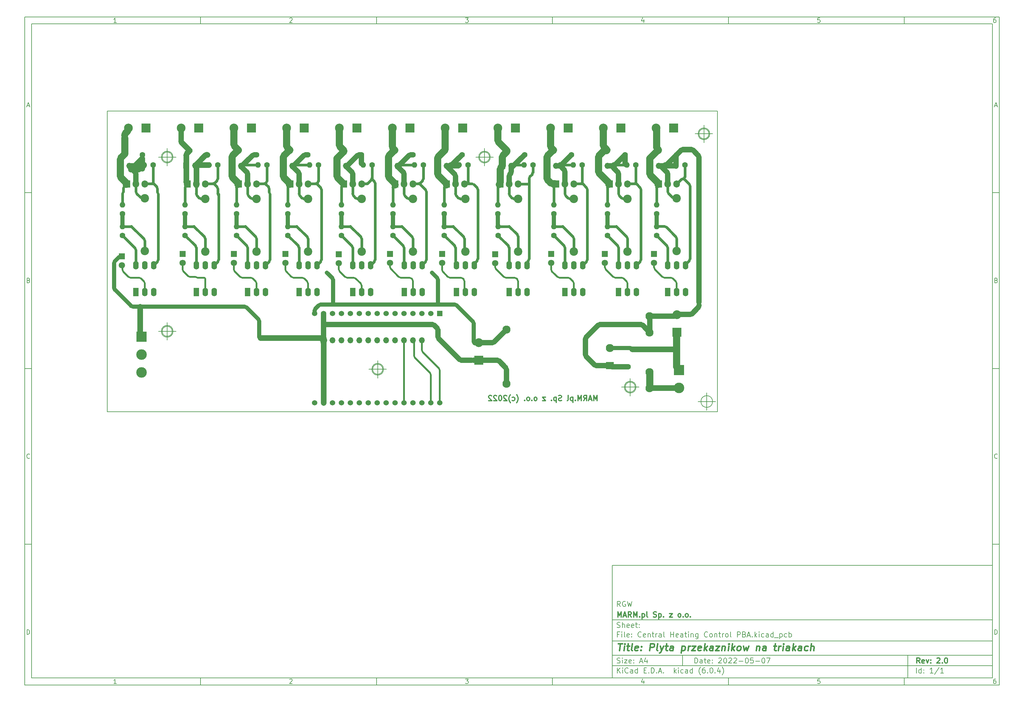
<source format=gbr>
%TF.GenerationSoftware,KiCad,Pcbnew,(6.0.4)*%
%TF.CreationDate,2022-05-07T15:38:29+02:00*%
%TF.ProjectId,Central Heating Control PBA,43656e74-7261-46c2-9048-656174696e67,2.0*%
%TF.SameCoordinates,PXc283690PY71d9820*%
%TF.FileFunction,Copper,L2,Bot*%
%TF.FilePolarity,Positive*%
%FSLAX46Y46*%
G04 Gerber Fmt 4.6, Leading zero omitted, Abs format (unit mm)*
G04 Created by KiCad (PCBNEW (6.0.4)) date 2022-05-07 15:38:29*
%MOMM*%
%LPD*%
G01*
G04 APERTURE LIST*
%ADD10C,0.100000*%
%ADD11C,0.150000*%
%ADD12C,0.300000*%
%ADD13C,0.400000*%
%TA.AperFunction,Profile*%
%ADD14C,0.150000*%
%TD*%
%TA.AperFunction,NonConductor*%
%ADD15C,0.300000*%
%TD*%
%TA.AperFunction,ComponentPad*%
%ADD16R,1.800000X1.800000*%
%TD*%
%TA.AperFunction,ComponentPad*%
%ADD17C,1.800000*%
%TD*%
%TA.AperFunction,ComponentPad*%
%ADD18R,2.500000X2.500000*%
%TD*%
%TA.AperFunction,ComponentPad*%
%ADD19C,2.500000*%
%TD*%
%TA.AperFunction,ComponentPad*%
%ADD20R,1.600000X2.400000*%
%TD*%
%TA.AperFunction,ComponentPad*%
%ADD21O,1.600000X2.400000*%
%TD*%
%TA.AperFunction,ComponentPad*%
%ADD22C,1.600000*%
%TD*%
%TA.AperFunction,ComponentPad*%
%ADD23O,1.600000X1.600000*%
%TD*%
%TA.AperFunction,ComponentPad*%
%ADD24R,1.905000X2.000000*%
%TD*%
%TA.AperFunction,ComponentPad*%
%ADD25O,1.905000X2.000000*%
%TD*%
%TA.AperFunction,ComponentPad*%
%ADD26C,2.400000*%
%TD*%
%TA.AperFunction,ComponentPad*%
%ADD27R,1.700000X1.700000*%
%TD*%
%TA.AperFunction,ComponentPad*%
%ADD28O,1.700000X1.700000*%
%TD*%
%TA.AperFunction,ComponentPad*%
%ADD29R,3.000000X3.000000*%
%TD*%
%TA.AperFunction,ComponentPad*%
%ADD30C,3.000000*%
%TD*%
%TA.AperFunction,ComponentPad*%
%ADD31C,2.300000*%
%TD*%
%TA.AperFunction,ComponentPad*%
%ADD32R,1.524000X1.524000*%
%TD*%
%TA.AperFunction,ComponentPad*%
%ADD33C,1.524000*%
%TD*%
%TA.AperFunction,ComponentPad*%
%ADD34R,2.300000X2.000000*%
%TD*%
%TA.AperFunction,ViaPad*%
%ADD35C,0.600000*%
%TD*%
%TA.AperFunction,Conductor*%
%ADD36C,0.800000*%
%TD*%
%TA.AperFunction,Conductor*%
%ADD37C,1.200000*%
%TD*%
%TA.AperFunction,Conductor*%
%ADD38C,1.500000*%
%TD*%
%TA.AperFunction,Conductor*%
%ADD39C,1.600000*%
%TD*%
%TA.AperFunction,Conductor*%
%ADD40C,0.500000*%
%TD*%
%TA.AperFunction,Conductor*%
%ADD41C,2.000000*%
%TD*%
G04 APERTURE END LIST*
D10*
D11*
X-26959800Y-46627200D02*
X-26959800Y-78627200D01*
X81040200Y-78627200D01*
X81040200Y-46627200D01*
X-26959800Y-46627200D01*
D10*
D11*
X-193962000Y109380000D02*
X-193962000Y-80627200D01*
X83040200Y-80627200D01*
X83040200Y109380000D01*
X-193962000Y109380000D01*
D10*
D11*
X-191962000Y107380000D02*
X-191962000Y-78627200D01*
X81040200Y-78627200D01*
X81040200Y107380000D01*
X-191962000Y107380000D01*
D10*
D11*
X-143962000Y107380000D02*
X-143962000Y109380000D01*
D10*
D11*
X-93962000Y107380000D02*
X-93962000Y109380000D01*
D10*
D11*
X-43962000Y107380000D02*
X-43962000Y109380000D01*
D10*
D11*
X6038000Y107380000D02*
X6038000Y109380000D01*
D10*
D11*
X56038000Y107380000D02*
X56038000Y109380000D01*
D10*
D11*
X-167896524Y107791905D02*
X-168639381Y107791905D01*
X-168267953Y107791905D02*
X-168267953Y109091905D01*
X-168391762Y108906191D01*
X-168515572Y108782381D01*
X-168639381Y108720477D01*
D10*
D11*
X-118639381Y108968096D02*
X-118577477Y109030000D01*
X-118453667Y109091905D01*
X-118144143Y109091905D01*
X-118020334Y109030000D01*
X-117958429Y108968096D01*
X-117896524Y108844286D01*
X-117896524Y108720477D01*
X-117958429Y108534762D01*
X-118701286Y107791905D01*
X-117896524Y107791905D01*
D10*
D11*
X-68701286Y109091905D02*
X-67896524Y109091905D01*
X-68329858Y108596667D01*
X-68144143Y108596667D01*
X-68020334Y108534762D01*
X-67958429Y108472858D01*
X-67896524Y108349048D01*
X-67896524Y108039524D01*
X-67958429Y107915715D01*
X-68020334Y107853810D01*
X-68144143Y107791905D01*
X-68515572Y107791905D01*
X-68639381Y107853810D01*
X-68701286Y107915715D01*
D10*
D11*
X-18020334Y108658572D02*
X-18020334Y107791905D01*
X-18329858Y109153810D02*
X-18639381Y108225239D01*
X-17834620Y108225239D01*
D10*
D11*
X32041571Y109091905D02*
X31422523Y109091905D01*
X31360619Y108472858D01*
X31422523Y108534762D01*
X31546333Y108596667D01*
X31855857Y108596667D01*
X31979666Y108534762D01*
X32041571Y108472858D01*
X32103476Y108349048D01*
X32103476Y108039524D01*
X32041571Y107915715D01*
X31979666Y107853810D01*
X31855857Y107791905D01*
X31546333Y107791905D01*
X31422523Y107853810D01*
X31360619Y107915715D01*
D10*
D11*
X81979666Y109091905D02*
X81732047Y109091905D01*
X81608238Y109030000D01*
X81546333Y108968096D01*
X81422523Y108782381D01*
X81360619Y108534762D01*
X81360619Y108039524D01*
X81422523Y107915715D01*
X81484428Y107853810D01*
X81608238Y107791905D01*
X81855857Y107791905D01*
X81979666Y107853810D01*
X82041571Y107915715D01*
X82103476Y108039524D01*
X82103476Y108349048D01*
X82041571Y108472858D01*
X81979666Y108534762D01*
X81855857Y108596667D01*
X81608238Y108596667D01*
X81484428Y108534762D01*
X81422523Y108472858D01*
X81360619Y108349048D01*
D10*
D11*
X-143962000Y-78627200D02*
X-143962000Y-80627200D01*
D10*
D11*
X-93962000Y-78627200D02*
X-93962000Y-80627200D01*
D10*
D11*
X-43962000Y-78627200D02*
X-43962000Y-80627200D01*
D10*
D11*
X6038000Y-78627200D02*
X6038000Y-80627200D01*
D10*
D11*
X56038000Y-78627200D02*
X56038000Y-80627200D01*
D10*
D11*
X-167896524Y-80215295D02*
X-168639381Y-80215295D01*
X-168267953Y-80215295D02*
X-168267953Y-78915295D01*
X-168391762Y-79101009D01*
X-168515572Y-79224819D01*
X-168639381Y-79286723D01*
D10*
D11*
X-118639381Y-79039104D02*
X-118577477Y-78977200D01*
X-118453667Y-78915295D01*
X-118144143Y-78915295D01*
X-118020334Y-78977200D01*
X-117958429Y-79039104D01*
X-117896524Y-79162914D01*
X-117896524Y-79286723D01*
X-117958429Y-79472438D01*
X-118701286Y-80215295D01*
X-117896524Y-80215295D01*
D10*
D11*
X-68701286Y-78915295D02*
X-67896524Y-78915295D01*
X-68329858Y-79410533D01*
X-68144143Y-79410533D01*
X-68020334Y-79472438D01*
X-67958429Y-79534342D01*
X-67896524Y-79658152D01*
X-67896524Y-79967676D01*
X-67958429Y-80091485D01*
X-68020334Y-80153390D01*
X-68144143Y-80215295D01*
X-68515572Y-80215295D01*
X-68639381Y-80153390D01*
X-68701286Y-80091485D01*
D10*
D11*
X-18020334Y-79348628D02*
X-18020334Y-80215295D01*
X-18329858Y-78853390D02*
X-18639381Y-79781961D01*
X-17834620Y-79781961D01*
D10*
D11*
X32041571Y-78915295D02*
X31422523Y-78915295D01*
X31360619Y-79534342D01*
X31422523Y-79472438D01*
X31546333Y-79410533D01*
X31855857Y-79410533D01*
X31979666Y-79472438D01*
X32041571Y-79534342D01*
X32103476Y-79658152D01*
X32103476Y-79967676D01*
X32041571Y-80091485D01*
X31979666Y-80153390D01*
X31855857Y-80215295D01*
X31546333Y-80215295D01*
X31422523Y-80153390D01*
X31360619Y-80091485D01*
D10*
D11*
X81979666Y-78915295D02*
X81732047Y-78915295D01*
X81608238Y-78977200D01*
X81546333Y-79039104D01*
X81422523Y-79224819D01*
X81360619Y-79472438D01*
X81360619Y-79967676D01*
X81422523Y-80091485D01*
X81484428Y-80153390D01*
X81608238Y-80215295D01*
X81855857Y-80215295D01*
X81979666Y-80153390D01*
X82041571Y-80091485D01*
X82103476Y-79967676D01*
X82103476Y-79658152D01*
X82041571Y-79534342D01*
X81979666Y-79472438D01*
X81855857Y-79410533D01*
X81608238Y-79410533D01*
X81484428Y-79472438D01*
X81422523Y-79534342D01*
X81360619Y-79658152D01*
D10*
D11*
X-193962000Y59380000D02*
X-191962000Y59380000D01*
D10*
D11*
X-193962000Y9380000D02*
X-191962000Y9380000D01*
D10*
D11*
X-193962000Y-40620000D02*
X-191962000Y-40620000D01*
D10*
D11*
X-193271524Y84163334D02*
X-192652477Y84163334D01*
X-193395334Y83791905D02*
X-192962000Y85091905D01*
X-192528667Y83791905D01*
D10*
D11*
X-192869143Y34472858D02*
X-192683429Y34410953D01*
X-192621524Y34349048D01*
X-192559620Y34225239D01*
X-192559620Y34039524D01*
X-192621524Y33915715D01*
X-192683429Y33853810D01*
X-192807239Y33791905D01*
X-193302477Y33791905D01*
X-193302477Y35091905D01*
X-192869143Y35091905D01*
X-192745334Y35030000D01*
X-192683429Y34968096D01*
X-192621524Y34844286D01*
X-192621524Y34720477D01*
X-192683429Y34596667D01*
X-192745334Y34534762D01*
X-192869143Y34472858D01*
X-193302477Y34472858D01*
D10*
D11*
X-192559620Y-16084285D02*
X-192621524Y-16146190D01*
X-192807239Y-16208095D01*
X-192931048Y-16208095D01*
X-193116762Y-16146190D01*
X-193240572Y-16022380D01*
X-193302477Y-15898571D01*
X-193364381Y-15650952D01*
X-193364381Y-15465238D01*
X-193302477Y-15217619D01*
X-193240572Y-15093809D01*
X-193116762Y-14970000D01*
X-192931048Y-14908095D01*
X-192807239Y-14908095D01*
X-192621524Y-14970000D01*
X-192559620Y-15031904D01*
D10*
D11*
X-193302477Y-66208095D02*
X-193302477Y-64908095D01*
X-192992953Y-64908095D01*
X-192807239Y-64970000D01*
X-192683429Y-65093809D01*
X-192621524Y-65217619D01*
X-192559620Y-65465238D01*
X-192559620Y-65650952D01*
X-192621524Y-65898571D01*
X-192683429Y-66022380D01*
X-192807239Y-66146190D01*
X-192992953Y-66208095D01*
X-193302477Y-66208095D01*
D10*
D11*
X83040200Y59380000D02*
X81040200Y59380000D01*
D10*
D11*
X83040200Y9380000D02*
X81040200Y9380000D01*
D10*
D11*
X83040200Y-40620000D02*
X81040200Y-40620000D01*
D10*
D11*
X81730676Y84163334D02*
X82349723Y84163334D01*
X81606866Y83791905D02*
X82040200Y85091905D01*
X82473533Y83791905D01*
D10*
D11*
X82133057Y34472858D02*
X82318771Y34410953D01*
X82380676Y34349048D01*
X82442580Y34225239D01*
X82442580Y34039524D01*
X82380676Y33915715D01*
X82318771Y33853810D01*
X82194961Y33791905D01*
X81699723Y33791905D01*
X81699723Y35091905D01*
X82133057Y35091905D01*
X82256866Y35030000D01*
X82318771Y34968096D01*
X82380676Y34844286D01*
X82380676Y34720477D01*
X82318771Y34596667D01*
X82256866Y34534762D01*
X82133057Y34472858D01*
X81699723Y34472858D01*
D10*
D11*
X82442580Y-16084285D02*
X82380676Y-16146190D01*
X82194961Y-16208095D01*
X82071152Y-16208095D01*
X81885438Y-16146190D01*
X81761628Y-16022380D01*
X81699723Y-15898571D01*
X81637819Y-15650952D01*
X81637819Y-15465238D01*
X81699723Y-15217619D01*
X81761628Y-15093809D01*
X81885438Y-14970000D01*
X82071152Y-14908095D01*
X82194961Y-14908095D01*
X82380676Y-14970000D01*
X82442580Y-15031904D01*
D10*
D11*
X81699723Y-66208095D02*
X81699723Y-64908095D01*
X82009247Y-64908095D01*
X82194961Y-64970000D01*
X82318771Y-65093809D01*
X82380676Y-65217619D01*
X82442580Y-65465238D01*
X82442580Y-65650952D01*
X82380676Y-65898571D01*
X82318771Y-66022380D01*
X82194961Y-66146190D01*
X82009247Y-66208095D01*
X81699723Y-66208095D01*
D10*
D11*
X-3527658Y-74405771D02*
X-3527658Y-72905771D01*
X-3170515Y-72905771D01*
X-2956229Y-72977200D01*
X-2813372Y-73120057D01*
X-2741943Y-73262914D01*
X-2670515Y-73548628D01*
X-2670515Y-73762914D01*
X-2741943Y-74048628D01*
X-2813372Y-74191485D01*
X-2956229Y-74334342D01*
X-3170515Y-74405771D01*
X-3527658Y-74405771D01*
X-1384800Y-74405771D02*
X-1384800Y-73620057D01*
X-1456229Y-73477200D01*
X-1599086Y-73405771D01*
X-1884800Y-73405771D01*
X-2027658Y-73477200D01*
X-1384800Y-74334342D02*
X-1527658Y-74405771D01*
X-1884800Y-74405771D01*
X-2027658Y-74334342D01*
X-2099086Y-74191485D01*
X-2099086Y-74048628D01*
X-2027658Y-73905771D01*
X-1884800Y-73834342D01*
X-1527658Y-73834342D01*
X-1384800Y-73762914D01*
X-884800Y-73405771D02*
X-313372Y-73405771D01*
X-670515Y-72905771D02*
X-670515Y-74191485D01*
X-599086Y-74334342D01*
X-456229Y-74405771D01*
X-313372Y-74405771D01*
X758057Y-74334342D02*
X615200Y-74405771D01*
X329485Y-74405771D01*
X186628Y-74334342D01*
X115200Y-74191485D01*
X115200Y-73620057D01*
X186628Y-73477200D01*
X329485Y-73405771D01*
X615200Y-73405771D01*
X758057Y-73477200D01*
X829485Y-73620057D01*
X829485Y-73762914D01*
X115200Y-73905771D01*
X1472342Y-74262914D02*
X1543771Y-74334342D01*
X1472342Y-74405771D01*
X1400914Y-74334342D01*
X1472342Y-74262914D01*
X1472342Y-74405771D01*
X1472342Y-73477200D02*
X1543771Y-73548628D01*
X1472342Y-73620057D01*
X1400914Y-73548628D01*
X1472342Y-73477200D01*
X1472342Y-73620057D01*
X3258057Y-73048628D02*
X3329485Y-72977200D01*
X3472342Y-72905771D01*
X3829485Y-72905771D01*
X3972342Y-72977200D01*
X4043771Y-73048628D01*
X4115200Y-73191485D01*
X4115200Y-73334342D01*
X4043771Y-73548628D01*
X3186628Y-74405771D01*
X4115200Y-74405771D01*
X5043771Y-72905771D02*
X5186628Y-72905771D01*
X5329485Y-72977200D01*
X5400914Y-73048628D01*
X5472342Y-73191485D01*
X5543771Y-73477200D01*
X5543771Y-73834342D01*
X5472342Y-74120057D01*
X5400914Y-74262914D01*
X5329485Y-74334342D01*
X5186628Y-74405771D01*
X5043771Y-74405771D01*
X4900914Y-74334342D01*
X4829485Y-74262914D01*
X4758057Y-74120057D01*
X4686628Y-73834342D01*
X4686628Y-73477200D01*
X4758057Y-73191485D01*
X4829485Y-73048628D01*
X4900914Y-72977200D01*
X5043771Y-72905771D01*
X6115200Y-73048628D02*
X6186628Y-72977200D01*
X6329485Y-72905771D01*
X6686628Y-72905771D01*
X6829485Y-72977200D01*
X6900914Y-73048628D01*
X6972342Y-73191485D01*
X6972342Y-73334342D01*
X6900914Y-73548628D01*
X6043771Y-74405771D01*
X6972342Y-74405771D01*
X7543771Y-73048628D02*
X7615200Y-72977200D01*
X7758057Y-72905771D01*
X8115200Y-72905771D01*
X8258057Y-72977200D01*
X8329485Y-73048628D01*
X8400914Y-73191485D01*
X8400914Y-73334342D01*
X8329485Y-73548628D01*
X7472342Y-74405771D01*
X8400914Y-74405771D01*
X9043771Y-73834342D02*
X10186628Y-73834342D01*
X11186628Y-72905771D02*
X11329485Y-72905771D01*
X11472342Y-72977200D01*
X11543771Y-73048628D01*
X11615200Y-73191485D01*
X11686628Y-73477200D01*
X11686628Y-73834342D01*
X11615200Y-74120057D01*
X11543771Y-74262914D01*
X11472342Y-74334342D01*
X11329485Y-74405771D01*
X11186628Y-74405771D01*
X11043771Y-74334342D01*
X10972342Y-74262914D01*
X10900914Y-74120057D01*
X10829485Y-73834342D01*
X10829485Y-73477200D01*
X10900914Y-73191485D01*
X10972342Y-73048628D01*
X11043771Y-72977200D01*
X11186628Y-72905771D01*
X13043771Y-72905771D02*
X12329485Y-72905771D01*
X12258057Y-73620057D01*
X12329485Y-73548628D01*
X12472342Y-73477200D01*
X12829485Y-73477200D01*
X12972342Y-73548628D01*
X13043771Y-73620057D01*
X13115200Y-73762914D01*
X13115200Y-74120057D01*
X13043771Y-74262914D01*
X12972342Y-74334342D01*
X12829485Y-74405771D01*
X12472342Y-74405771D01*
X12329485Y-74334342D01*
X12258057Y-74262914D01*
X13758057Y-73834342D02*
X14900914Y-73834342D01*
X15900914Y-72905771D02*
X16043771Y-72905771D01*
X16186628Y-72977200D01*
X16258057Y-73048628D01*
X16329485Y-73191485D01*
X16400914Y-73477200D01*
X16400914Y-73834342D01*
X16329485Y-74120057D01*
X16258057Y-74262914D01*
X16186628Y-74334342D01*
X16043771Y-74405771D01*
X15900914Y-74405771D01*
X15758057Y-74334342D01*
X15686628Y-74262914D01*
X15615200Y-74120057D01*
X15543771Y-73834342D01*
X15543771Y-73477200D01*
X15615200Y-73191485D01*
X15686628Y-73048628D01*
X15758057Y-72977200D01*
X15900914Y-72905771D01*
X16900914Y-72905771D02*
X17900914Y-72905771D01*
X17258057Y-74405771D01*
D10*
D11*
X-26959800Y-75127200D02*
X81040200Y-75127200D01*
D10*
D11*
X-25527658Y-77205771D02*
X-25527658Y-75705771D01*
X-24670515Y-77205771D02*
X-25313372Y-76348628D01*
X-24670515Y-75705771D02*
X-25527658Y-76562914D01*
X-24027658Y-77205771D02*
X-24027658Y-76205771D01*
X-24027658Y-75705771D02*
X-24099086Y-75777200D01*
X-24027658Y-75848628D01*
X-23956229Y-75777200D01*
X-24027658Y-75705771D01*
X-24027658Y-75848628D01*
X-22456229Y-77062914D02*
X-22527658Y-77134342D01*
X-22741943Y-77205771D01*
X-22884800Y-77205771D01*
X-23099086Y-77134342D01*
X-23241943Y-76991485D01*
X-23313372Y-76848628D01*
X-23384800Y-76562914D01*
X-23384800Y-76348628D01*
X-23313372Y-76062914D01*
X-23241943Y-75920057D01*
X-23099086Y-75777200D01*
X-22884800Y-75705771D01*
X-22741943Y-75705771D01*
X-22527658Y-75777200D01*
X-22456229Y-75848628D01*
X-21170515Y-77205771D02*
X-21170515Y-76420057D01*
X-21241943Y-76277200D01*
X-21384800Y-76205771D01*
X-21670515Y-76205771D01*
X-21813372Y-76277200D01*
X-21170515Y-77134342D02*
X-21313372Y-77205771D01*
X-21670515Y-77205771D01*
X-21813372Y-77134342D01*
X-21884800Y-76991485D01*
X-21884800Y-76848628D01*
X-21813372Y-76705771D01*
X-21670515Y-76634342D01*
X-21313372Y-76634342D01*
X-21170515Y-76562914D01*
X-19813372Y-77205771D02*
X-19813372Y-75705771D01*
X-19813372Y-77134342D02*
X-19956229Y-77205771D01*
X-20241943Y-77205771D01*
X-20384800Y-77134342D01*
X-20456229Y-77062914D01*
X-20527658Y-76920057D01*
X-20527658Y-76491485D01*
X-20456229Y-76348628D01*
X-20384800Y-76277200D01*
X-20241943Y-76205771D01*
X-19956229Y-76205771D01*
X-19813372Y-76277200D01*
X-17956229Y-76420057D02*
X-17456229Y-76420057D01*
X-17241943Y-77205771D02*
X-17956229Y-77205771D01*
X-17956229Y-75705771D01*
X-17241943Y-75705771D01*
X-16599086Y-77062914D02*
X-16527658Y-77134342D01*
X-16599086Y-77205771D01*
X-16670515Y-77134342D01*
X-16599086Y-77062914D01*
X-16599086Y-77205771D01*
X-15884800Y-77205771D02*
X-15884800Y-75705771D01*
X-15527658Y-75705771D01*
X-15313372Y-75777200D01*
X-15170515Y-75920057D01*
X-15099086Y-76062914D01*
X-15027658Y-76348628D01*
X-15027658Y-76562914D01*
X-15099086Y-76848628D01*
X-15170515Y-76991485D01*
X-15313372Y-77134342D01*
X-15527658Y-77205771D01*
X-15884800Y-77205771D01*
X-14384800Y-77062914D02*
X-14313372Y-77134342D01*
X-14384800Y-77205771D01*
X-14456229Y-77134342D01*
X-14384800Y-77062914D01*
X-14384800Y-77205771D01*
X-13741943Y-76777200D02*
X-13027658Y-76777200D01*
X-13884800Y-77205771D02*
X-13384800Y-75705771D01*
X-12884800Y-77205771D01*
X-12384800Y-77062914D02*
X-12313372Y-77134342D01*
X-12384800Y-77205771D01*
X-12456229Y-77134342D01*
X-12384800Y-77062914D01*
X-12384800Y-77205771D01*
X-9384800Y-77205771D02*
X-9384800Y-75705771D01*
X-9241943Y-76634342D02*
X-8813372Y-77205771D01*
X-8813372Y-76205771D02*
X-9384800Y-76777200D01*
X-8170515Y-77205771D02*
X-8170515Y-76205771D01*
X-8170515Y-75705771D02*
X-8241943Y-75777200D01*
X-8170515Y-75848628D01*
X-8099086Y-75777200D01*
X-8170515Y-75705771D01*
X-8170515Y-75848628D01*
X-6813372Y-77134342D02*
X-6956229Y-77205771D01*
X-7241943Y-77205771D01*
X-7384800Y-77134342D01*
X-7456229Y-77062914D01*
X-7527658Y-76920057D01*
X-7527658Y-76491485D01*
X-7456229Y-76348628D01*
X-7384800Y-76277200D01*
X-7241943Y-76205771D01*
X-6956229Y-76205771D01*
X-6813372Y-76277200D01*
X-5527658Y-77205771D02*
X-5527658Y-76420057D01*
X-5599086Y-76277200D01*
X-5741943Y-76205771D01*
X-6027658Y-76205771D01*
X-6170515Y-76277200D01*
X-5527658Y-77134342D02*
X-5670515Y-77205771D01*
X-6027658Y-77205771D01*
X-6170515Y-77134342D01*
X-6241943Y-76991485D01*
X-6241943Y-76848628D01*
X-6170515Y-76705771D01*
X-6027658Y-76634342D01*
X-5670515Y-76634342D01*
X-5527658Y-76562914D01*
X-4170515Y-77205771D02*
X-4170515Y-75705771D01*
X-4170515Y-77134342D02*
X-4313372Y-77205771D01*
X-4599086Y-77205771D01*
X-4741943Y-77134342D01*
X-4813372Y-77062914D01*
X-4884800Y-76920057D01*
X-4884800Y-76491485D01*
X-4813372Y-76348628D01*
X-4741943Y-76277200D01*
X-4599086Y-76205771D01*
X-4313372Y-76205771D01*
X-4170515Y-76277200D01*
X-1884800Y-77777200D02*
X-1956229Y-77705771D01*
X-2099086Y-77491485D01*
X-2170515Y-77348628D01*
X-2241943Y-77134342D01*
X-2313372Y-76777200D01*
X-2313372Y-76491485D01*
X-2241943Y-76134342D01*
X-2170515Y-75920057D01*
X-2099086Y-75777200D01*
X-1956229Y-75562914D01*
X-1884800Y-75491485D01*
X-670515Y-75705771D02*
X-956229Y-75705771D01*
X-1099086Y-75777200D01*
X-1170515Y-75848628D01*
X-1313372Y-76062914D01*
X-1384800Y-76348628D01*
X-1384800Y-76920057D01*
X-1313372Y-77062914D01*
X-1241943Y-77134342D01*
X-1099086Y-77205771D01*
X-813372Y-77205771D01*
X-670515Y-77134342D01*
X-599086Y-77062914D01*
X-527658Y-76920057D01*
X-527658Y-76562914D01*
X-599086Y-76420057D01*
X-670515Y-76348628D01*
X-813372Y-76277200D01*
X-1099086Y-76277200D01*
X-1241943Y-76348628D01*
X-1313372Y-76420057D01*
X-1384800Y-76562914D01*
X115200Y-77062914D02*
X186628Y-77134342D01*
X115200Y-77205771D01*
X43771Y-77134342D01*
X115200Y-77062914D01*
X115200Y-77205771D01*
X1115200Y-75705771D02*
X1258057Y-75705771D01*
X1400914Y-75777200D01*
X1472342Y-75848628D01*
X1543771Y-75991485D01*
X1615200Y-76277200D01*
X1615200Y-76634342D01*
X1543771Y-76920057D01*
X1472342Y-77062914D01*
X1400914Y-77134342D01*
X1258057Y-77205771D01*
X1115200Y-77205771D01*
X972342Y-77134342D01*
X900914Y-77062914D01*
X829485Y-76920057D01*
X758057Y-76634342D01*
X758057Y-76277200D01*
X829485Y-75991485D01*
X900914Y-75848628D01*
X972342Y-75777200D01*
X1115200Y-75705771D01*
X2258057Y-77062914D02*
X2329485Y-77134342D01*
X2258057Y-77205771D01*
X2186628Y-77134342D01*
X2258057Y-77062914D01*
X2258057Y-77205771D01*
X3615200Y-76205771D02*
X3615200Y-77205771D01*
X3258057Y-75634342D02*
X2900914Y-76705771D01*
X3829485Y-76705771D01*
X4258057Y-77777200D02*
X4329485Y-77705771D01*
X4472342Y-77491485D01*
X4543771Y-77348628D01*
X4615200Y-77134342D01*
X4686628Y-76777200D01*
X4686628Y-76491485D01*
X4615200Y-76134342D01*
X4543771Y-75920057D01*
X4472342Y-75777200D01*
X4329485Y-75562914D01*
X4258057Y-75491485D01*
D10*
D11*
X-26959800Y-72127200D02*
X81040200Y-72127200D01*
D10*
D12*
X60449485Y-74405771D02*
X59949485Y-73691485D01*
X59592342Y-74405771D02*
X59592342Y-72905771D01*
X60163771Y-72905771D01*
X60306628Y-72977200D01*
X60378057Y-73048628D01*
X60449485Y-73191485D01*
X60449485Y-73405771D01*
X60378057Y-73548628D01*
X60306628Y-73620057D01*
X60163771Y-73691485D01*
X59592342Y-73691485D01*
X61663771Y-74334342D02*
X61520914Y-74405771D01*
X61235200Y-74405771D01*
X61092342Y-74334342D01*
X61020914Y-74191485D01*
X61020914Y-73620057D01*
X61092342Y-73477200D01*
X61235200Y-73405771D01*
X61520914Y-73405771D01*
X61663771Y-73477200D01*
X61735200Y-73620057D01*
X61735200Y-73762914D01*
X61020914Y-73905771D01*
X62235200Y-73405771D02*
X62592342Y-74405771D01*
X62949485Y-73405771D01*
X63520914Y-74262914D02*
X63592342Y-74334342D01*
X63520914Y-74405771D01*
X63449485Y-74334342D01*
X63520914Y-74262914D01*
X63520914Y-74405771D01*
X63520914Y-73477200D02*
X63592342Y-73548628D01*
X63520914Y-73620057D01*
X63449485Y-73548628D01*
X63520914Y-73477200D01*
X63520914Y-73620057D01*
X65306628Y-73048628D02*
X65378057Y-72977200D01*
X65520914Y-72905771D01*
X65878057Y-72905771D01*
X66020914Y-72977200D01*
X66092342Y-73048628D01*
X66163771Y-73191485D01*
X66163771Y-73334342D01*
X66092342Y-73548628D01*
X65235200Y-74405771D01*
X66163771Y-74405771D01*
X66806628Y-74262914D02*
X66878057Y-74334342D01*
X66806628Y-74405771D01*
X66735200Y-74334342D01*
X66806628Y-74262914D01*
X66806628Y-74405771D01*
X67806628Y-72905771D02*
X67949485Y-72905771D01*
X68092342Y-72977200D01*
X68163771Y-73048628D01*
X68235200Y-73191485D01*
X68306628Y-73477200D01*
X68306628Y-73834342D01*
X68235200Y-74120057D01*
X68163771Y-74262914D01*
X68092342Y-74334342D01*
X67949485Y-74405771D01*
X67806628Y-74405771D01*
X67663771Y-74334342D01*
X67592342Y-74262914D01*
X67520914Y-74120057D01*
X67449485Y-73834342D01*
X67449485Y-73477200D01*
X67520914Y-73191485D01*
X67592342Y-73048628D01*
X67663771Y-72977200D01*
X67806628Y-72905771D01*
D10*
D11*
X-25599086Y-74334342D02*
X-25384800Y-74405771D01*
X-25027658Y-74405771D01*
X-24884800Y-74334342D01*
X-24813372Y-74262914D01*
X-24741943Y-74120057D01*
X-24741943Y-73977200D01*
X-24813372Y-73834342D01*
X-24884800Y-73762914D01*
X-25027658Y-73691485D01*
X-25313372Y-73620057D01*
X-25456229Y-73548628D01*
X-25527658Y-73477200D01*
X-25599086Y-73334342D01*
X-25599086Y-73191485D01*
X-25527658Y-73048628D01*
X-25456229Y-72977200D01*
X-25313372Y-72905771D01*
X-24956229Y-72905771D01*
X-24741943Y-72977200D01*
X-24099086Y-74405771D02*
X-24099086Y-73405771D01*
X-24099086Y-72905771D02*
X-24170515Y-72977200D01*
X-24099086Y-73048628D01*
X-24027658Y-72977200D01*
X-24099086Y-72905771D01*
X-24099086Y-73048628D01*
X-23527658Y-73405771D02*
X-22741943Y-73405771D01*
X-23527658Y-74405771D01*
X-22741943Y-74405771D01*
X-21599086Y-74334342D02*
X-21741943Y-74405771D01*
X-22027658Y-74405771D01*
X-22170515Y-74334342D01*
X-22241943Y-74191485D01*
X-22241943Y-73620057D01*
X-22170515Y-73477200D01*
X-22027658Y-73405771D01*
X-21741943Y-73405771D01*
X-21599086Y-73477200D01*
X-21527658Y-73620057D01*
X-21527658Y-73762914D01*
X-22241943Y-73905771D01*
X-20884800Y-74262914D02*
X-20813372Y-74334342D01*
X-20884800Y-74405771D01*
X-20956229Y-74334342D01*
X-20884800Y-74262914D01*
X-20884800Y-74405771D01*
X-20884800Y-73477200D02*
X-20813372Y-73548628D01*
X-20884800Y-73620057D01*
X-20956229Y-73548628D01*
X-20884800Y-73477200D01*
X-20884800Y-73620057D01*
X-19099086Y-73977200D02*
X-18384800Y-73977200D01*
X-19241943Y-74405771D02*
X-18741943Y-72905771D01*
X-18241943Y-74405771D01*
X-17099086Y-73405771D02*
X-17099086Y-74405771D01*
X-17456229Y-72834342D02*
X-17813372Y-73905771D01*
X-16884800Y-73905771D01*
D10*
D11*
X59472342Y-77205771D02*
X59472342Y-75705771D01*
X60829485Y-77205771D02*
X60829485Y-75705771D01*
X60829485Y-77134342D02*
X60686628Y-77205771D01*
X60400914Y-77205771D01*
X60258057Y-77134342D01*
X60186628Y-77062914D01*
X60115200Y-76920057D01*
X60115200Y-76491485D01*
X60186628Y-76348628D01*
X60258057Y-76277200D01*
X60400914Y-76205771D01*
X60686628Y-76205771D01*
X60829485Y-76277200D01*
X61543771Y-77062914D02*
X61615200Y-77134342D01*
X61543771Y-77205771D01*
X61472342Y-77134342D01*
X61543771Y-77062914D01*
X61543771Y-77205771D01*
X61543771Y-76277200D02*
X61615200Y-76348628D01*
X61543771Y-76420057D01*
X61472342Y-76348628D01*
X61543771Y-76277200D01*
X61543771Y-76420057D01*
X64186628Y-77205771D02*
X63329485Y-77205771D01*
X63758057Y-77205771D02*
X63758057Y-75705771D01*
X63615200Y-75920057D01*
X63472342Y-76062914D01*
X63329485Y-76134342D01*
X65900914Y-75634342D02*
X64615200Y-77562914D01*
X67186628Y-77205771D02*
X66329485Y-77205771D01*
X66758057Y-77205771D02*
X66758057Y-75705771D01*
X66615200Y-75920057D01*
X66472342Y-76062914D01*
X66329485Y-76134342D01*
D10*
D11*
X-26959800Y-68127200D02*
X81040200Y-68127200D01*
D10*
D13*
X-25247420Y-68831961D02*
X-24104562Y-68831961D01*
X-24925991Y-70831961D02*
X-24675991Y-68831961D01*
X-23687896Y-70831961D02*
X-23521229Y-69498628D01*
X-23437896Y-68831961D02*
X-23545039Y-68927200D01*
X-23461705Y-69022438D01*
X-23354562Y-68927200D01*
X-23437896Y-68831961D01*
X-23461705Y-69022438D01*
X-22854562Y-69498628D02*
X-22092658Y-69498628D01*
X-22485515Y-68831961D02*
X-22699800Y-70546247D01*
X-22628372Y-70736723D01*
X-22449800Y-70831961D01*
X-22259324Y-70831961D01*
X-21306943Y-70831961D02*
X-21485515Y-70736723D01*
X-21556943Y-70546247D01*
X-21342658Y-68831961D01*
X-19771229Y-70736723D02*
X-19973610Y-70831961D01*
X-20354562Y-70831961D01*
X-20533134Y-70736723D01*
X-20604562Y-70546247D01*
X-20509324Y-69784342D01*
X-20390277Y-69593866D01*
X-20187896Y-69498628D01*
X-19806943Y-69498628D01*
X-19628372Y-69593866D01*
X-19556943Y-69784342D01*
X-19580753Y-69974819D01*
X-20556943Y-70165295D01*
X-18806943Y-70641485D02*
X-18723610Y-70736723D01*
X-18830753Y-70831961D01*
X-18914086Y-70736723D01*
X-18806943Y-70641485D01*
X-18830753Y-70831961D01*
X-18675991Y-69593866D02*
X-18592658Y-69689104D01*
X-18699800Y-69784342D01*
X-18783134Y-69689104D01*
X-18675991Y-69593866D01*
X-18699800Y-69784342D01*
X-16354562Y-70831961D02*
X-16104562Y-68831961D01*
X-15342658Y-68831961D01*
X-15164086Y-68927200D01*
X-15080753Y-69022438D01*
X-15009324Y-69212914D01*
X-15045039Y-69498628D01*
X-15164086Y-69689104D01*
X-15271229Y-69784342D01*
X-15473610Y-69879580D01*
X-16235515Y-69879580D01*
X-14068848Y-70831961D02*
X-14247420Y-70736723D01*
X-14318848Y-70546247D01*
X-14104562Y-68831961D01*
X-13330753Y-69498628D02*
X-13021229Y-70831961D01*
X-12378372Y-69498628D02*
X-13021229Y-70831961D01*
X-13271229Y-71308152D01*
X-13378372Y-71403390D01*
X-13580753Y-71498628D01*
X-11902181Y-69498628D02*
X-11140277Y-69498628D01*
X-11533134Y-68831961D02*
X-11747420Y-70546247D01*
X-11675991Y-70736723D01*
X-11497420Y-70831961D01*
X-11306943Y-70831961D01*
X-9783134Y-70831961D02*
X-9652181Y-69784342D01*
X-9723610Y-69593866D01*
X-9902181Y-69498628D01*
X-10283134Y-69498628D01*
X-10485515Y-69593866D01*
X-9771229Y-70736723D02*
X-9973610Y-70831961D01*
X-10449800Y-70831961D01*
X-10628372Y-70736723D01*
X-10699800Y-70546247D01*
X-10675991Y-70355771D01*
X-10556943Y-70165295D01*
X-10354562Y-70070057D01*
X-9878372Y-70070057D01*
X-9675991Y-69974819D01*
X-7140277Y-69498628D02*
X-7390277Y-71498628D01*
X-7152181Y-69593866D02*
X-6949800Y-69498628D01*
X-6568848Y-69498628D01*
X-6390277Y-69593866D01*
X-6306943Y-69689104D01*
X-6235515Y-69879580D01*
X-6306943Y-70451009D01*
X-6425991Y-70641485D01*
X-6533134Y-70736723D01*
X-6735515Y-70831961D01*
X-7116467Y-70831961D01*
X-7295039Y-70736723D01*
X-5497420Y-70831961D02*
X-5330753Y-69498628D01*
X-5378372Y-69879580D02*
X-5259324Y-69689104D01*
X-5152181Y-69593866D01*
X-4949800Y-69498628D01*
X-4759324Y-69498628D01*
X-4283134Y-69498628D02*
X-3235515Y-69498628D01*
X-4449800Y-70831961D01*
X-3402181Y-70831961D01*
X-1866467Y-70736723D02*
X-2068848Y-70831961D01*
X-2449800Y-70831961D01*
X-2628372Y-70736723D01*
X-2699800Y-70546247D01*
X-2604562Y-69784342D01*
X-2485515Y-69593866D01*
X-2283134Y-69498628D01*
X-1902181Y-69498628D01*
X-1723610Y-69593866D01*
X-1652181Y-69784342D01*
X-1675991Y-69974819D01*
X-2652181Y-70165295D01*
X-925991Y-70831961D02*
X-675991Y-68831961D01*
X-640277Y-70070057D02*
X-164086Y-70831961D01*
X2580Y-69498628D02*
X-854562Y-70260533D01*
X1550200Y-70831961D02*
X1681152Y-69784342D01*
X1609723Y-69593866D01*
X1431152Y-69498628D01*
X1050200Y-69498628D01*
X847819Y-69593866D01*
X1562104Y-70736723D02*
X1359723Y-70831961D01*
X883533Y-70831961D01*
X704961Y-70736723D01*
X633533Y-70546247D01*
X657342Y-70355771D01*
X776390Y-70165295D01*
X978771Y-70070057D01*
X1454961Y-70070057D01*
X1657342Y-69974819D01*
X2478771Y-69498628D02*
X3526390Y-69498628D01*
X2312104Y-70831961D01*
X3359723Y-70831961D01*
X4288295Y-69498628D02*
X4121628Y-70831961D01*
X4264485Y-69689104D02*
X4371628Y-69593866D01*
X4574009Y-69498628D01*
X4859723Y-69498628D01*
X5038295Y-69593866D01*
X5109723Y-69784342D01*
X4978771Y-70831961D01*
X5931152Y-70831961D02*
X6097819Y-69498628D01*
X6181152Y-68831961D02*
X6074009Y-68927200D01*
X6157342Y-69022438D01*
X6264485Y-68927200D01*
X6181152Y-68831961D01*
X6157342Y-69022438D01*
X6883533Y-70831961D02*
X7133533Y-68831961D01*
X7169247Y-70070057D02*
X7645438Y-70831961D01*
X7812104Y-69498628D02*
X6954961Y-70260533D01*
X8788295Y-70831961D02*
X8609723Y-70736723D01*
X8526390Y-70641485D01*
X8454961Y-70451009D01*
X8526390Y-69879580D01*
X8645438Y-69689104D01*
X8752580Y-69593866D01*
X8954961Y-69498628D01*
X9240676Y-69498628D01*
X9419247Y-69593866D01*
X9502580Y-69689104D01*
X9574009Y-69879580D01*
X9502580Y-70451009D01*
X9383533Y-70641485D01*
X9276390Y-70736723D01*
X9074009Y-70831961D01*
X8788295Y-70831961D01*
X10288295Y-69498628D02*
X10502580Y-70831961D01*
X11002580Y-69879580D01*
X11264485Y-70831961D01*
X11812104Y-69498628D01*
X14097819Y-69498628D02*
X13931152Y-70831961D01*
X14074009Y-69689104D02*
X14181152Y-69593866D01*
X14383533Y-69498628D01*
X14669247Y-69498628D01*
X14847819Y-69593866D01*
X14919247Y-69784342D01*
X14788295Y-70831961D01*
X16597819Y-70831961D02*
X16728771Y-69784342D01*
X16657342Y-69593866D01*
X16478771Y-69498628D01*
X16097819Y-69498628D01*
X15895438Y-69593866D01*
X16609723Y-70736723D02*
X16407342Y-70831961D01*
X15931152Y-70831961D01*
X15752580Y-70736723D01*
X15681152Y-70546247D01*
X15704961Y-70355771D01*
X15824009Y-70165295D01*
X16026390Y-70070057D01*
X16502580Y-70070057D01*
X16704961Y-69974819D01*
X18954961Y-69498628D02*
X19716866Y-69498628D01*
X19324009Y-68831961D02*
X19109723Y-70546247D01*
X19181152Y-70736723D01*
X19359723Y-70831961D01*
X19550200Y-70831961D01*
X20216866Y-70831961D02*
X20383533Y-69498628D01*
X20335914Y-69879580D02*
X20454961Y-69689104D01*
X20562104Y-69593866D01*
X20764485Y-69498628D01*
X20954961Y-69498628D01*
X21454961Y-70831961D02*
X21621628Y-69498628D01*
X21704961Y-68831961D02*
X21597819Y-68927200D01*
X21681152Y-69022438D01*
X21788295Y-68927200D01*
X21704961Y-68831961D01*
X21681152Y-69022438D01*
X23264485Y-70831961D02*
X23395438Y-69784342D01*
X23324009Y-69593866D01*
X23145438Y-69498628D01*
X22764485Y-69498628D01*
X22562104Y-69593866D01*
X23276390Y-70736723D02*
X23074009Y-70831961D01*
X22597819Y-70831961D01*
X22419247Y-70736723D01*
X22347819Y-70546247D01*
X22371628Y-70355771D01*
X22490676Y-70165295D01*
X22693057Y-70070057D01*
X23169247Y-70070057D01*
X23371628Y-69974819D01*
X24216866Y-70831961D02*
X24466866Y-68831961D01*
X24502580Y-70070057D02*
X24978771Y-70831961D01*
X25145438Y-69498628D02*
X24288295Y-70260533D01*
X26693057Y-70831961D02*
X26824009Y-69784342D01*
X26752580Y-69593866D01*
X26574009Y-69498628D01*
X26193057Y-69498628D01*
X25990676Y-69593866D01*
X26704961Y-70736723D02*
X26502580Y-70831961D01*
X26026390Y-70831961D01*
X25847819Y-70736723D01*
X25776390Y-70546247D01*
X25800200Y-70355771D01*
X25919247Y-70165295D01*
X26121628Y-70070057D01*
X26597819Y-70070057D01*
X26800200Y-69974819D01*
X28514485Y-70736723D02*
X28312104Y-70831961D01*
X27931152Y-70831961D01*
X27752580Y-70736723D01*
X27669247Y-70641485D01*
X27597819Y-70451009D01*
X27669247Y-69879580D01*
X27788295Y-69689104D01*
X27895438Y-69593866D01*
X28097819Y-69498628D01*
X28478771Y-69498628D01*
X28657342Y-69593866D01*
X29359723Y-70831961D02*
X29609723Y-68831961D01*
X30216866Y-70831961D02*
X30347819Y-69784342D01*
X30276390Y-69593866D01*
X30097819Y-69498628D01*
X29812104Y-69498628D01*
X29609723Y-69593866D01*
X29502580Y-69689104D01*
D10*
D11*
X-25027658Y-66220057D02*
X-25527658Y-66220057D01*
X-25527658Y-67005771D02*
X-25527658Y-65505771D01*
X-24813372Y-65505771D01*
X-24241943Y-67005771D02*
X-24241943Y-66005771D01*
X-24241943Y-65505771D02*
X-24313372Y-65577200D01*
X-24241943Y-65648628D01*
X-24170515Y-65577200D01*
X-24241943Y-65505771D01*
X-24241943Y-65648628D01*
X-23313372Y-67005771D02*
X-23456229Y-66934342D01*
X-23527658Y-66791485D01*
X-23527658Y-65505771D01*
X-22170515Y-66934342D02*
X-22313372Y-67005771D01*
X-22599086Y-67005771D01*
X-22741943Y-66934342D01*
X-22813372Y-66791485D01*
X-22813372Y-66220057D01*
X-22741943Y-66077200D01*
X-22599086Y-66005771D01*
X-22313372Y-66005771D01*
X-22170515Y-66077200D01*
X-22099086Y-66220057D01*
X-22099086Y-66362914D01*
X-22813372Y-66505771D01*
X-21456229Y-66862914D02*
X-21384800Y-66934342D01*
X-21456229Y-67005771D01*
X-21527658Y-66934342D01*
X-21456229Y-66862914D01*
X-21456229Y-67005771D01*
X-21456229Y-66077200D02*
X-21384800Y-66148628D01*
X-21456229Y-66220057D01*
X-21527658Y-66148628D01*
X-21456229Y-66077200D01*
X-21456229Y-66220057D01*
X-18741943Y-66862914D02*
X-18813372Y-66934342D01*
X-19027658Y-67005771D01*
X-19170515Y-67005771D01*
X-19384800Y-66934342D01*
X-19527658Y-66791485D01*
X-19599086Y-66648628D01*
X-19670515Y-66362914D01*
X-19670515Y-66148628D01*
X-19599086Y-65862914D01*
X-19527658Y-65720057D01*
X-19384800Y-65577200D01*
X-19170515Y-65505771D01*
X-19027658Y-65505771D01*
X-18813372Y-65577200D01*
X-18741943Y-65648628D01*
X-17527658Y-66934342D02*
X-17670515Y-67005771D01*
X-17956229Y-67005771D01*
X-18099086Y-66934342D01*
X-18170515Y-66791485D01*
X-18170515Y-66220057D01*
X-18099086Y-66077200D01*
X-17956229Y-66005771D01*
X-17670515Y-66005771D01*
X-17527658Y-66077200D01*
X-17456229Y-66220057D01*
X-17456229Y-66362914D01*
X-18170515Y-66505771D01*
X-16813372Y-66005771D02*
X-16813372Y-67005771D01*
X-16813372Y-66148628D02*
X-16741943Y-66077200D01*
X-16599086Y-66005771D01*
X-16384800Y-66005771D01*
X-16241943Y-66077200D01*
X-16170515Y-66220057D01*
X-16170515Y-67005771D01*
X-15670515Y-66005771D02*
X-15099086Y-66005771D01*
X-15456229Y-65505771D02*
X-15456229Y-66791485D01*
X-15384800Y-66934342D01*
X-15241943Y-67005771D01*
X-15099086Y-67005771D01*
X-14599086Y-67005771D02*
X-14599086Y-66005771D01*
X-14599086Y-66291485D02*
X-14527658Y-66148628D01*
X-14456229Y-66077200D01*
X-14313372Y-66005771D01*
X-14170515Y-66005771D01*
X-13027658Y-67005771D02*
X-13027658Y-66220057D01*
X-13099086Y-66077200D01*
X-13241943Y-66005771D01*
X-13527658Y-66005771D01*
X-13670515Y-66077200D01*
X-13027658Y-66934342D02*
X-13170515Y-67005771D01*
X-13527658Y-67005771D01*
X-13670515Y-66934342D01*
X-13741943Y-66791485D01*
X-13741943Y-66648628D01*
X-13670515Y-66505771D01*
X-13527658Y-66434342D01*
X-13170515Y-66434342D01*
X-13027658Y-66362914D01*
X-12099086Y-67005771D02*
X-12241943Y-66934342D01*
X-12313372Y-66791485D01*
X-12313372Y-65505771D01*
X-10384800Y-67005771D02*
X-10384800Y-65505771D01*
X-10384800Y-66220057D02*
X-9527658Y-66220057D01*
X-9527658Y-67005771D02*
X-9527658Y-65505771D01*
X-8241943Y-66934342D02*
X-8384800Y-67005771D01*
X-8670515Y-67005771D01*
X-8813372Y-66934342D01*
X-8884800Y-66791485D01*
X-8884800Y-66220057D01*
X-8813372Y-66077200D01*
X-8670515Y-66005771D01*
X-8384800Y-66005771D01*
X-8241943Y-66077200D01*
X-8170515Y-66220057D01*
X-8170515Y-66362914D01*
X-8884800Y-66505771D01*
X-6884800Y-67005771D02*
X-6884800Y-66220057D01*
X-6956229Y-66077200D01*
X-7099086Y-66005771D01*
X-7384800Y-66005771D01*
X-7527658Y-66077200D01*
X-6884800Y-66934342D02*
X-7027658Y-67005771D01*
X-7384800Y-67005771D01*
X-7527658Y-66934342D01*
X-7599086Y-66791485D01*
X-7599086Y-66648628D01*
X-7527658Y-66505771D01*
X-7384800Y-66434342D01*
X-7027658Y-66434342D01*
X-6884800Y-66362914D01*
X-6384800Y-66005771D02*
X-5813372Y-66005771D01*
X-6170515Y-65505771D02*
X-6170515Y-66791485D01*
X-6099086Y-66934342D01*
X-5956229Y-67005771D01*
X-5813372Y-67005771D01*
X-5313372Y-67005771D02*
X-5313372Y-66005771D01*
X-5313372Y-65505771D02*
X-5384800Y-65577200D01*
X-5313372Y-65648628D01*
X-5241943Y-65577200D01*
X-5313372Y-65505771D01*
X-5313372Y-65648628D01*
X-4599086Y-66005771D02*
X-4599086Y-67005771D01*
X-4599086Y-66148628D02*
X-4527658Y-66077200D01*
X-4384800Y-66005771D01*
X-4170515Y-66005771D01*
X-4027658Y-66077200D01*
X-3956229Y-66220057D01*
X-3956229Y-67005771D01*
X-2599086Y-66005771D02*
X-2599086Y-67220057D01*
X-2670515Y-67362914D01*
X-2741943Y-67434342D01*
X-2884800Y-67505771D01*
X-3099086Y-67505771D01*
X-3241943Y-67434342D01*
X-2599086Y-66934342D02*
X-2741943Y-67005771D01*
X-3027658Y-67005771D01*
X-3170515Y-66934342D01*
X-3241943Y-66862914D01*
X-3313372Y-66720057D01*
X-3313372Y-66291485D01*
X-3241943Y-66148628D01*
X-3170515Y-66077200D01*
X-3027658Y-66005771D01*
X-2741943Y-66005771D01*
X-2599086Y-66077200D01*
X115200Y-66862914D02*
X43771Y-66934342D01*
X-170515Y-67005771D01*
X-313372Y-67005771D01*
X-527658Y-66934342D01*
X-670515Y-66791485D01*
X-741943Y-66648628D01*
X-813372Y-66362914D01*
X-813372Y-66148628D01*
X-741943Y-65862914D01*
X-670515Y-65720057D01*
X-527658Y-65577200D01*
X-313372Y-65505771D01*
X-170515Y-65505771D01*
X43771Y-65577200D01*
X115200Y-65648628D01*
X972342Y-67005771D02*
X829485Y-66934342D01*
X758057Y-66862914D01*
X686628Y-66720057D01*
X686628Y-66291485D01*
X758057Y-66148628D01*
X829485Y-66077200D01*
X972342Y-66005771D01*
X1186628Y-66005771D01*
X1329485Y-66077200D01*
X1400914Y-66148628D01*
X1472342Y-66291485D01*
X1472342Y-66720057D01*
X1400914Y-66862914D01*
X1329485Y-66934342D01*
X1186628Y-67005771D01*
X972342Y-67005771D01*
X2115200Y-66005771D02*
X2115200Y-67005771D01*
X2115200Y-66148628D02*
X2186628Y-66077200D01*
X2329485Y-66005771D01*
X2543771Y-66005771D01*
X2686628Y-66077200D01*
X2758057Y-66220057D01*
X2758057Y-67005771D01*
X3258057Y-66005771D02*
X3829485Y-66005771D01*
X3472342Y-65505771D02*
X3472342Y-66791485D01*
X3543771Y-66934342D01*
X3686628Y-67005771D01*
X3829485Y-67005771D01*
X4329485Y-67005771D02*
X4329485Y-66005771D01*
X4329485Y-66291485D02*
X4400914Y-66148628D01*
X4472342Y-66077200D01*
X4615200Y-66005771D01*
X4758057Y-66005771D01*
X5472342Y-67005771D02*
X5329485Y-66934342D01*
X5258057Y-66862914D01*
X5186628Y-66720057D01*
X5186628Y-66291485D01*
X5258057Y-66148628D01*
X5329485Y-66077200D01*
X5472342Y-66005771D01*
X5686628Y-66005771D01*
X5829485Y-66077200D01*
X5900914Y-66148628D01*
X5972342Y-66291485D01*
X5972342Y-66720057D01*
X5900914Y-66862914D01*
X5829485Y-66934342D01*
X5686628Y-67005771D01*
X5472342Y-67005771D01*
X6829485Y-67005771D02*
X6686628Y-66934342D01*
X6615200Y-66791485D01*
X6615200Y-65505771D01*
X8543771Y-67005771D02*
X8543771Y-65505771D01*
X9115200Y-65505771D01*
X9258057Y-65577200D01*
X9329485Y-65648628D01*
X9400914Y-65791485D01*
X9400914Y-66005771D01*
X9329485Y-66148628D01*
X9258057Y-66220057D01*
X9115200Y-66291485D01*
X8543771Y-66291485D01*
X10543771Y-66220057D02*
X10758057Y-66291485D01*
X10829485Y-66362914D01*
X10900914Y-66505771D01*
X10900914Y-66720057D01*
X10829485Y-66862914D01*
X10758057Y-66934342D01*
X10615200Y-67005771D01*
X10043771Y-67005771D01*
X10043771Y-65505771D01*
X10543771Y-65505771D01*
X10686628Y-65577200D01*
X10758057Y-65648628D01*
X10829485Y-65791485D01*
X10829485Y-65934342D01*
X10758057Y-66077200D01*
X10686628Y-66148628D01*
X10543771Y-66220057D01*
X10043771Y-66220057D01*
X11472342Y-66577200D02*
X12186628Y-66577200D01*
X11329485Y-67005771D02*
X11829485Y-65505771D01*
X12329485Y-67005771D01*
X12829485Y-66862914D02*
X12900914Y-66934342D01*
X12829485Y-67005771D01*
X12758057Y-66934342D01*
X12829485Y-66862914D01*
X12829485Y-67005771D01*
X13543771Y-67005771D02*
X13543771Y-65505771D01*
X13686628Y-66434342D02*
X14115200Y-67005771D01*
X14115200Y-66005771D02*
X13543771Y-66577200D01*
X14758057Y-67005771D02*
X14758057Y-66005771D01*
X14758057Y-65505771D02*
X14686628Y-65577200D01*
X14758057Y-65648628D01*
X14829485Y-65577200D01*
X14758057Y-65505771D01*
X14758057Y-65648628D01*
X16115200Y-66934342D02*
X15972342Y-67005771D01*
X15686628Y-67005771D01*
X15543771Y-66934342D01*
X15472342Y-66862914D01*
X15400914Y-66720057D01*
X15400914Y-66291485D01*
X15472342Y-66148628D01*
X15543771Y-66077200D01*
X15686628Y-66005771D01*
X15972342Y-66005771D01*
X16115200Y-66077200D01*
X17400914Y-67005771D02*
X17400914Y-66220057D01*
X17329485Y-66077200D01*
X17186628Y-66005771D01*
X16900914Y-66005771D01*
X16758057Y-66077200D01*
X17400914Y-66934342D02*
X17258057Y-67005771D01*
X16900914Y-67005771D01*
X16758057Y-66934342D01*
X16686628Y-66791485D01*
X16686628Y-66648628D01*
X16758057Y-66505771D01*
X16900914Y-66434342D01*
X17258057Y-66434342D01*
X17400914Y-66362914D01*
X18758057Y-67005771D02*
X18758057Y-65505771D01*
X18758057Y-66934342D02*
X18615200Y-67005771D01*
X18329485Y-67005771D01*
X18186628Y-66934342D01*
X18115200Y-66862914D01*
X18043771Y-66720057D01*
X18043771Y-66291485D01*
X18115200Y-66148628D01*
X18186628Y-66077200D01*
X18329485Y-66005771D01*
X18615200Y-66005771D01*
X18758057Y-66077200D01*
X19115200Y-67148628D02*
X20258057Y-67148628D01*
X20615200Y-66005771D02*
X20615200Y-67505771D01*
X20615200Y-66077200D02*
X20758057Y-66005771D01*
X21043771Y-66005771D01*
X21186628Y-66077200D01*
X21258057Y-66148628D01*
X21329485Y-66291485D01*
X21329485Y-66720057D01*
X21258057Y-66862914D01*
X21186628Y-66934342D01*
X21043771Y-67005771D01*
X20758057Y-67005771D01*
X20615200Y-66934342D01*
X22615200Y-66934342D02*
X22472342Y-67005771D01*
X22186628Y-67005771D01*
X22043771Y-66934342D01*
X21972342Y-66862914D01*
X21900914Y-66720057D01*
X21900914Y-66291485D01*
X21972342Y-66148628D01*
X22043771Y-66077200D01*
X22186628Y-66005771D01*
X22472342Y-66005771D01*
X22615200Y-66077200D01*
X23258057Y-67005771D02*
X23258057Y-65505771D01*
X23258057Y-66077200D02*
X23400914Y-66005771D01*
X23686628Y-66005771D01*
X23829485Y-66077200D01*
X23900914Y-66148628D01*
X23972342Y-66291485D01*
X23972342Y-66720057D01*
X23900914Y-66862914D01*
X23829485Y-66934342D01*
X23686628Y-67005771D01*
X23400914Y-67005771D01*
X23258057Y-66934342D01*
D10*
D11*
X-26959800Y-62127200D02*
X81040200Y-62127200D01*
D10*
D11*
X-25599086Y-64234342D02*
X-25384800Y-64305771D01*
X-25027658Y-64305771D01*
X-24884800Y-64234342D01*
X-24813372Y-64162914D01*
X-24741943Y-64020057D01*
X-24741943Y-63877200D01*
X-24813372Y-63734342D01*
X-24884800Y-63662914D01*
X-25027658Y-63591485D01*
X-25313372Y-63520057D01*
X-25456229Y-63448628D01*
X-25527658Y-63377200D01*
X-25599086Y-63234342D01*
X-25599086Y-63091485D01*
X-25527658Y-62948628D01*
X-25456229Y-62877200D01*
X-25313372Y-62805771D01*
X-24956229Y-62805771D01*
X-24741943Y-62877200D01*
X-24099086Y-64305771D02*
X-24099086Y-62805771D01*
X-23456229Y-64305771D02*
X-23456229Y-63520057D01*
X-23527658Y-63377200D01*
X-23670515Y-63305771D01*
X-23884800Y-63305771D01*
X-24027658Y-63377200D01*
X-24099086Y-63448628D01*
X-22170515Y-64234342D02*
X-22313372Y-64305771D01*
X-22599086Y-64305771D01*
X-22741943Y-64234342D01*
X-22813372Y-64091485D01*
X-22813372Y-63520057D01*
X-22741943Y-63377200D01*
X-22599086Y-63305771D01*
X-22313372Y-63305771D01*
X-22170515Y-63377200D01*
X-22099086Y-63520057D01*
X-22099086Y-63662914D01*
X-22813372Y-63805771D01*
X-20884800Y-64234342D02*
X-21027658Y-64305771D01*
X-21313372Y-64305771D01*
X-21456229Y-64234342D01*
X-21527658Y-64091485D01*
X-21527658Y-63520057D01*
X-21456229Y-63377200D01*
X-21313372Y-63305771D01*
X-21027658Y-63305771D01*
X-20884800Y-63377200D01*
X-20813372Y-63520057D01*
X-20813372Y-63662914D01*
X-21527658Y-63805771D01*
X-20384800Y-63305771D02*
X-19813372Y-63305771D01*
X-20170515Y-62805771D02*
X-20170515Y-64091485D01*
X-20099086Y-64234342D01*
X-19956229Y-64305771D01*
X-19813372Y-64305771D01*
X-19313372Y-64162914D02*
X-19241943Y-64234342D01*
X-19313372Y-64305771D01*
X-19384800Y-64234342D01*
X-19313372Y-64162914D01*
X-19313372Y-64305771D01*
X-19313372Y-63377200D02*
X-19241943Y-63448628D01*
X-19313372Y-63520057D01*
X-19384800Y-63448628D01*
X-19313372Y-63377200D01*
X-19313372Y-63520057D01*
D10*
D12*
X-25407658Y-61305771D02*
X-25407658Y-59805771D01*
X-24907658Y-60877200D01*
X-24407658Y-59805771D01*
X-24407658Y-61305771D01*
X-23764800Y-60877200D02*
X-23050515Y-60877200D01*
X-23907658Y-61305771D02*
X-23407658Y-59805771D01*
X-22907658Y-61305771D01*
X-21550515Y-61305771D02*
X-22050515Y-60591485D01*
X-22407658Y-61305771D02*
X-22407658Y-59805771D01*
X-21836229Y-59805771D01*
X-21693372Y-59877200D01*
X-21621943Y-59948628D01*
X-21550515Y-60091485D01*
X-21550515Y-60305771D01*
X-21621943Y-60448628D01*
X-21693372Y-60520057D01*
X-21836229Y-60591485D01*
X-22407658Y-60591485D01*
X-20907658Y-61305771D02*
X-20907658Y-59805771D01*
X-20407658Y-60877200D01*
X-19907658Y-59805771D01*
X-19907658Y-61305771D01*
X-19193372Y-61162914D02*
X-19121943Y-61234342D01*
X-19193372Y-61305771D01*
X-19264800Y-61234342D01*
X-19193372Y-61162914D01*
X-19193372Y-61305771D01*
X-18479086Y-60305771D02*
X-18479086Y-61805771D01*
X-18479086Y-60377200D02*
X-18336229Y-60305771D01*
X-18050515Y-60305771D01*
X-17907658Y-60377200D01*
X-17836229Y-60448628D01*
X-17764800Y-60591485D01*
X-17764800Y-61020057D01*
X-17836229Y-61162914D01*
X-17907658Y-61234342D01*
X-18050515Y-61305771D01*
X-18336229Y-61305771D01*
X-18479086Y-61234342D01*
X-16907658Y-61305771D02*
X-17050515Y-61234342D01*
X-17121943Y-61091485D01*
X-17121943Y-59805771D01*
X-15264800Y-61234342D02*
X-15050515Y-61305771D01*
X-14693372Y-61305771D01*
X-14550515Y-61234342D01*
X-14479086Y-61162914D01*
X-14407658Y-61020057D01*
X-14407658Y-60877200D01*
X-14479086Y-60734342D01*
X-14550515Y-60662914D01*
X-14693372Y-60591485D01*
X-14979086Y-60520057D01*
X-15121943Y-60448628D01*
X-15193372Y-60377200D01*
X-15264800Y-60234342D01*
X-15264800Y-60091485D01*
X-15193372Y-59948628D01*
X-15121943Y-59877200D01*
X-14979086Y-59805771D01*
X-14621943Y-59805771D01*
X-14407658Y-59877200D01*
X-13764800Y-60305771D02*
X-13764800Y-61805771D01*
X-13764800Y-60377200D02*
X-13621943Y-60305771D01*
X-13336229Y-60305771D01*
X-13193372Y-60377200D01*
X-13121943Y-60448628D01*
X-13050515Y-60591485D01*
X-13050515Y-61020057D01*
X-13121943Y-61162914D01*
X-13193372Y-61234342D01*
X-13336229Y-61305771D01*
X-13621943Y-61305771D01*
X-13764800Y-61234342D01*
X-12407658Y-61162914D02*
X-12336229Y-61234342D01*
X-12407658Y-61305771D01*
X-12479086Y-61234342D01*
X-12407658Y-61162914D01*
X-12407658Y-61305771D01*
X-10693372Y-60305771D02*
X-9907658Y-60305771D01*
X-10693372Y-61305771D01*
X-9907658Y-61305771D01*
X-7979086Y-61305771D02*
X-8121943Y-61234342D01*
X-8193372Y-61162914D01*
X-8264800Y-61020057D01*
X-8264800Y-60591485D01*
X-8193372Y-60448628D01*
X-8121943Y-60377200D01*
X-7979086Y-60305771D01*
X-7764800Y-60305771D01*
X-7621943Y-60377200D01*
X-7550515Y-60448628D01*
X-7479086Y-60591485D01*
X-7479086Y-61020057D01*
X-7550515Y-61162914D01*
X-7621943Y-61234342D01*
X-7764800Y-61305771D01*
X-7979086Y-61305771D01*
X-6836229Y-61162914D02*
X-6764800Y-61234342D01*
X-6836229Y-61305771D01*
X-6907658Y-61234342D01*
X-6836229Y-61162914D01*
X-6836229Y-61305771D01*
X-5907658Y-61305771D02*
X-6050515Y-61234342D01*
X-6121943Y-61162914D01*
X-6193372Y-61020057D01*
X-6193372Y-60591485D01*
X-6121943Y-60448628D01*
X-6050515Y-60377200D01*
X-5907658Y-60305771D01*
X-5693372Y-60305771D01*
X-5550515Y-60377200D01*
X-5479086Y-60448628D01*
X-5407658Y-60591485D01*
X-5407658Y-61020057D01*
X-5479086Y-61162914D01*
X-5550515Y-61234342D01*
X-5693372Y-61305771D01*
X-5907658Y-61305771D01*
X-4764800Y-61162914D02*
X-4693372Y-61234342D01*
X-4764800Y-61305771D01*
X-4836229Y-61234342D01*
X-4764800Y-61162914D01*
X-4764800Y-61305771D01*
D10*
D11*
X-24670515Y-58305771D02*
X-25170515Y-57591485D01*
X-25527658Y-58305771D02*
X-25527658Y-56805771D01*
X-24956229Y-56805771D01*
X-24813372Y-56877200D01*
X-24741943Y-56948628D01*
X-24670515Y-57091485D01*
X-24670515Y-57305771D01*
X-24741943Y-57448628D01*
X-24813372Y-57520057D01*
X-24956229Y-57591485D01*
X-25527658Y-57591485D01*
X-23241943Y-56877200D02*
X-23384800Y-56805771D01*
X-23599086Y-56805771D01*
X-23813372Y-56877200D01*
X-23956229Y-57020057D01*
X-24027658Y-57162914D01*
X-24099086Y-57448628D01*
X-24099086Y-57662914D01*
X-24027658Y-57948628D01*
X-23956229Y-58091485D01*
X-23813372Y-58234342D01*
X-23599086Y-58305771D01*
X-23456229Y-58305771D01*
X-23241943Y-58234342D01*
X-23170515Y-58162914D01*
X-23170515Y-57662914D01*
X-23456229Y-57662914D01*
X-22670515Y-56805771D02*
X-22313372Y-58305771D01*
X-22027658Y-57234342D01*
X-21741943Y-58305771D01*
X-21384800Y-56805771D01*
D10*
D11*
D10*
D11*
D10*
D11*
D10*
D11*
X-6959800Y-72127200D02*
X-6959800Y-75127200D01*
D10*
D11*
X57040200Y-72127200D02*
X57040200Y-78627200D01*
D14*
X-170471134Y-2889803D02*
X-170470700Y82624110D01*
X2883866Y82576197D02*
X2883866Y-2889803D01*
X-170470700Y82624110D02*
X2883866Y82576197D01*
X-152033231Y19970197D02*
G75*
G03*
X-152033231Y19970197I-1419903J0D01*
G01*
X-20461231Y4095197D02*
G75*
G03*
X-20461231Y4095197I-1419903J0D01*
G01*
X-152033231Y69513957D02*
G75*
G03*
X-152033231Y69513957I-1419903J0D01*
G01*
X-61863231Y69513957D02*
G75*
G03*
X-61863231Y69513957I-1419903J0D01*
G01*
X2883866Y-2889803D02*
X-170471134Y-2889803D01*
X-92216231Y9175197D02*
G75*
G03*
X-92216231Y9175197I-1419903J0D01*
G01*
X493769Y76133957D02*
G75*
G03*
X493769Y76133957I-1419903J0D01*
G01*
D12*
D15*
X-31253277Y241626D02*
X-31253277Y1741626D01*
X-31753277Y670197D01*
X-32253277Y1741626D01*
X-32253277Y241626D01*
X-32896134Y670197D02*
X-33610420Y670197D01*
X-32753277Y241626D02*
X-33253277Y1741626D01*
X-33753277Y241626D01*
X-35110420Y241626D02*
X-34610420Y955912D01*
X-34253277Y241626D02*
X-34253277Y1741626D01*
X-34824706Y1741626D01*
X-34967563Y1670197D01*
X-35038992Y1598769D01*
X-35110420Y1455912D01*
X-35110420Y1241626D01*
X-35038992Y1098769D01*
X-34967563Y1027340D01*
X-34824706Y955912D01*
X-34253277Y955912D01*
X-35753277Y241626D02*
X-35753277Y1741626D01*
X-36253277Y670197D01*
X-36753277Y1741626D01*
X-36753277Y241626D01*
X-37467563Y384483D02*
X-37538992Y313055D01*
X-37467563Y241626D01*
X-37396134Y313055D01*
X-37467563Y384483D01*
X-37467563Y241626D01*
X-38181849Y1241626D02*
X-38181849Y-258374D01*
X-38181849Y1170197D02*
X-38324706Y1241626D01*
X-38610420Y1241626D01*
X-38753277Y1170197D01*
X-38824706Y1098769D01*
X-38896134Y955912D01*
X-38896134Y527340D01*
X-38824706Y384483D01*
X-38753277Y313055D01*
X-38610420Y241626D01*
X-38324706Y241626D01*
X-38181849Y313055D01*
X-39753277Y241626D02*
X-39610420Y313055D01*
X-39538992Y455912D01*
X-39538992Y1741626D01*
X-41396134Y313055D02*
X-41610420Y241626D01*
X-41967563Y241626D01*
X-42110420Y313055D01*
X-42181849Y384483D01*
X-42253277Y527340D01*
X-42253277Y670197D01*
X-42181849Y813055D01*
X-42110420Y884483D01*
X-41967563Y955912D01*
X-41681849Y1027340D01*
X-41538992Y1098769D01*
X-41467563Y1170197D01*
X-41396134Y1313055D01*
X-41396134Y1455912D01*
X-41467563Y1598769D01*
X-41538992Y1670197D01*
X-41681849Y1741626D01*
X-42038992Y1741626D01*
X-42253277Y1670197D01*
X-42896134Y1241626D02*
X-42896134Y-258374D01*
X-42896134Y1170197D02*
X-43038992Y1241626D01*
X-43324706Y1241626D01*
X-43467563Y1170197D01*
X-43538992Y1098769D01*
X-43610420Y955912D01*
X-43610420Y527340D01*
X-43538992Y384483D01*
X-43467563Y313055D01*
X-43324706Y241626D01*
X-43038992Y241626D01*
X-42896134Y313055D01*
X-44253277Y384483D02*
X-44324706Y313055D01*
X-44253277Y241626D01*
X-44181849Y313055D01*
X-44253277Y384483D01*
X-44253277Y241626D01*
X-45967563Y1241626D02*
X-46753277Y1241626D01*
X-45967563Y241626D01*
X-46753277Y241626D01*
X-48681849Y241626D02*
X-48538992Y313055D01*
X-48467563Y384483D01*
X-48396134Y527340D01*
X-48396134Y955912D01*
X-48467563Y1098769D01*
X-48538992Y1170197D01*
X-48681849Y1241626D01*
X-48896134Y1241626D01*
X-49038992Y1170197D01*
X-49110420Y1098769D01*
X-49181849Y955912D01*
X-49181849Y527340D01*
X-49110420Y384483D01*
X-49038992Y313055D01*
X-48896134Y241626D01*
X-48681849Y241626D01*
X-49824706Y384483D02*
X-49896134Y313055D01*
X-49824706Y241626D01*
X-49753277Y313055D01*
X-49824706Y384483D01*
X-49824706Y241626D01*
X-50753277Y241626D02*
X-50610420Y313055D01*
X-50538992Y384483D01*
X-50467563Y527340D01*
X-50467563Y955912D01*
X-50538992Y1098769D01*
X-50610420Y1170197D01*
X-50753277Y1241626D01*
X-50967563Y1241626D01*
X-51110420Y1170197D01*
X-51181849Y1098769D01*
X-51253277Y955912D01*
X-51253277Y527340D01*
X-51181849Y384483D01*
X-51110420Y313055D01*
X-50967563Y241626D01*
X-50753277Y241626D01*
X-51896134Y384483D02*
X-51967563Y313055D01*
X-51896134Y241626D01*
X-51824706Y313055D01*
X-51896134Y384483D01*
X-51896134Y241626D01*
X-54181849Y-329803D02*
X-54110420Y-258374D01*
X-53967563Y-44088D01*
X-53896134Y98769D01*
X-53824706Y313055D01*
X-53753277Y670197D01*
X-53753277Y955912D01*
X-53824706Y1313055D01*
X-53896134Y1527340D01*
X-53967563Y1670197D01*
X-54110420Y1884483D01*
X-54181849Y1955912D01*
X-55396134Y313055D02*
X-55253277Y241626D01*
X-54967563Y241626D01*
X-54824706Y313055D01*
X-54753277Y384483D01*
X-54681849Y527340D01*
X-54681849Y955912D01*
X-54753277Y1098769D01*
X-54824706Y1170197D01*
X-54967563Y1241626D01*
X-55253277Y1241626D01*
X-55396134Y1170197D01*
X-55896134Y-329803D02*
X-55967563Y-258374D01*
X-56110420Y-44088D01*
X-56181849Y98769D01*
X-56253277Y313055D01*
X-56324706Y670197D01*
X-56324706Y955912D01*
X-56253277Y1313055D01*
X-56181849Y1527340D01*
X-56110420Y1670197D01*
X-55967563Y1884483D01*
X-55896134Y1955912D01*
X-56967563Y1598769D02*
X-57038992Y1670197D01*
X-57181849Y1741626D01*
X-57538992Y1741626D01*
X-57681849Y1670197D01*
X-57753277Y1598769D01*
X-57824706Y1455912D01*
X-57824706Y1313055D01*
X-57753277Y1098769D01*
X-56896134Y241626D01*
X-57824706Y241626D01*
X-58753277Y1741626D02*
X-58896134Y1741626D01*
X-59038992Y1670197D01*
X-59110420Y1598769D01*
X-59181849Y1455912D01*
X-59253277Y1170197D01*
X-59253277Y813055D01*
X-59181849Y527340D01*
X-59110420Y384483D01*
X-59038992Y313055D01*
X-58896134Y241626D01*
X-58753277Y241626D01*
X-58610420Y313055D01*
X-58538992Y384483D01*
X-58467563Y527340D01*
X-58396134Y813055D01*
X-58396134Y1170197D01*
X-58467563Y1455912D01*
X-58538992Y1598769D01*
X-58610420Y1670197D01*
X-58753277Y1741626D01*
X-59824706Y1598769D02*
X-59896134Y1670197D01*
X-60038992Y1741626D01*
X-60396134Y1741626D01*
X-60538992Y1670197D01*
X-60610420Y1598769D01*
X-60681849Y1455912D01*
X-60681849Y1313055D01*
X-60610420Y1098769D01*
X-59753277Y241626D01*
X-60681849Y241626D01*
X-61253277Y1598769D02*
X-61324706Y1670197D01*
X-61467563Y1741626D01*
X-61824706Y1741626D01*
X-61967563Y1670197D01*
X-62038992Y1598769D01*
X-62110420Y1455912D01*
X-62110420Y1313055D01*
X-62038992Y1098769D01*
X-61181849Y241626D01*
X-62110420Y241626D01*
D14*
X-20214468Y4095197D02*
G75*
G03*
X-20214468Y4095197I-1666666J0D01*
G01*
X-24381134Y4095197D02*
X-19381134Y4095197D01*
X-21881134Y6595197D02*
X-21881134Y1595197D01*
X-151786468Y19970197D02*
G75*
G03*
X-151786468Y19970197I-1666666J0D01*
G01*
X-155953134Y19970197D02*
X-150953134Y19970197D01*
X-153453134Y22470197D02*
X-153453134Y17470197D01*
X740532Y76133957D02*
G75*
G03*
X740532Y76133957I-1666666J0D01*
G01*
X-3426134Y76133957D02*
X1573866Y76133957D01*
X-926134Y78633957D02*
X-926134Y73633957D01*
X-151786468Y69513957D02*
G75*
G03*
X-151786468Y69513957I-1666666J0D01*
G01*
X-155953134Y69513957D02*
X-150953134Y69513957D01*
X-153453134Y72013957D02*
X-153453134Y67013957D01*
X-91969468Y9175197D02*
G75*
G03*
X-91969468Y9175197I-1666666J0D01*
G01*
X-96136134Y9175197D02*
X-91136134Y9175197D01*
X-93636134Y11675197D02*
X-93636134Y6675197D01*
X1539666Y0D02*
G75*
G03*
X1539666Y0I-1666666J0D01*
G01*
X-2627000Y0D02*
X2373000Y0D01*
X-127000Y2500000D02*
X-127000Y-2500000D01*
X-61616468Y69513957D02*
G75*
G03*
X-61616468Y69513957I-1666666J0D01*
G01*
X-65783134Y69513957D02*
X-60783134Y69513957D01*
X-63283134Y72013957D02*
X-63283134Y67013957D01*
D16*
%TO.P,D3,1,K*%
%TO.N,GNDREF*%
X-134523236Y41933468D03*
D17*
%TO.P,D3,2,A*%
%TO.N,Net-(D3-Pad2)*%
X-134523236Y39393468D03*
%TD*%
D18*
%TO.P,J13,1,Pin_1*%
%TO.N,NEUT*%
X-9497000Y77768957D03*
D19*
%TO.P,J13,2,Pin_2*%
%TO.N,Net-(J13-Pad2)*%
X-14497000Y77768957D03*
%TD*%
D20*
%TO.P,U8,1*%
%TO.N,Net-(R8-Pad1)*%
X-71257000Y31140197D03*
D21*
%TO.P,U8,2*%
%TO.N,Net-(D7-Pad2)*%
X-68717000Y31140197D03*
%TO.P,U8,3,NC*%
%TO.N,unconnected-(U8-Pad3)*%
X-66177000Y31140197D03*
%TO.P,U8,4*%
%TO.N,Net-(Q7-Pad3)*%
X-66177000Y38760197D03*
%TO.P,U8,5,NC*%
%TO.N,unconnected-(U8-Pad5)*%
X-68717000Y38760197D03*
%TO.P,U8,6*%
%TO.N,Net-(R18-Pad1)*%
X-71257000Y38760197D03*
%TD*%
D22*
%TO.P,R40,1*%
%TO.N,Net-(Q9-Pad3)*%
X-35568134Y67310000D03*
D23*
%TO.P,R40,2*%
%TO.N,Net-(C1-Pad2)*%
X-38108134Y67310000D03*
%TD*%
D22*
%TO.P,R27,1*%
%TO.N,Net-(C6-Pad1)*%
X-89318134Y53355197D03*
D23*
%TO.P,R27,2*%
%TO.N,Net-(J8-Pad2)*%
X-89318134Y55895197D03*
%TD*%
D16*
%TO.P,D2,1,K*%
%TO.N,GNDREF*%
X-149064035Y41930197D03*
D17*
%TO.P,D2,2,A*%
%TO.N,Net-(D2-Pad2)*%
X-149064035Y39390197D03*
%TD*%
D24*
%TO.P,Q9,1,A1*%
%TO.N,Net-(J11-Pad2)*%
X-42963134Y61850394D03*
D25*
%TO.P,Q9,2,A2*%
%TO.N,Net-(C1-Pad2)*%
X-40423134Y61850394D03*
%TO.P,Q9,3,G*%
%TO.N,Net-(Q9-Pad3)*%
X-37883134Y61850394D03*
%TD*%
D26*
%TO.P,C3,1*%
%TO.N,Net-(C3-Pad1)*%
X-142648134Y42665000D03*
%TO.P,C3,2*%
%TO.N,Net-(C1-Pad2)*%
X-142648134Y57665000D03*
%TD*%
D22*
%TO.P,R55,1*%
%TO.N,Net-(C11-Pad1)*%
X-14388134Y53355197D03*
D23*
%TO.P,R55,2*%
%TO.N,Net-(J13-Pad2)*%
X-14388134Y55895197D03*
%TD*%
D27*
%TO.P,JP1,1,A*%
%TO.N,Net-(J3-Pad2)*%
X-166768134Y67060000D03*
D28*
%TO.P,JP1,2,B*%
%TO.N,Net-(C1-Pad2)*%
X-164228134Y67060000D03*
%TD*%
D22*
%TO.P,RV6,1*%
%TO.N,Net-(C1-Pad2)*%
X-83643134Y70183957D03*
%TO.P,RV6,2*%
%TO.N,Net-(J8-Pad2)*%
X-88643134Y71383957D03*
%TD*%
D20*
%TO.P,U2,1*%
%TO.N,Net-(R2-Pad2)*%
X-162353134Y31140197D03*
D21*
%TO.P,U2,2*%
%TO.N,Net-(D1-Pad2)*%
X-159813134Y31140197D03*
%TO.P,U2,3,NC*%
%TO.N,unconnected-(U2-Pad3)*%
X-157273134Y31140197D03*
%TO.P,U2,4*%
%TO.N,Net-(Q1-Pad3)*%
X-157273134Y38760197D03*
%TO.P,U2,5,NC*%
%TO.N,unconnected-(U2-Pad5)*%
X-159813134Y38760197D03*
%TO.P,U2,6*%
%TO.N,Net-(R13-Pad1)*%
X-162353134Y38760197D03*
%TD*%
D24*
%TO.P,Q7,1,A1*%
%TO.N,Net-(J9-Pad2)*%
X-74078134Y61850394D03*
D25*
%TO.P,Q7,2,A2*%
%TO.N,Net-(C1-Pad2)*%
X-71538134Y61850394D03*
%TO.P,Q7,3,G*%
%TO.N,Net-(Q7-Pad3)*%
X-68998134Y61850394D03*
%TD*%
D22*
%TO.P,R30,1*%
%TO.N,Net-(C9-Pad1)*%
X-43598134Y53355197D03*
D23*
%TO.P,R30,2*%
%TO.N,Net-(J11-Pad2)*%
X-43598134Y55895197D03*
%TD*%
D27*
%TO.P,JP9,1,A*%
%TO.N,Net-(J6-Pad2)*%
X-120413134Y67060000D03*
D28*
%TO.P,JP9,2,B*%
%TO.N,Net-(C1-Pad2)*%
X-117873134Y67060000D03*
%TD*%
D18*
%TO.P,J12,1,Pin_1*%
%TO.N,NEUT*%
X-24497000Y77768957D03*
D19*
%TO.P,J12,2,Pin_2*%
%TO.N,Net-(J12-Pad2)*%
X-29497000Y77768957D03*
%TD*%
D18*
%TO.P,J3_DC5V1,1,Pin_1*%
%TO.N,GNDREF*%
X-64897000Y11715197D03*
D19*
%TO.P,J3_DC5V1,2,Pin_2*%
%TO.N,+5V*%
X-64897000Y16715197D03*
%TD*%
D24*
%TO.P,Q2,1,A1*%
%TO.N,Net-(J4-Pad2)*%
X-147738134Y61850394D03*
D25*
%TO.P,Q2,2,A2*%
%TO.N,Net-(C1-Pad2)*%
X-145198134Y61850394D03*
%TO.P,Q2,3,G*%
%TO.N,Net-(Q2-Pad3)*%
X-142658134Y61850394D03*
%TD*%
D18*
%TO.P,J5,1,Pin_1*%
%TO.N,NEUT*%
X-129497000Y77768957D03*
D19*
%TO.P,J5,2,Pin_2*%
%TO.N,Net-(J5-Pad2)*%
X-134497000Y77768957D03*
%TD*%
D22*
%TO.P,R28,1*%
%TO.N,Net-(C7-Pad1)*%
X-74713134Y53355197D03*
D23*
%TO.P,R28,2*%
%TO.N,Net-(J9-Pad2)*%
X-74713134Y55895197D03*
%TD*%
D16*
%TO.P,D5,1,K*%
%TO.N,GNDREF*%
X-104688220Y41899744D03*
D17*
%TO.P,D5,2,A*%
%TO.N,Net-(D5-Pad2)*%
X-104688220Y39359744D03*
%TD*%
D22*
%TO.P,R38,1*%
%TO.N,Net-(Q7-Pad3)*%
X-67953134Y67310000D03*
D23*
%TO.P,R38,2*%
%TO.N,Net-(C1-Pad2)*%
X-70493134Y67310000D03*
%TD*%
D27*
%TO.P,JP6,1,A*%
%TO.N,Net-(J9-Pad2)*%
X-76598134Y67060000D03*
D28*
%TO.P,JP6,2,B*%
%TO.N,Net-(C1-Pad2)*%
X-74058134Y67060000D03*
%TD*%
D18*
%TO.P,J6,1,Pin_1*%
%TO.N,NEUT*%
X-114497000Y77768957D03*
D19*
%TO.P,J6,2,Pin_2*%
%TO.N,Net-(J6-Pad2)*%
X-119497000Y77768957D03*
%TD*%
D18*
%TO.P,J7,1,Pin_1*%
%TO.N,NEUT*%
X-99497000Y77768957D03*
D19*
%TO.P,J7,2,Pin_2*%
%TO.N,Net-(J7-Pad2)*%
X-104497000Y77768957D03*
%TD*%
D29*
%TO.P,J5_AC_INPUT1,1,Pin_1*%
%TO.N,NEUT*%
X-8038134Y8905197D03*
D30*
%TO.P,J5_AC_INPUT1,2,Pin_2*%
%TO.N,LINE*%
X-8038134Y3825197D03*
%TD*%
D22*
%TO.P,R25,1*%
%TO.N,Net-(C4-Pad1)*%
X-133768134Y53355197D03*
D23*
%TO.P,R25,2*%
%TO.N,Net-(J5-Pad2)*%
X-133768134Y55895197D03*
%TD*%
D26*
%TO.P,C4,1*%
%TO.N,Net-(C4-Pad1)*%
X-128053134Y42665000D03*
%TO.P,C4,2*%
%TO.N,Net-(C1-Pad2)*%
X-128053134Y57665000D03*
%TD*%
D27*
%TO.P,JP5,1,A*%
%TO.N,Net-(J8-Pad2)*%
X-90568134Y67060000D03*
D28*
%TO.P,JP5,2,B*%
%TO.N,Net-(C1-Pad2)*%
X-88028134Y67060000D03*
%TD*%
D16*
%TO.P,D4,1,K*%
%TO.N,GNDREF*%
X-119877525Y41940831D03*
D17*
%TO.P,D4,2,A*%
%TO.N,Net-(D4-Pad2)*%
X-119877525Y39400831D03*
%TD*%
D24*
%TO.P,Q1,1,A1*%
%TO.N,Net-(J3-Pad2)*%
X-164883134Y61850394D03*
D25*
%TO.P,Q1,2,A2*%
%TO.N,Net-(C1-Pad2)*%
X-162343134Y61850394D03*
%TO.P,Q1,3,G*%
%TO.N,Net-(Q1-Pad3)*%
X-159803134Y61850394D03*
%TD*%
D18*
%TO.P,J4_AC_OUTPUT1,1,Pin_1*%
%TO.N,NEUT*%
X-8564848Y19722543D03*
D19*
%TO.P,J4_AC_OUTPUT1,2,Pin_2*%
%TO.N,Net-(C1-Pad2)*%
X-8564848Y24722543D03*
%TD*%
D20*
%TO.P,U11,1*%
%TO.N,Net-(R11-Pad1)*%
X-25193134Y31140197D03*
D21*
%TO.P,U11,2*%
%TO.N,Net-(D10-Pad2)*%
X-22653134Y31140197D03*
%TO.P,U11,3,NC*%
%TO.N,unconnected-(U11-Pad3)*%
X-20113134Y31140197D03*
%TO.P,U11,4*%
%TO.N,Net-(Q10-Pad3)*%
X-20113134Y38760197D03*
%TO.P,U11,5,NC*%
%TO.N,unconnected-(U11-Pad5)*%
X-22653134Y38760197D03*
%TO.P,U11,6*%
%TO.N,Net-(R21-Pad1)*%
X-25193134Y38760197D03*
%TD*%
D22*
%TO.P,RV2,1*%
%TO.N,Net-(C1-Pad2)*%
X-142063134Y70183957D03*
%TO.P,RV2,2*%
%TO.N,Net-(J4-Pad2)*%
X-147063134Y71383957D03*
%TD*%
%TO.P,R26,1*%
%TO.N,Net-(C5-Pad1)*%
X-119163134Y53355197D03*
D23*
%TO.P,R26,2*%
%TO.N,Net-(J6-Pad2)*%
X-119163134Y55895197D03*
%TD*%
D22*
%TO.P,R31,1*%
%TO.N,Net-(C10-Pad1)*%
X-28358134Y53355197D03*
D23*
%TO.P,R31,2*%
%TO.N,Net-(J12-Pad2)*%
X-28358134Y55895197D03*
%TD*%
D27*
%TO.P,JP3,1,A*%
%TO.N,Net-(J5-Pad2)*%
X-135018134Y67060000D03*
D28*
%TO.P,JP3,2,B*%
%TO.N,Net-(C1-Pad2)*%
X-132478134Y67060000D03*
%TD*%
D26*
%TO.P,C7,1*%
%TO.N,Net-(C7-Pad1)*%
X-68707000Y42665000D03*
%TO.P,C7,2*%
%TO.N,Net-(C1-Pad2)*%
X-68707000Y57665000D03*
%TD*%
D22*
%TO.P,RV1,1*%
%TO.N,Net-(C1-Pad2)*%
X-160478134Y70183957D03*
%TO.P,RV1,2*%
%TO.N,Net-(J3-Pad2)*%
X-165478134Y71383957D03*
%TD*%
%TO.P,R34,1*%
%TO.N,Net-(Q3-Pad3)*%
X-125103134Y67310000D03*
D23*
%TO.P,R34,2*%
%TO.N,Net-(C1-Pad2)*%
X-127643134Y67310000D03*
%TD*%
D24*
%TO.P,Q3,1,A1*%
%TO.N,Net-(J5-Pad2)*%
X-133133134Y61850394D03*
D25*
%TO.P,Q3,2,A2*%
%TO.N,Net-(C1-Pad2)*%
X-130593134Y61850394D03*
%TO.P,Q3,3,G*%
%TO.N,Net-(Q3-Pad3)*%
X-128053134Y61850394D03*
%TD*%
D24*
%TO.P,Q8,1,A1*%
%TO.N,Net-(J10-Pad2)*%
X-58838134Y61850394D03*
D25*
%TO.P,Q8,2,A2*%
%TO.N,Net-(C1-Pad2)*%
X-56298134Y61850394D03*
%TO.P,Q8,3,G*%
%TO.N,Net-(Q8-Pad3)*%
X-53758134Y61850394D03*
%TD*%
D27*
%TO.P,JP7,1,A*%
%TO.N,Net-(J10-Pad2)*%
X-58183134Y67060000D03*
D28*
%TO.P,JP7,2,B*%
%TO.N,Net-(C1-Pad2)*%
X-55643134Y67060000D03*
%TD*%
D22*
%TO.P,R19,1*%
%TO.N,Net-(R19-Pad1)*%
X-59438645Y47230197D03*
D23*
%TO.P,R19,2*%
%TO.N,Net-(C8-Pad1)*%
X-59438645Y49770197D03*
%TD*%
D18*
%TO.P,J8,1,Pin_1*%
%TO.N,NEUT*%
X-84497000Y77768957D03*
D19*
%TO.P,J8,2,Pin_2*%
%TO.N,Net-(J8-Pad2)*%
X-89497000Y77768957D03*
%TD*%
D27*
%TO.P,JP11,1,A*%
%TO.N,Net-(J13-Pad2)*%
X-16273134Y67060000D03*
D28*
%TO.P,JP11,2,B*%
%TO.N,Net-(C1-Pad2)*%
X-13733134Y67060000D03*
%TD*%
D27*
%TO.P,JP2,1,A*%
%TO.N,Net-(J4-Pad2)*%
X-148082437Y67093202D03*
D28*
%TO.P,JP2,2,B*%
%TO.N,Net-(C1-Pad2)*%
X-145542437Y67093202D03*
%TD*%
D18*
%TO.P,J9,1,Pin_1*%
%TO.N,NEUT*%
X-69497000Y77768957D03*
D19*
%TO.P,J9,2,Pin_2*%
%TO.N,Net-(J9-Pad2)*%
X-74497000Y77768957D03*
%TD*%
D22*
%TO.P,R56,1*%
%TO.N,Net-(Q22-Pad3)*%
X-6358134Y67310000D03*
D23*
%TO.P,R56,2*%
%TO.N,Net-(C1-Pad2)*%
X-8898134Y67310000D03*
%TD*%
D22*
%TO.P,RV12,1*%
%TO.N,NEUT*%
X-21281134Y14850197D03*
%TO.P,RV12,2*%
%TO.N,Net-(C1-Pad2)*%
X-22481134Y9850197D03*
%TD*%
D26*
%TO.P,C2,1*%
%TO.N,Net-(C2-Pad1)*%
X-159803134Y42785000D03*
%TO.P,C2,2*%
%TO.N,Net-(C1-Pad2)*%
X-159803134Y57785000D03*
%TD*%
D24*
%TO.P,Q10,1,A1*%
%TO.N,Net-(J12-Pad2)*%
X-27723134Y61850394D03*
D25*
%TO.P,Q10,2,A2*%
%TO.N,Net-(C1-Pad2)*%
X-25183134Y61850394D03*
%TO.P,Q10,3,G*%
%TO.N,Net-(Q10-Pad3)*%
X-22643134Y61850394D03*
%TD*%
D20*
%TO.P,U10,1*%
%TO.N,Net-(R10-Pad1)*%
X-40433134Y31140197D03*
D21*
%TO.P,U10,2*%
%TO.N,Net-(D9-Pad2)*%
X-37893134Y31140197D03*
%TO.P,U10,3,NC*%
%TO.N,unconnected-(U10-Pad3)*%
X-35353134Y31140197D03*
%TO.P,U10,4*%
%TO.N,Net-(Q9-Pad3)*%
X-35353134Y38760197D03*
%TO.P,U10,5,NC*%
%TO.N,unconnected-(U10-Pad5)*%
X-37893134Y38760197D03*
%TO.P,U10,6*%
%TO.N,Net-(R20-Pad1)*%
X-40433134Y38760197D03*
%TD*%
D22*
%TO.P,R54,1*%
%TO.N,Net-(R54-Pad1)*%
X-14388134Y47230197D03*
D23*
%TO.P,R54,2*%
%TO.N,Net-(C11-Pad1)*%
X-14388134Y49770197D03*
%TD*%
D16*
%TO.P,D8,1,K*%
%TO.N,GNDREF*%
X-60276200Y41903126D03*
D17*
%TO.P,D8,2,A*%
%TO.N,Net-(D8-Pad2)*%
X-60276200Y39363126D03*
%TD*%
D31*
%TO.P,F1,1*%
%TO.N,LINE*%
X-16397552Y8351421D03*
X-16397552Y3751421D03*
%TO.P,F1,2*%
%TO.N,Net-(C1-Pad2)*%
X-16397552Y24251421D03*
X-16397552Y19651421D03*
%TD*%
D22*
%TO.P,R24,1*%
%TO.N,Net-(C3-Pad1)*%
X-148363134Y53355197D03*
D23*
%TO.P,R24,2*%
%TO.N,Net-(J4-Pad2)*%
X-148363134Y55895197D03*
%TD*%
D22*
%TO.P,R21,1*%
%TO.N,Net-(R21-Pad1)*%
X-28358134Y47230197D03*
D23*
%TO.P,R21,2*%
%TO.N,Net-(C10-Pad1)*%
X-28358134Y49770197D03*
%TD*%
D22*
%TO.P,R37,1*%
%TO.N,Net-(Q6-Pad3)*%
X-80653134Y67310000D03*
D23*
%TO.P,R37,2*%
%TO.N,Net-(C1-Pad2)*%
X-83193134Y67310000D03*
%TD*%
D22*
%TO.P,R41,1*%
%TO.N,Net-(Q10-Pad3)*%
X-20328134Y67310000D03*
D23*
%TO.P,R41,2*%
%TO.N,Net-(C1-Pad2)*%
X-22868134Y67310000D03*
%TD*%
D29*
%TO.P,J1,1,Pin_1*%
%TO.N,GNDREF*%
X-160782000Y18415000D03*
D30*
%TO.P,J1,2,Pin_2*%
%TO.N,Net-(J1-Pad2)*%
X-160782000Y13335000D03*
%TO.P,J1,3,Pin_3*%
%TO.N,+3V3*%
X-160782000Y8255000D03*
%TD*%
D22*
%TO.P,RV9,1*%
%TO.N,Net-(C1-Pad2)*%
X-38558134Y70183957D03*
%TO.P,RV9,2*%
%TO.N,Net-(J11-Pad2)*%
X-43558134Y71383957D03*
%TD*%
D26*
%TO.P,C11,1*%
%TO.N,Net-(C11-Pad1)*%
X-8673134Y42785000D03*
%TO.P,C11,2*%
%TO.N,Net-(C1-Pad2)*%
X-8673134Y57785000D03*
%TD*%
D22*
%TO.P,R22,1*%
%TO.N,Net-(C1-Pad1)*%
X-103923134Y53355197D03*
D23*
%TO.P,R22,2*%
%TO.N,Net-(J7-Pad2)*%
X-103923134Y55895197D03*
%TD*%
D16*
%TO.P,D7,1,K*%
%TO.N,GNDREF*%
X-75335722Y41930197D03*
D17*
%TO.P,D7,2,A*%
%TO.N,Net-(D7-Pad2)*%
X-75335722Y39390197D03*
%TD*%
D27*
%TO.P,J2,1,Pin_1*%
%TO.N,GNDREF*%
X-109008134Y17430197D03*
D28*
%TO.P,J2,2,Pin_2*%
%TO.N,Net-(J2-Pad2)*%
X-106468134Y17430197D03*
%TO.P,J2,3,Pin_3*%
%TO.N,Net-(J2-Pad3)*%
X-103928134Y17430197D03*
%TO.P,J2,4,Pin_4*%
%TO.N,Net-(J2-Pad4)*%
X-101388134Y17430197D03*
%TO.P,J2,5,Pin_5*%
%TO.N,Net-(J2-Pad5)*%
X-98848134Y17430197D03*
%TO.P,J2,6,Pin_6*%
%TO.N,Net-(J2-Pad6)*%
X-96308134Y17430197D03*
%TO.P,J2,7,Pin_7*%
%TO.N,Net-(J2-Pad7)*%
X-93768134Y17430197D03*
%TO.P,J2,8,Pin_8*%
%TO.N,Net-(J2-Pad8)*%
X-91228134Y17430197D03*
%TO.P,J2,9,Pin_9*%
%TO.N,Net-(J2-Pad9)*%
X-88688134Y17430197D03*
%TO.P,J2,10,Pin_10*%
%TO.N,Net-(J2-Pad10)*%
X-86148134Y17430197D03*
%TO.P,J2,11,Pin_11*%
%TO.N,Net-(J2-Pad11)*%
X-83608134Y17430197D03*
%TO.P,J2,12,Pin_12*%
%TO.N,Net-(J2-Pad12)*%
X-81068134Y17430197D03*
%TD*%
D27*
%TO.P,JP8,1,A*%
%TO.N,Net-(J11-Pad2)*%
X-45483134Y67060000D03*
D28*
%TO.P,JP8,2,B*%
%TO.N,Net-(C1-Pad2)*%
X-42943134Y67060000D03*
%TD*%
D22*
%TO.P,RV7,1*%
%TO.N,Net-(C1-Pad2)*%
X-69673134Y70183957D03*
%TO.P,RV7,2*%
%TO.N,Net-(J9-Pad2)*%
X-74673134Y71383957D03*
%TD*%
D18*
%TO.P,J10,1,Pin_1*%
%TO.N,NEUT*%
X-54497000Y77768957D03*
D19*
%TO.P,J10,2,Pin_2*%
%TO.N,Net-(J10-Pad2)*%
X-59497000Y77768957D03*
%TD*%
D22*
%TO.P,R33,1*%
%TO.N,Net-(Q2-Pad3)*%
X-139073134Y67310000D03*
D23*
%TO.P,R33,2*%
%TO.N,Net-(C1-Pad2)*%
X-141613134Y67310000D03*
%TD*%
D26*
%TO.P,C6,1*%
%TO.N,Net-(C6-Pad1)*%
X-83603134Y42665000D03*
%TO.P,C6,2*%
%TO.N,Net-(C1-Pad2)*%
X-83603134Y57665000D03*
%TD*%
D18*
%TO.P,J3,1,Pin_1*%
%TO.N,NEUT*%
X-159497000Y77768957D03*
D19*
%TO.P,J3,2,Pin_2*%
%TO.N,Net-(J3-Pad2)*%
X-164497000Y77768957D03*
%TD*%
D24*
%TO.P,Q5,1,A1*%
%TO.N,Net-(J7-Pad2)*%
X-103288134Y61850394D03*
D25*
%TO.P,Q5,2,A2*%
%TO.N,Net-(C1-Pad2)*%
X-100748134Y61850394D03*
%TO.P,Q5,3,G*%
%TO.N,Net-(Q5-Pad3)*%
X-98208134Y61850394D03*
%TD*%
D22*
%TO.P,RV4,1*%
%TO.N,Net-(C1-Pad2)*%
X-113488134Y70183957D03*
%TO.P,RV4,2*%
%TO.N,Net-(J6-Pad2)*%
X-118488134Y71383957D03*
%TD*%
%TO.P,RV10,1*%
%TO.N,Net-(C1-Pad2)*%
X-23318134Y70183957D03*
%TO.P,RV10,2*%
%TO.N,Net-(J12-Pad2)*%
X-28318134Y71383957D03*
%TD*%
D16*
%TO.P,D1,1,K*%
%TO.N,GNDREF*%
X-166335687Y41314915D03*
D17*
%TO.P,D1,2,A*%
%TO.N,Net-(D1-Pad2)*%
X-166335687Y38774915D03*
%TD*%
D20*
%TO.P,U9,1*%
%TO.N,Net-(R9-Pad1)*%
X-56275773Y31140197D03*
D21*
%TO.P,U9,2*%
%TO.N,Net-(D8-Pad2)*%
X-53735773Y31140197D03*
%TO.P,U9,3,NC*%
%TO.N,unconnected-(U9-Pad3)*%
X-51195773Y31140197D03*
%TO.P,U9,4*%
%TO.N,Net-(Q8-Pad3)*%
X-51195773Y38760197D03*
%TO.P,U9,5,NC*%
%TO.N,unconnected-(U9-Pad5)*%
X-53735773Y38760197D03*
%TO.P,U9,6*%
%TO.N,Net-(R19-Pad1)*%
X-56275773Y38760197D03*
%TD*%
D27*
%TO.P,JP10,1,A*%
%TO.N,Net-(J12-Pad2)*%
X-30878134Y67060000D03*
D28*
%TO.P,JP10,2,B*%
%TO.N,Net-(C1-Pad2)*%
X-28338134Y67060000D03*
%TD*%
D26*
%TO.P,C1,1*%
%TO.N,Net-(C1-Pad1)*%
X-98208134Y42665000D03*
%TO.P,C1,2*%
%TO.N,Net-(C1-Pad2)*%
X-98208134Y57665000D03*
%TD*%
D16*
%TO.P,D10,1,K*%
%TO.N,GNDREF*%
X-29067990Y41937524D03*
D17*
%TO.P,D10,2,A*%
%TO.N,Net-(D10-Pad2)*%
X-29067990Y39397524D03*
%TD*%
D26*
%TO.P,C5,1*%
%TO.N,Net-(C5-Pad1)*%
X-113448134Y42665000D03*
%TO.P,C5,2*%
%TO.N,Net-(C1-Pad2)*%
X-113448134Y57665000D03*
%TD*%
D16*
%TO.P,D11,1,K*%
%TO.N,GNDREF*%
X-15099067Y41937524D03*
D17*
%TO.P,D11,2,A*%
%TO.N,Net-(D11-Pad2)*%
X-15099067Y39397524D03*
%TD*%
D32*
%TO.P,U1,1,EN*%
%TO.N,unconnected-(U1-Pad1)*%
X-75983134Y25050197D03*
D33*
%TO.P,U1,2,SENSOR_VP*%
%TO.N,unconnected-(U1-Pad2)*%
X-78523134Y25050197D03*
%TO.P,U1,3,SENSOR_VN*%
%TO.N,unconnected-(U1-Pad3)*%
X-81063134Y25050197D03*
%TO.P,U1,4,IO34*%
%TO.N,unconnected-(U1-Pad4)*%
X-83603134Y25050197D03*
%TO.P,U1,5,IO35*%
%TO.N,unconnected-(U1-Pad5)*%
X-86143134Y25050197D03*
%TO.P,U1,6,IO32*%
%TO.N,Net-(J2-Pad9)*%
X-88683134Y25050197D03*
%TO.P,U1,7,IO33*%
%TO.N,Net-(J2-Pad8)*%
X-91223134Y25050197D03*
%TO.P,U1,8,IO25*%
%TO.N,Net-(J2-Pad7)*%
X-93763134Y25050197D03*
%TO.P,U1,9,IO26*%
%TO.N,Net-(J2-Pad6)*%
X-96303134Y25050197D03*
%TO.P,U1,10,IO27*%
%TO.N,Net-(J2-Pad5)*%
X-98843134Y25050197D03*
%TO.P,U1,11,IO14*%
%TO.N,Net-(J2-Pad4)*%
X-101383134Y25050197D03*
%TO.P,U1,12,IO12*%
%TO.N,Net-(J2-Pad3)*%
X-103923134Y25050197D03*
%TO.P,U1,13,IO13*%
%TO.N,Net-(J2-Pad2)*%
X-106463134Y25050197D03*
%TO.P,U1,14,GND*%
%TO.N,GNDREF*%
X-109003134Y25050197D03*
%TO.P,U1,15,VIN*%
%TO.N,+5V*%
X-111543134Y25050197D03*
%TO.P,U1,16,3V3*%
%TO.N,+3V3*%
X-111543134Y-349803D03*
%TO.P,U1,17,GND*%
%TO.N,GNDREF*%
X-109003134Y-349803D03*
%TO.P,U1,18,IO15*%
%TO.N,Net-(J1-Pad2)*%
X-106463134Y-349803D03*
%TO.P,U1,19,IO2*%
%TO.N,unconnected-(U1-Pad19)*%
X-103923134Y-349803D03*
%TO.P,U1,20,IO4*%
%TO.N,unconnected-(U1-Pad20)*%
X-101383134Y-349803D03*
%TO.P,U1,21,IO16*%
%TO.N,unconnected-(U1-Pad21)*%
X-98843134Y-349803D03*
%TO.P,U1,22,IO17*%
%TO.N,unconnected-(U1-Pad22)*%
X-96303134Y-349803D03*
%TO.P,U1,23,IO5*%
%TO.N,unconnected-(U1-Pad23)*%
X-93763134Y-349803D03*
%TO.P,U1,24,IO18*%
%TO.N,unconnected-(U1-Pad24)*%
X-91223134Y-349803D03*
%TO.P,U1,25,IO19*%
%TO.N,unconnected-(U1-Pad25)*%
X-88683134Y-349803D03*
%TO.P,U1,26,IO21*%
%TO.N,Net-(J2-Pad10)*%
X-86143134Y-349803D03*
%TO.P,U1,27,RXD0/IO3*%
%TO.N,unconnected-(U1-Pad27)*%
X-83603134Y-349803D03*
%TO.P,U1,28,TXD0/IO1*%
%TO.N,unconnected-(U1-Pad28)*%
X-81063134Y-349803D03*
%TO.P,U1,29,IO22*%
%TO.N,Net-(J2-Pad11)*%
X-78523134Y-349803D03*
%TO.P,U1,30,IO23*%
%TO.N,Net-(J2-Pad12)*%
X-75983134Y-349803D03*
%TD*%
D20*
%TO.P,U3,1*%
%TO.N,Net-(R3-Pad2)*%
X-145198134Y31140197D03*
D21*
%TO.P,U3,2*%
%TO.N,Net-(D2-Pad2)*%
X-142658134Y31140197D03*
%TO.P,U3,3,NC*%
%TO.N,unconnected-(U3-Pad3)*%
X-140118134Y31140197D03*
%TO.P,U3,4*%
%TO.N,Net-(Q2-Pad3)*%
X-140118134Y38760197D03*
%TO.P,U3,5,NC*%
%TO.N,unconnected-(U3-Pad5)*%
X-142658134Y38760197D03*
%TO.P,U3,6*%
%TO.N,Net-(R14-Pad1)*%
X-145198134Y38760197D03*
%TD*%
D22*
%TO.P,R35,1*%
%TO.N,Net-(Q4-Pad3)*%
X-110498134Y67310000D03*
D23*
%TO.P,R35,2*%
%TO.N,Net-(C1-Pad2)*%
X-113038134Y67310000D03*
%TD*%
D22*
%TO.P,RV8,1*%
%TO.N,Net-(C1-Pad2)*%
X-51893134Y70183957D03*
%TO.P,RV8,2*%
%TO.N,Net-(J10-Pad2)*%
X-56893134Y71383957D03*
%TD*%
D18*
%TO.P,J4,1,Pin_1*%
%TO.N,NEUT*%
X-144497000Y77768957D03*
D19*
%TO.P,J4,2,Pin_2*%
%TO.N,Net-(J4-Pad2)*%
X-149497000Y77768957D03*
%TD*%
D26*
%TO.P,C10,1*%
%TO.N,Net-(C10-Pad1)*%
X-22643134Y42665000D03*
%TO.P,C10,2*%
%TO.N,Net-(C1-Pad2)*%
X-22643134Y57665000D03*
%TD*%
%TO.P,C9,1*%
%TO.N,Net-(C9-Pad1)*%
X-37883134Y42665000D03*
%TO.P,C9,2*%
%TO.N,Net-(C1-Pad2)*%
X-37883134Y57665000D03*
%TD*%
D20*
%TO.P,U7,1*%
%TO.N,Net-(R7-Pad1)*%
X-86109659Y31128074D03*
D21*
%TO.P,U7,2*%
%TO.N,Net-(D6-Pad2)*%
X-83569659Y31128074D03*
%TO.P,U7,3,NC*%
%TO.N,unconnected-(U7-Pad3)*%
X-81029659Y31128074D03*
%TO.P,U7,4*%
%TO.N,Net-(Q6-Pad3)*%
X-81029659Y38748074D03*
%TO.P,U7,5,NC*%
%TO.N,unconnected-(U7-Pad5)*%
X-83569659Y38748074D03*
%TO.P,U7,6*%
%TO.N,Net-(R17-Pad1)*%
X-86109659Y38748074D03*
%TD*%
D22*
%TO.P,RV11,1*%
%TO.N,Net-(C1-Pad2)*%
X-8713134Y70183957D03*
%TO.P,RV11,2*%
%TO.N,Net-(J13-Pad2)*%
X-13713134Y71383957D03*
%TD*%
%TO.P,R16,1*%
%TO.N,Net-(R16-Pad1)*%
X-119218434Y47250448D03*
D23*
%TO.P,R16,2*%
%TO.N,Net-(C5-Pad1)*%
X-119218434Y49790448D03*
%TD*%
D24*
%TO.P,Q4,1,A1*%
%TO.N,Net-(J6-Pad2)*%
X-118528134Y61850394D03*
D25*
%TO.P,Q4,2,A2*%
%TO.N,Net-(C1-Pad2)*%
X-115988134Y61850394D03*
%TO.P,Q4,3,G*%
%TO.N,Net-(Q4-Pad3)*%
X-113448134Y61850394D03*
%TD*%
D24*
%TO.P,Q22,1,A1*%
%TO.N,Net-(J13-Pad2)*%
X-13753134Y61850394D03*
D25*
%TO.P,Q22,2,A2*%
%TO.N,Net-(C1-Pad2)*%
X-11213134Y61850394D03*
%TO.P,Q22,3,G*%
%TO.N,Net-(Q22-Pad3)*%
X-8673134Y61850394D03*
%TD*%
D26*
%TO.P,C8,1*%
%TO.N,Net-(C8-Pad1)*%
X-53758134Y42665000D03*
%TO.P,C8,2*%
%TO.N,Net-(C1-Pad2)*%
X-53758134Y57665000D03*
%TD*%
D22*
%TO.P,R18,1*%
%TO.N,Net-(R18-Pad1)*%
X-74713134Y47230197D03*
D23*
%TO.P,R18,2*%
%TO.N,Net-(C7-Pad1)*%
X-74713134Y49770197D03*
%TD*%
D22*
%TO.P,R14,1*%
%TO.N,Net-(R14-Pad1)*%
X-148363134Y47230197D03*
D23*
%TO.P,R14,2*%
%TO.N,Net-(C3-Pad1)*%
X-148363134Y49770197D03*
%TD*%
D16*
%TO.P,D6,1,K*%
%TO.N,GNDREF*%
X-90147071Y41933220D03*
D17*
%TO.P,D6,2,A*%
%TO.N,Net-(D6-Pad2)*%
X-90147071Y39393220D03*
%TD*%
D20*
%TO.P,U12,1*%
%TO.N,Net-(R53-Pad1)*%
X-11223134Y31140197D03*
D21*
%TO.P,U12,2*%
%TO.N,Net-(D11-Pad2)*%
X-8683134Y31140197D03*
%TO.P,U12,3,NC*%
%TO.N,unconnected-(U12-Pad3)*%
X-6143134Y31140197D03*
%TO.P,U12,4*%
%TO.N,Net-(Q22-Pad3)*%
X-6143134Y38760197D03*
%TO.P,U12,5,NC*%
%TO.N,unconnected-(U12-Pad5)*%
X-8683134Y38760197D03*
%TO.P,U12,6*%
%TO.N,Net-(R54-Pad1)*%
X-11223134Y38760197D03*
%TD*%
D22*
%TO.P,R29,1*%
%TO.N,Net-(C8-Pad1)*%
X-59473134Y53355197D03*
D23*
%TO.P,R29,2*%
%TO.N,Net-(J10-Pad2)*%
X-59473134Y55895197D03*
%TD*%
D22*
%TO.P,R13,1*%
%TO.N,Net-(R13-Pad1)*%
X-166153134Y47230197D03*
D23*
%TO.P,R13,2*%
%TO.N,Net-(C2-Pad1)*%
X-166153134Y49770197D03*
%TD*%
D22*
%TO.P,R32,1*%
%TO.N,Net-(Q1-Pad3)*%
X-157488134Y67310000D03*
D23*
%TO.P,R32,2*%
%TO.N,Net-(C1-Pad2)*%
X-160028134Y67310000D03*
%TD*%
D18*
%TO.P,J11,1,Pin_1*%
%TO.N,NEUT*%
X-39497000Y77768957D03*
D19*
%TO.P,J11,2,Pin_2*%
%TO.N,Net-(J11-Pad2)*%
X-44497000Y77768957D03*
%TD*%
D22*
%TO.P,R39,1*%
%TO.N,Net-(Q8-Pad3)*%
X-49538134Y67310000D03*
D23*
%TO.P,R39,2*%
%TO.N,Net-(C1-Pad2)*%
X-52078134Y67310000D03*
%TD*%
D34*
%TO.P,PS1,1,AC/L*%
%TO.N,Net-(C1-Pad2)*%
X-27638634Y10227460D03*
D31*
%TO.P,PS1,2,AC/N*%
%TO.N,NEUT*%
X-27638634Y15227460D03*
%TO.P,PS1,3,-Vout*%
%TO.N,GNDREF*%
X-57038634Y5027460D03*
%TO.P,PS1,4,+Vout*%
%TO.N,+5V*%
X-57038634Y20427460D03*
%TD*%
D20*
%TO.P,U5,1*%
%TO.N,Net-(R5-Pad2)*%
X-115998134Y31140197D03*
D21*
%TO.P,U5,2*%
%TO.N,Net-(D4-Pad2)*%
X-113458134Y31140197D03*
%TO.P,U5,3,NC*%
%TO.N,unconnected-(U5-Pad3)*%
X-110918134Y31140197D03*
%TO.P,U5,4*%
%TO.N,Net-(Q4-Pad3)*%
X-110918134Y38760197D03*
%TO.P,U5,5,NC*%
%TO.N,unconnected-(U5-Pad5)*%
X-113458134Y38760197D03*
%TO.P,U5,6*%
%TO.N,Net-(R16-Pad1)*%
X-115998134Y38760197D03*
%TD*%
D22*
%TO.P,RV3,1*%
%TO.N,Net-(C1-Pad2)*%
X-128093134Y70183957D03*
%TO.P,RV3,2*%
%TO.N,Net-(J5-Pad2)*%
X-133093134Y71383957D03*
%TD*%
D20*
%TO.P,U6,1*%
%TO.N,Net-(R6-Pad1)*%
X-100748134Y31130197D03*
D21*
%TO.P,U6,2*%
%TO.N,Net-(D5-Pad2)*%
X-98208134Y31130197D03*
%TO.P,U6,3,NC*%
%TO.N,unconnected-(U6-Pad3)*%
X-95668134Y31130197D03*
%TO.P,U6,4*%
%TO.N,Net-(Q5-Pad3)*%
X-95668134Y38750197D03*
%TO.P,U6,5,NC*%
%TO.N,unconnected-(U6-Pad5)*%
X-98208134Y38750197D03*
%TO.P,U6,6*%
%TO.N,Net-(R12-Pad1)*%
X-100748134Y38750197D03*
%TD*%
D22*
%TO.P,R17,1*%
%TO.N,Net-(R17-Pad1)*%
X-89272531Y47230197D03*
D23*
%TO.P,R17,2*%
%TO.N,Net-(C6-Pad1)*%
X-89272531Y49770197D03*
%TD*%
D22*
%TO.P,R36,1*%
%TO.N,Net-(Q5-Pad3)*%
X-95258134Y67310000D03*
D23*
%TO.P,R36,2*%
%TO.N,Net-(C1-Pad2)*%
X-97798134Y67310000D03*
%TD*%
D16*
%TO.P,D9,1,K*%
%TO.N,GNDREF*%
X-44363418Y41937524D03*
D17*
%TO.P,D9,2,A*%
%TO.N,Net-(D9-Pad2)*%
X-44363418Y39397524D03*
%TD*%
D22*
%TO.P,R12,1*%
%TO.N,Net-(R12-Pad1)*%
X-103909431Y47213109D03*
D23*
%TO.P,R12,2*%
%TO.N,Net-(C1-Pad1)*%
X-103909431Y49753109D03*
%TD*%
D22*
%TO.P,R15,1*%
%TO.N,Net-(R15-Pad1)*%
X-133768134Y47230197D03*
D23*
%TO.P,R15,2*%
%TO.N,Net-(C4-Pad1)*%
X-133768134Y49770197D03*
%TD*%
D24*
%TO.P,Q6,1,A1*%
%TO.N,Net-(J8-Pad2)*%
X-88683134Y61850394D03*
D25*
%TO.P,Q6,2,A2*%
%TO.N,Net-(C1-Pad2)*%
X-86143134Y61850394D03*
%TO.P,Q6,3,G*%
%TO.N,Net-(Q6-Pad3)*%
X-83603134Y61850394D03*
%TD*%
D22*
%TO.P,R23,1*%
%TO.N,Net-(C2-Pad1)*%
X-166153134Y53355197D03*
D23*
%TO.P,R23,2*%
%TO.N,Net-(J3-Pad2)*%
X-166153134Y55895197D03*
%TD*%
D20*
%TO.P,U4,1*%
%TO.N,Net-(R4-Pad2)*%
X-130603134Y31140197D03*
D21*
%TO.P,U4,2*%
%TO.N,Net-(D3-Pad2)*%
X-128063134Y31140197D03*
%TO.P,U4,3,NC*%
%TO.N,unconnected-(U4-Pad3)*%
X-125523134Y31140197D03*
%TO.P,U4,4*%
%TO.N,Net-(Q3-Pad3)*%
X-125523134Y38760197D03*
%TO.P,U4,5,NC*%
%TO.N,unconnected-(U4-Pad5)*%
X-128063134Y38760197D03*
%TO.P,U4,6*%
%TO.N,Net-(R15-Pad1)*%
X-130603134Y38760197D03*
%TD*%
D27*
%TO.P,JP4,1,A*%
%TO.N,Net-(J7-Pad2)*%
X-105173134Y67060000D03*
D28*
%TO.P,JP4,2,B*%
%TO.N,Net-(C1-Pad2)*%
X-102633134Y67060000D03*
%TD*%
D22*
%TO.P,R20,1*%
%TO.N,Net-(R20-Pad1)*%
X-43598134Y47230197D03*
D23*
%TO.P,R20,2*%
%TO.N,Net-(C9-Pad1)*%
X-43598134Y49770197D03*
%TD*%
D22*
%TO.P,RV5,1*%
%TO.N,Net-(C1-Pad2)*%
X-98248134Y70183957D03*
%TO.P,RV5,2*%
%TO.N,Net-(J7-Pad2)*%
X-103248134Y71383957D03*
%TD*%
D35*
%TO.N,+5V*%
X-108068905Y36652426D03*
X-78223905Y36652426D03*
%TD*%
D36*
%TO.N,Net-(C1-Pad1)*%
X-101459954Y49770197D02*
X-103623136Y49770197D01*
X-101360634Y49792697D02*
X-98447202Y46879265D01*
D37*
X-103923134Y50070196D02*
X-103923134Y53355197D01*
D36*
X-98208134Y46302105D02*
X-98208134Y42045197D01*
X-101405634Y49792697D02*
G75*
G02*
X-101360634Y49792697I22500J-22499D01*
G01*
X-98447196Y46879271D02*
G75*
G02*
X-98208134Y46302105I-577204J-577171D01*
G01*
X-101405661Y49792724D02*
G75*
G02*
X-101459954Y49770197I-54339J54276D01*
G01*
%TO.N,Net-(C1-Pad2)*%
X-160443908Y57785000D02*
X-159803134Y57785000D01*
X-129786068Y57904068D02*
X-130354067Y58472067D01*
D38*
X-8898134Y69868143D02*
X-8898134Y66973957D01*
D36*
X-71538134Y59049227D02*
X-71538134Y61850394D01*
D38*
X-130593134Y62653334D02*
X-130593134Y64732302D01*
D36*
X-11213134Y59699424D02*
X-11213134Y61950394D01*
D38*
X-2562202Y26716130D02*
X-4299067Y24979265D01*
X-84807202Y69944890D02*
X-87202023Y67550069D01*
X-86143134Y62653334D02*
X-86143134Y61950394D01*
D36*
X-130593134Y59049227D02*
X-130593134Y61850394D01*
X-145198134Y61498924D02*
X-145198134Y59049227D01*
D38*
X-117523273Y67073819D02*
X-117825405Y66771687D01*
X-117365819Y67231273D02*
X-117523273Y67073819D01*
X-31010202Y21636130D02*
X-34342067Y18304265D01*
X-160103134Y67235000D02*
X-160178134Y67160000D01*
D36*
X-41779067Y67299068D02*
X-41773601Y67304534D01*
D38*
X-27541227Y67060000D02*
X-27986664Y67060000D01*
X-11213134Y62653334D02*
X-11213134Y64732302D01*
D36*
X-129208908Y57665000D02*
X-128053134Y57665000D01*
D38*
X-31485305Y10227460D02*
X-27905400Y10227460D01*
X-84230042Y70183957D02*
X-83643134Y70183957D01*
D36*
X-55176870Y67236266D02*
X-55250604Y67162531D01*
D38*
X-23489951Y70012141D02*
X-26539067Y66963025D01*
D39*
X-6870042Y71688957D02*
X-4566227Y71688957D01*
D38*
X-129257202Y69944890D02*
X-132430405Y66771687D01*
D36*
X-71538134Y62995596D02*
X-71538134Y61950394D01*
X-115749067Y58472067D02*
X-115181068Y57904068D01*
D38*
X-7447202Y71449890D02*
X-8805634Y70091457D01*
D36*
X-25183134Y59064424D02*
X-25183134Y61950394D01*
D38*
X-13520267Y67060000D02*
X-13483134Y67060000D01*
X-164180405Y66877271D02*
X-162582202Y65279068D01*
X-26994606Y9850197D02*
X-22481134Y9850197D01*
X-13733134Y67060000D02*
X-9148134Y67060000D01*
X-22980634Y67422500D02*
X-23093134Y67535000D01*
X-98548133Y70183957D02*
X-98835042Y70183957D01*
X-40423134Y62653334D02*
X-40423134Y61950394D01*
D36*
X-39038908Y57665000D02*
X-37883134Y57665000D01*
D38*
X-164160634Y67060000D02*
X-164083134Y67060000D01*
D40*
X-161880184Y66211818D02*
X-161021068Y67070933D01*
D38*
X-117523273Y67073819D02*
X-117365819Y67231273D01*
D40*
X-160443908Y67310000D02*
X-160134201Y67310000D01*
D38*
X-25183134Y62653334D02*
X-25183134Y64732302D01*
X-3989067Y71449890D02*
X-2562202Y70023025D01*
D36*
X-72301744Y67310000D02*
X-70493134Y67310000D01*
D38*
X-73471227Y67060000D02*
X-73990634Y67060000D01*
X-160419556Y67060000D02*
X-164160634Y67060000D01*
X-55882203Y64851327D02*
X-56059067Y64674462D01*
D39*
X-161809015Y66040000D02*
X-161636227Y66040000D01*
D38*
X-42356227Y67060000D02*
X-42591664Y67060000D01*
X-8939067Y24474265D02*
X-8912203Y24501130D01*
X-160478134Y69022212D02*
X-160478134Y66146619D01*
D36*
X-26991227Y67185000D02*
X-27116227Y67060000D01*
X-70153908Y57665000D02*
X-68707000Y57665000D01*
D38*
X-162343134Y64732302D02*
X-162343134Y62653334D01*
D36*
X-100748134Y59049227D02*
X-100748134Y61850394D01*
D38*
X-100748134Y62653334D02*
X-100748134Y64732302D01*
X-102585405Y66877271D02*
X-100987202Y65279068D01*
X-55250604Y66826488D02*
X-51893134Y70183957D01*
D36*
X-84758908Y57665000D02*
X-83603134Y57665000D01*
X-160478134Y69386691D02*
X-160478134Y70183957D01*
D38*
X-87362069Y67390023D02*
X-87980405Y66771687D01*
D36*
X-24360871Y57904068D02*
X-24944067Y58487264D01*
X-72720580Y67136513D02*
X-72769804Y67087289D01*
X-86143134Y59049227D02*
X-86143134Y61850394D01*
D38*
X-18294067Y21636130D02*
X-16464951Y19807014D01*
X-13520267Y67060000D02*
X-12511227Y67060000D01*
D36*
X-162343134Y59684227D02*
X-162343134Y61850394D01*
D39*
X-144298940Y67310000D02*
X-141613134Y67310000D01*
D38*
X-55643134Y66915000D02*
X-55643134Y65398093D01*
X-71538134Y63522801D02*
X-71538134Y64097302D01*
X-98023134Y67535000D02*
X-97798134Y67310000D01*
X-71538134Y62819861D02*
X-71538134Y63522801D01*
X-2323134Y69445865D02*
X-2323134Y28212050D01*
X-74058134Y67060000D02*
X-70743134Y67060000D01*
X-86143134Y64732302D02*
X-86143134Y62653334D01*
D39*
X-142589055Y70046585D02*
X-145370286Y67265354D01*
D36*
X-100509067Y58472067D02*
X-99941068Y57904068D01*
X-161021068Y58024068D02*
X-162104067Y59107067D01*
X-71299067Y58472067D02*
X-70731068Y57904068D01*
D38*
X-71538134Y63522801D02*
X-71538134Y62995596D01*
X-162343134Y62653334D02*
X-162343134Y61950394D01*
X-114075042Y70183957D02*
X-113488134Y70183957D01*
X-9148134Y67060000D02*
X-8898134Y67310000D01*
X-8335041Y24740197D02*
X-4876227Y24740197D01*
X-70743134Y67060000D02*
X-70493134Y67310000D01*
X-72769804Y67087289D02*
X-69673134Y70183957D01*
X-25183134Y62653334D02*
X-25183134Y61950394D01*
X-34581134Y13323290D02*
X-34581134Y17727105D01*
D39*
X-144876102Y67070933D02*
X-145025983Y66921051D01*
D36*
X-160649951Y69093381D02*
X-160564043Y69179290D01*
X-87008831Y67310000D02*
X-83193134Y67310000D01*
D38*
X-15993136Y24235197D02*
X-9516227Y24235197D01*
X-114652202Y69944890D02*
X-117365819Y67231273D01*
X-42146227Y67060000D02*
X-42591664Y67060000D01*
D36*
X-39616068Y57904068D02*
X-40184067Y58472067D01*
D38*
X-117825405Y66877271D02*
X-116227202Y65279068D01*
D36*
X-54998859Y67310000D02*
X-52078134Y67310000D01*
X-41760405Y67310000D02*
X-38108134Y67310000D01*
D38*
X-71777202Y64674462D02*
X-74010405Y66907665D01*
X-87980405Y66877271D02*
X-86382202Y65279068D01*
D36*
X-40423134Y59049227D02*
X-40423134Y61950394D01*
X-117175756Y67310000D02*
X-113038134Y67310000D01*
X-54913908Y57665000D02*
X-53758134Y57665000D01*
X-132051358Y67310000D02*
X-127643134Y67310000D01*
X-85904067Y58472067D02*
X-85336068Y57904068D01*
D38*
X-11213134Y62653334D02*
X-11213134Y61950394D01*
X-98248134Y69883959D02*
X-98248134Y67742156D01*
D39*
X-142257408Y70183957D02*
X-142063134Y70183957D01*
D38*
X-26964067Y66820933D02*
X-25422202Y65279068D01*
X-115988134Y64732302D02*
X-115988134Y62653334D01*
D36*
X-99363908Y57665000D02*
X-98208134Y57665000D01*
D38*
X-132430405Y66877271D02*
X-130832202Y65279068D01*
X-130593134Y62653334D02*
X-130593134Y61950394D01*
X-160649951Y69093381D02*
X-163835604Y65907728D01*
X-34342067Y12746130D02*
X-32062465Y10466528D01*
D36*
X-115988134Y59049227D02*
X-115988134Y61850394D01*
X-9298711Y57785000D02*
X-8673134Y57785000D01*
D39*
X-161059067Y66279068D02*
X-160103134Y67235000D01*
D38*
X-40423134Y65367302D02*
X-40423134Y62653334D01*
D36*
X-9875871Y58024068D02*
X-10974067Y59122264D01*
D38*
X-27986664Y67060000D02*
X-27116227Y67060000D01*
X-100748134Y62653334D02*
X-100748134Y61950394D01*
X-41569067Y66820933D02*
X-40662202Y65914068D01*
D39*
X-145198134Y66505441D02*
X-145198134Y62201864D01*
D36*
X-144391068Y57904068D02*
X-144959067Y58472067D01*
D38*
X-99412202Y69944890D02*
X-102585405Y66771687D01*
D36*
X-23783711Y57665000D02*
X-22643134Y57665000D01*
D38*
X-115988134Y62653334D02*
X-115988134Y61950394D01*
X-56298134Y62193544D02*
X-56298134Y64097302D01*
D36*
X-26689451Y67310000D02*
X-23027234Y67310000D01*
D38*
X-8805635Y70091458D02*
X-11934067Y66963025D01*
D36*
X-56298134Y59049227D02*
X-56298134Y61950394D01*
X-114603908Y57665000D02*
X-113448134Y57665000D01*
D38*
X-13056358Y66883224D02*
X-11452202Y65279068D01*
X-128680042Y70183957D02*
X-128093134Y70183957D01*
X-87362069Y67390023D02*
X-87202023Y67550069D01*
D36*
X-143813908Y57665000D02*
X-142648134Y57665000D01*
D38*
X-16293134Y23935199D02*
X-16293134Y19878183D01*
X-41779067Y66963025D02*
X-38558134Y70183957D01*
X-71538134Y62819861D02*
X-71538134Y62301864D01*
X-18871227Y21875197D02*
X-30433042Y21875197D01*
D39*
X-145198134Y62201864D02*
X-145198134Y61498924D01*
D36*
X-132353134Y67185000D02*
X-132478134Y67060000D01*
X-56059067Y58472067D02*
X-55491068Y57904068D01*
D38*
X-23318134Y69940972D02*
X-23318134Y67742156D01*
D40*
X-161809015Y66039907D02*
G75*
G02*
X-161880184Y66211818I15J100693D01*
G01*
D38*
X-160378131Y67160003D02*
G75*
G02*
X-160419556Y67060000I-41469J-41403D01*
G01*
X-8805617Y70091440D02*
G75*
G03*
X-8898134Y69868143I223317J-223340D01*
G01*
X-23027234Y67310022D02*
G75*
G03*
X-22980634Y67422500I34J65878D01*
G01*
X-23318185Y69940972D02*
G75*
G03*
X-23489951Y70012141I-100615J28D01*
G01*
X-117873141Y66992500D02*
G75*
G03*
X-117825405Y66877271I162941J0D01*
G01*
D39*
X-145025983Y66921051D02*
G75*
G02*
X-145370286Y66921051I-172151J172153D01*
G01*
D36*
X-100509082Y58472052D02*
G75*
G02*
X-100748134Y59049227I577182J577148D01*
G01*
D38*
X-164228141Y66992500D02*
G75*
G03*
X-164180405Y66877271I162941J0D01*
G01*
X-100987195Y65309469D02*
G75*
G02*
X-100748134Y64732302I-577205J-577169D01*
G01*
X-4299058Y24979256D02*
G75*
G02*
X-4876227Y24740197I-577142J577144D01*
G01*
X-56470035Y61778429D02*
G75*
G03*
X-56298134Y62193544I-415165J415071D01*
G01*
D36*
X-115749082Y58472052D02*
G75*
G02*
X-115988134Y59049227I577182J577148D01*
G01*
X-54913908Y57664987D02*
G75*
G02*
X-55491068Y57904068I8J816213D01*
G01*
X-160443908Y57784987D02*
G75*
G02*
X-161021068Y58024068I8J816213D01*
G01*
D38*
X-2323139Y27293290D02*
G75*
G02*
X-2562202Y26716130I-816261J10D01*
G01*
X-55250578Y67162505D02*
G75*
G02*
X-55498134Y67060000I-247522J247595D01*
G01*
X-114075042Y70183978D02*
G75*
G03*
X-114652202Y69944890I42J-816278D01*
G01*
X-56059067Y64674462D02*
G75*
G03*
X-56298134Y64097302I577167J-577162D01*
G01*
D36*
X-84758908Y57664987D02*
G75*
G02*
X-85336068Y57904068I8J816213D01*
G01*
D38*
X-72894059Y67299060D02*
G75*
G02*
X-73471227Y67060000I-577141J577140D01*
G01*
X-8912175Y24501102D02*
G75*
G02*
X-8335041Y24740197I577175J-577102D01*
G01*
X-55643138Y65428487D02*
G75*
G02*
X-55882204Y64851328I-816262J13D01*
G01*
D36*
X-87362068Y67390022D02*
G75*
G02*
X-87202024Y67390022I80022J-80021D01*
G01*
X-160564035Y69179282D02*
G75*
G03*
X-160478134Y69386691I-207465J207418D01*
G01*
D38*
X-40662195Y65944469D02*
G75*
G02*
X-40423134Y65367302I-577205J-577169D01*
G01*
D36*
X-130354082Y58472052D02*
G75*
G02*
X-130593134Y59049227I577182J577148D01*
G01*
D38*
X-9516227Y24235210D02*
G75*
G03*
X-8939068Y24474266I27J816190D01*
G01*
D39*
X-161636227Y66040012D02*
G75*
G03*
X-161059067Y66279068I27J816188D01*
G01*
D36*
X-71299082Y58472052D02*
G75*
G02*
X-71538134Y59049227I577182J577148D01*
G01*
D38*
X-160178134Y67160000D02*
G75*
G02*
X-160378134Y67160000I-100000J100001D01*
G01*
X-132430400Y66877276D02*
G75*
G02*
X-132478134Y66992500I115200J115224D01*
G01*
D36*
X-132353160Y67185026D02*
G75*
G02*
X-132051358Y67310000I301760J-301826D01*
G01*
D38*
X-25422195Y65309469D02*
G75*
G02*
X-25183134Y64732302I-577205J-577169D01*
G01*
D36*
X-117365843Y67231297D02*
G75*
G02*
X-117175756Y67310000I190043J-190097D01*
G01*
D39*
X-145370305Y66921032D02*
G75*
G02*
X-145198134Y66505441I-415595J-415632D01*
G01*
X-142589058Y70046588D02*
G75*
G02*
X-142257408Y70183957I331658J-331688D01*
G01*
D38*
X-2562176Y70023051D02*
G75*
G02*
X-2323134Y69445865I-577224J-577151D01*
G01*
X-6870042Y71688978D02*
G75*
G03*
X-7447202Y71449890I42J-816278D01*
G01*
X-102585400Y66877276D02*
G75*
G02*
X-102633134Y66992500I115200J115224D01*
G01*
X-88028141Y66992500D02*
G75*
G03*
X-87980405Y66877271I162941J0D01*
G01*
X-31485305Y10227461D02*
G75*
G02*
X-32062465Y10466528I5J816239D01*
G01*
X-23318124Y68078199D02*
G75*
G03*
X-23093133Y67535001I768224J1D01*
G01*
X-8805617Y70091440D02*
G75*
G03*
X-8898134Y69868143I223317J-223340D01*
G01*
X-162582195Y65309469D02*
G75*
G02*
X-162343134Y64732302I-577205J-577169D01*
G01*
X-86382195Y65309469D02*
G75*
G02*
X-86143134Y64732302I-577205J-577169D01*
G01*
D36*
X-41773606Y67304539D02*
G75*
G02*
X-41760405Y67310000I13206J-13239D01*
G01*
D38*
X-87202069Y67389977D02*
G75*
G02*
X-87202023Y67550069I80069J80023D01*
G01*
X-87980399Y67107724D02*
G75*
G03*
X-88028134Y66992500I115199J-115224D01*
G01*
X-13483134Y67059991D02*
G75*
G02*
X-13056358Y66883224I34J-603491D01*
G01*
X-160478115Y67401422D02*
G75*
G03*
X-160378134Y67160000I341415J-22D01*
G01*
D39*
X-145198171Y66505441D02*
G75*
G02*
X-145025983Y66921051I587771J-41D01*
G01*
D38*
X-4566227Y71688929D02*
G75*
G02*
X-3989067Y71449890I27J-816229D01*
G01*
D36*
X-71538134Y62819861D02*
G75*
G03*
X-71538134Y62995596I-1206165690J87867D01*
G01*
X-56059082Y58472052D02*
G75*
G02*
X-56298134Y59049227I577182J577148D01*
G01*
D38*
X-18871227Y21875187D02*
G75*
G02*
X-18294067Y21636130I27J-816187D01*
G01*
D36*
X-144959082Y58472052D02*
G75*
G02*
X-145198134Y59049227I577182J577148D01*
G01*
D38*
X-116227195Y65309469D02*
G75*
G02*
X-115988134Y64732302I-577205J-577169D01*
G01*
X-11934059Y67299060D02*
G75*
G02*
X-12511227Y67060000I-577141J577140D01*
G01*
D36*
X-162104082Y59107052D02*
G75*
G02*
X-162343134Y59684227I577182J577148D01*
G01*
X-87008831Y67309974D02*
G75*
G02*
X-87202023Y67390023I31J273226D01*
G01*
D38*
X-16293097Y23935199D02*
G75*
G02*
X-15993136Y24235197I299997J1D01*
G01*
D40*
X-161021058Y67070923D02*
G75*
G02*
X-160443908Y67310000I577158J-577123D01*
G01*
X-160103175Y67235041D02*
G75*
G03*
X-160134201Y67310000I-31025J31059D01*
G01*
D36*
X-39038908Y57664987D02*
G75*
G02*
X-39616068Y57904068I8J816213D01*
G01*
D38*
X-34581139Y13323290D02*
G75*
G03*
X-34342067Y12746130I816239J10D01*
G01*
X-132430399Y67107724D02*
G75*
G03*
X-132478134Y66992500I115199J-115224D01*
G01*
D36*
X-70153908Y57664987D02*
G75*
G02*
X-70731068Y57904068I8J816213D01*
G01*
D39*
X-144876075Y67070906D02*
G75*
G02*
X-144298940Y67310000I577175J-577106D01*
G01*
D38*
X-164228100Y66992500D02*
G75*
G02*
X-164160634Y67060000I67500J0D01*
G01*
D36*
X-55176881Y67236277D02*
G75*
G02*
X-54998859Y67310000I177981J-177977D01*
G01*
D39*
X-145370288Y66921049D02*
G75*
G02*
X-145370286Y67265354I172188J172151D01*
G01*
D38*
X-98248143Y69883959D02*
G75*
G03*
X-98548133Y70183957I-299957J41D01*
G01*
X-160134201Y67310058D02*
G75*
G02*
X-160103134Y67235000I1J-43958D01*
G01*
X-71538145Y64097302D02*
G75*
G03*
X-71777203Y64674461I-816255J-2D01*
G01*
D36*
X-23783711Y57664985D02*
G75*
G02*
X-24360871Y57904068I11J816215D01*
G01*
D38*
X-102585399Y67107724D02*
G75*
G03*
X-102633134Y66992500I115199J-115224D01*
G01*
X-98835042Y70183978D02*
G75*
G03*
X-99412202Y69944890I42J-816278D01*
G01*
D36*
X-99363908Y57664987D02*
G75*
G02*
X-99941068Y57904068I8J816213D01*
G01*
D38*
X-42146227Y67059989D02*
G75*
G02*
X-41569067Y66820933I27J-816189D01*
G01*
X-27541227Y67059989D02*
G75*
G02*
X-26964067Y66820933I27J-816189D01*
G01*
D36*
X-26991257Y67185030D02*
G75*
G02*
X-26689451Y67310000I301757J-301830D01*
G01*
X-143813908Y57664987D02*
G75*
G02*
X-144391068Y57904068I8J816213D01*
G01*
D38*
X-26539059Y67299060D02*
G75*
G02*
X-27116227Y67060000I-577141J577140D01*
G01*
D36*
X-9298711Y57784985D02*
G75*
G02*
X-9875871Y58024068I11J816215D01*
G01*
D38*
X-130832195Y65309469D02*
G75*
G02*
X-130593134Y64732302I-577205J-577169D01*
G01*
D36*
X-129208908Y57664987D02*
G75*
G02*
X-129786068Y57904068I8J816213D01*
G01*
X-40184082Y58472052D02*
G75*
G02*
X-40423134Y59049227I577182J577148D01*
G01*
D38*
X-55498134Y67060034D02*
G75*
G03*
X-55643134Y66915000I34J-145034D01*
G01*
X-84807187Y69944875D02*
G75*
G02*
X-84230042Y70183957I577187J-577175D01*
G01*
X-164228100Y66992500D02*
G75*
G02*
X-164160634Y67060000I67500J0D01*
G01*
X-30433042Y21875235D02*
G75*
G03*
X-31010201Y21636129I42J-816235D01*
G01*
X-11452195Y65309469D02*
G75*
G02*
X-11213134Y64732302I-577205J-577169D01*
G01*
X-8805635Y70091458D02*
G75*
G02*
X-8805634Y70091457I0J-1D01*
G01*
X-41779059Y67299060D02*
G75*
G02*
X-42356227Y67060000I-577141J577140D01*
G01*
D36*
X-114603908Y57664987D02*
G75*
G02*
X-115181068Y57904068I8J816213D01*
G01*
D38*
X-160178161Y67160027D02*
G75*
G02*
X-160419556Y67060000I-241439J241373D01*
G01*
X-117825399Y67107724D02*
G75*
G03*
X-117873134Y66992500I115199J-115224D01*
G01*
X-34581135Y17727105D02*
G75*
G02*
X-34342066Y18304264I816235J-5D01*
G01*
X-74010400Y66877276D02*
G75*
G02*
X-74058134Y66992500I115200J115224D01*
G01*
X-160478157Y69022212D02*
G75*
G03*
X-160649950Y69093380I-100643J-12D01*
G01*
D36*
X-10974080Y59122251D02*
G75*
G02*
X-11213134Y59699424I577180J577149D01*
G01*
X-85904082Y58472052D02*
G75*
G02*
X-86143134Y59049227I577182J577148D01*
G01*
X-24944080Y58487251D02*
G75*
G02*
X-25183134Y59064424I577180J577149D01*
G01*
D38*
X-128680042Y70183978D02*
G75*
G03*
X-129257202Y69944890I42J-816278D01*
G01*
D36*
X-72720553Y67136486D02*
G75*
G02*
X-72301744Y67310000I418853J-418786D01*
G01*
D38*
X-27449995Y10038837D02*
G75*
G03*
X-26994606Y9850197I455395J455363D01*
G01*
%TO.N,GNDREF*%
X-78099227Y21875197D02*
X-108786332Y21875197D01*
D37*
X-163148042Y26955197D02*
X-161131803Y26955197D01*
D38*
X-76491134Y18403290D02*
X-76491134Y20267105D01*
D37*
X-168566134Y39317105D02*
X-168566134Y32373290D01*
D36*
X-109003134Y25050197D02*
X-109003134Y24698727D01*
D38*
X-77522067Y21636130D02*
X-76730202Y20844265D01*
D39*
X-161131803Y26955197D02*
X-161131803Y18764803D01*
D41*
X-109010634Y17432697D02*
X-109005634Y17427697D01*
D38*
X-57038634Y9069605D02*
X-57038634Y5027460D01*
X-69803042Y11715197D02*
X-67034074Y11715197D01*
D37*
X-130862067Y26716130D02*
X-127530202Y23384265D01*
D39*
X-161131803Y18764803D02*
X-160782000Y18415000D01*
X-109981227Y18065197D02*
X-126991136Y18065197D01*
D37*
X-161131803Y26955197D02*
X-131439227Y26955197D01*
D38*
X-59107067Y11476130D02*
X-57277702Y9646765D01*
X-76252067Y17826130D02*
X-70380202Y11954265D01*
D37*
X-127291134Y22807105D02*
X-127291134Y18365196D01*
X-168327067Y31796130D02*
X-163725202Y27194265D01*
D38*
X-65628194Y11715197D02*
X-66331134Y11715197D01*
D37*
X-66331134Y11715197D02*
X-67034074Y11715197D01*
D39*
X-109003134Y17421662D02*
X-109003134Y-349803D01*
D37*
X-109003134Y24698727D02*
X-109003134Y22092000D01*
D38*
X-109003134Y24698727D02*
X-109003134Y17438733D01*
D37*
X-167170202Y41051130D02*
X-168327067Y39894265D01*
D39*
X-109404067Y17826130D02*
X-109010634Y17432697D01*
D37*
X-166593042Y41290197D02*
X-166153134Y41290197D01*
D38*
X-65628194Y11715197D02*
X-59684227Y11715197D01*
D37*
X-76252063Y17826134D02*
G75*
G02*
X-76491134Y18403290I577163J577166D01*
G01*
D38*
X-59684227Y11715187D02*
G75*
G02*
X-59107067Y11476130I27J-816187D01*
G01*
D37*
X-127291143Y22807105D02*
G75*
G03*
X-127530203Y23384264I-816257J-5D01*
G01*
X-109003125Y22092000D02*
G75*
G03*
X-108939634Y21938697I216825J0D01*
G01*
X-168327066Y39894264D02*
G75*
G03*
X-168566134Y39317105I577166J-577164D01*
G01*
D39*
X-109981227Y18065187D02*
G75*
G02*
X-109404067Y17826130I27J-816187D01*
G01*
D37*
X-163725176Y27194291D02*
G75*
G03*
X-163148042Y26955197I577176J577109D01*
G01*
D38*
X-78099227Y21875187D02*
G75*
G02*
X-77522067Y21636130I27J-816187D01*
G01*
D37*
X-166593042Y41290235D02*
G75*
G03*
X-167170201Y41051129I42J-816235D01*
G01*
X-131439227Y26955187D02*
G75*
G02*
X-130862067Y26716130I27J-816187D01*
G01*
X-168566139Y32373290D02*
G75*
G03*
X-168327067Y31796130I816239J10D01*
G01*
X-70380176Y11954291D02*
G75*
G03*
X-69803042Y11715197I577176J577109D01*
G01*
D38*
X-57038643Y9069605D02*
G75*
G03*
X-57277703Y9646764I-816257J-5D01*
G01*
D41*
X-109003171Y17421662D02*
G75*
G03*
X-109005635Y17427696I-8529J38D01*
G01*
X-109005635Y17432698D02*
G75*
G02*
X-109010633Y17432698I-2499J2501D01*
G01*
D38*
X-76491143Y20267105D02*
G75*
G03*
X-76730203Y20844264I-816257J-5D01*
G01*
D37*
X-108786332Y21875175D02*
G75*
G02*
X-108939634Y21938697I32J216825D01*
G01*
D36*
%TO.N,Net-(J6-Pad2)*%
X-118924067Y61454462D02*
X-118528134Y61850394D01*
D41*
X-120433134Y69445865D02*
X-120433134Y67033100D01*
X-118955110Y71261982D02*
X-120194067Y70023025D01*
X-120413134Y64173487D02*
X-120413134Y67351252D01*
X-119259067Y72154890D02*
X-118610110Y71505933D01*
X-119498134Y72732050D02*
X-119498134Y77768957D01*
D36*
X-119163134Y60877302D02*
X-119163134Y55895197D01*
D41*
X-120174067Y63596327D02*
X-118740265Y62162525D01*
D36*
X-119163133Y60877302D02*
G75*
G02*
X-118924066Y61454461I816233J-2D01*
G01*
D41*
X-118955094Y71261966D02*
G75*
G02*
X-118660634Y71383957I294494J-294466D01*
G01*
X-120174062Y63596332D02*
G75*
G02*
X-120413134Y64173487I577162J577168D01*
G01*
X-120433107Y69445865D02*
G75*
G02*
X-120194067Y70023025I816207J35D01*
G01*
X-119498097Y72732050D02*
G75*
G03*
X-119259067Y72154890I816197J-50D01*
G01*
X-118610104Y71505939D02*
G75*
G02*
X-118660634Y71383957I-50496J-50539D01*
G01*
X-118740271Y61738269D02*
G75*
G03*
X-118740265Y62162525I-212129J212131D01*
G01*
%TO.N,Net-(J7-Pad2)*%
X-105193134Y67369143D02*
X-105193134Y69146908D01*
D36*
X-103923134Y60877302D02*
X-103923134Y55895197D01*
D41*
X-104954067Y69388025D02*
X-103350665Y70991427D01*
X-104954067Y63561327D02*
X-103362580Y61969840D01*
D36*
X-103684067Y61454462D02*
X-103288134Y61850394D01*
D41*
X-105193134Y64138487D02*
X-105193134Y67331252D01*
X-104498134Y72972050D02*
X-104498134Y77768957D01*
X-104259067Y72394890D02*
X-103350665Y71486488D01*
X-105183153Y67344981D02*
G75*
G02*
X-105193134Y67369143I24153J24119D01*
G01*
D36*
X-103923134Y60977302D02*
G75*
G02*
X-103684067Y61554463I816234J-2D01*
G01*
D41*
X-103315634Y61950375D02*
G75*
G02*
X-103362580Y61969840I34J66425D01*
G01*
X-104954062Y63561332D02*
G75*
G02*
X-105193134Y64138487I577162J577168D01*
G01*
X-105183134Y67325000D02*
G75*
G03*
X-105183134Y67345000I-9966J10000D01*
G01*
X-104259093Y72394864D02*
G75*
G02*
X-104498134Y72972050I577193J577136D01*
G01*
X-105193107Y68810865D02*
G75*
G02*
X-104954067Y69388025I816207J35D01*
G01*
D36*
X-103923133Y60877302D02*
G75*
G02*
X-103684066Y61454461I816233J-2D01*
G01*
D41*
X-103248166Y71238957D02*
G75*
G03*
X-103350665Y71486488I-350034J43D01*
G01*
X-103350685Y70991447D02*
G75*
G03*
X-103248134Y71238957I-247515J247553D01*
G01*
X-105193106Y67300858D02*
G75*
G02*
X-105183134Y67325000I34106J42D01*
G01*
%TO.N,Net-(J8-Pad2)*%
X-89498134Y72577050D02*
X-89498134Y77768957D01*
D36*
X-89079067Y61454462D02*
X-88683134Y61850394D01*
D41*
X-90349067Y70023025D02*
X-89110110Y71261982D01*
X-88765110Y71505933D02*
X-89259067Y71999890D01*
D36*
X-89318134Y60877302D02*
X-89318134Y55895197D01*
D41*
X-90568134Y64173487D02*
X-90568134Y67076252D01*
X-90329067Y63596327D02*
X-88922202Y62189462D01*
X-90588134Y69445865D02*
X-90588134Y66758100D01*
X-88765104Y71505939D02*
G75*
G02*
X-88815634Y71383957I-50496J-50539D01*
G01*
D36*
X-89318133Y60877302D02*
G75*
G02*
X-89079066Y61454461I816233J-2D01*
G01*
D41*
X-88683145Y61612302D02*
G75*
G03*
X-88922203Y62189461I-816255J-2D01*
G01*
X-90588107Y69445865D02*
G75*
G02*
X-90349067Y70023025I816207J35D01*
G01*
X-89259093Y71999864D02*
G75*
G02*
X-89498134Y72577050I577193J577136D01*
G01*
X-89110094Y71261966D02*
G75*
G02*
X-88815634Y71383957I294494J-294466D01*
G01*
X-90329062Y63596332D02*
G75*
G02*
X-90568134Y64173487I577162J577168D01*
G01*
%TO.N,Net-(J9-Pad2)*%
X-76359067Y69698025D02*
X-74848135Y71208958D01*
X-76598134Y67411470D02*
X-76598134Y66708530D01*
D36*
X-74474067Y61454462D02*
X-74078134Y61850394D01*
D41*
X-76598134Y69120865D02*
X-76598134Y67075427D01*
X-74673134Y71383957D02*
X-74848135Y71208958D01*
X-74317202Y62189462D02*
X-76359067Y64231327D01*
D36*
X-74713134Y60877302D02*
X-74713134Y55895197D01*
D41*
X-74585634Y71471457D02*
X-74673134Y71383957D01*
X-74498134Y71682701D02*
X-74498134Y77768957D01*
X-76598134Y64808487D02*
X-76598134Y66738924D01*
X-74078145Y61612302D02*
G75*
G03*
X-74317203Y62189461I-816255J-2D01*
G01*
X-76359062Y64231332D02*
G75*
G02*
X-76598134Y64808487I577162J577168D01*
G01*
X-74498142Y71682701D02*
G75*
G02*
X-74585635Y71471458I-298758J-1D01*
G01*
D36*
X-74713133Y60877302D02*
G75*
G02*
X-74474066Y61454461I816233J-2D01*
G01*
D41*
X-76598107Y69120865D02*
G75*
G02*
X-76359067Y69698025I816207J35D01*
G01*
%TO.N,Net-(J10-Pad2)*%
X-57964067Y70023025D02*
X-56995665Y70991427D01*
D40*
X-59077202Y61711327D02*
X-59473134Y61315394D01*
D41*
X-58838134Y62288487D02*
X-58838134Y66002301D01*
D36*
X-59234067Y61454462D02*
X-58838134Y61850394D01*
D41*
X-58203134Y69445865D02*
X-58203134Y67033100D01*
X-59259067Y73749890D02*
X-56995665Y71486488D01*
X-59498134Y74327050D02*
X-59498134Y77768957D01*
D36*
X-59473134Y60877302D02*
X-59473134Y55895197D01*
D41*
X-58313949Y66834186D02*
X-58599067Y66549069D01*
X-59498097Y74327050D02*
G75*
G03*
X-59259067Y73749890I816197J-50D01*
G01*
X-58599067Y66579463D02*
G75*
G03*
X-58838134Y66002301I577167J-577163D01*
G01*
X-57964086Y70023044D02*
G75*
G03*
X-58203134Y69445865I577186J-577144D01*
G01*
D36*
X-59473133Y60877302D02*
G75*
G02*
X-59234066Y61454461I816233J-2D01*
G01*
D41*
X-56995685Y70991447D02*
G75*
G03*
X-56893134Y71238957I-247515J247553D01*
G01*
X-56995642Y71486511D02*
G75*
G02*
X-56893134Y71238957I-247558J-247511D01*
G01*
X-58183146Y67150000D02*
G75*
G02*
X-58313949Y66834186I-446654J0D01*
G01*
X-59077200Y61711325D02*
G75*
G03*
X-58838134Y62288487I-577200J577175D01*
G01*
%TO.N,Net-(J11-Pad2)*%
X-45264067Y62926327D02*
X-44527202Y62189462D01*
X-45503134Y63503487D02*
X-45503134Y67331252D01*
X-44498134Y72662050D02*
X-44498134Y77768957D01*
X-44025110Y71261982D02*
X-45264067Y70023025D01*
X-43680110Y71505933D02*
X-44259067Y72084890D01*
D36*
X-43359067Y61454462D02*
X-42963134Y61850394D01*
D41*
X-45503134Y69445865D02*
X-45503134Y67033100D01*
D36*
X-43598134Y60877302D02*
X-43598134Y55895197D01*
D41*
X-43950042Y61950394D02*
X-43206120Y61950394D01*
D36*
X-43598133Y60877302D02*
G75*
G02*
X-43359066Y61454461I816233J-2D01*
G01*
D41*
X-44025094Y71261966D02*
G75*
G02*
X-43730634Y71383957I294494J-294466D01*
G01*
D36*
X-43598134Y60977301D02*
G75*
G02*
X-43359067Y61554463I816234J-1D01*
G01*
D41*
X-45264062Y62926332D02*
G75*
G02*
X-45503134Y63503487I577162J577168D01*
G01*
X-44527177Y62189487D02*
G75*
G03*
X-43950042Y61950394I577177J577113D01*
G01*
X-45503107Y69445865D02*
G75*
G02*
X-45264067Y70023025I816207J35D01*
G01*
X-44259093Y72084864D02*
G75*
G02*
X-44498134Y72662050I577193J577136D01*
G01*
X-43680104Y71505939D02*
G75*
G02*
X-43730634Y71383957I-50496J-50539D01*
G01*
D36*
%TO.N,Net-(R13-Pad1)*%
X-162592202Y43669265D02*
X-166153134Y47230197D01*
X-162353134Y43092105D02*
X-162353134Y38760197D01*
X-162592196Y43669271D02*
G75*
G02*
X-162353134Y43092105I-577204J-577171D01*
G01*
%TO.N,Net-(R15-Pad1)*%
X-130842202Y44304265D02*
X-133768134Y47230197D01*
X-130603134Y43727105D02*
X-130603134Y38760197D01*
X-130842196Y44304271D02*
G75*
G02*
X-130603134Y43727105I-577204J-577171D01*
G01*
%TO.N,Net-(R17-Pad1)*%
X-86392202Y44304265D02*
X-89318134Y47230197D01*
X-86153134Y43727105D02*
X-86153134Y38760197D01*
X-86392196Y44304271D02*
G75*
G02*
X-86153134Y43727105I-577204J-577171D01*
G01*
%TO.N,Net-(R19-Pad1)*%
X-56308134Y43727105D02*
X-56308134Y38760197D01*
X-56547202Y44304265D02*
X-59473134Y47230197D01*
X-56308143Y43727105D02*
G75*
G03*
X-56547203Y44304264I-816257J-5D01*
G01*
%TO.N,Net-(R21-Pad1)*%
X-25193134Y43727105D02*
X-25193134Y38760197D01*
X-25432202Y44304265D02*
X-28358134Y47230197D01*
X-25193143Y43727105D02*
G75*
G03*
X-25432203Y44304264I-816257J-5D01*
G01*
D40*
%TO.N,Net-(D1-Pad2)*%
X-160052202Y34189265D02*
X-160834067Y34971130D01*
X-164487202Y35449265D02*
X-165914067Y36876130D01*
X-166153134Y37453290D02*
X-166153134Y38750197D01*
X-159813134Y33612105D02*
X-159813134Y31140197D01*
X-163910042Y35210197D02*
X-161411227Y35210197D01*
X-165914063Y36876134D02*
G75*
G02*
X-166153134Y37453290I577163J577166D01*
G01*
X-160052196Y34189271D02*
G75*
G02*
X-159813134Y33612105I-577204J-577171D01*
G01*
X-160834060Y34971137D02*
G75*
G03*
X-161411227Y35210197I-577140J-577137D01*
G01*
X-164487176Y35449291D02*
G75*
G03*
X-163910042Y35210197I577176J577109D01*
G01*
%TO.N,Net-(D2-Pad2)*%
X-149064035Y37515128D02*
X-149064035Y39390197D01*
X-145437202Y35449265D02*
X-146998173Y35449265D01*
X-144860042Y35210197D02*
X-142958133Y35210197D01*
X-142658134Y34910199D02*
X-142658134Y31140197D01*
X-148824968Y36937968D02*
X-147575333Y35688333D01*
X-148824983Y36937953D02*
G75*
G02*
X-149064035Y37515128I577183J577147D01*
G01*
X-146998173Y35449287D02*
G75*
G02*
X-147575333Y35688333I-27J816213D01*
G01*
X-145437176Y35449291D02*
G75*
G03*
X-144860042Y35210197I577176J577109D01*
G01*
X-142958133Y35210166D02*
G75*
G02*
X-142658134Y34910199I33J-299966D01*
G01*
D36*
%TO.N,Net-(R12-Pad1)*%
X-100748134Y43717105D02*
X-100748134Y38750197D01*
X-100987202Y44294265D02*
X-103923134Y47230197D01*
X-100748143Y43717105D02*
G75*
G03*
X-100987203Y44294264I-816257J-5D01*
G01*
D40*
%TO.N,Net-(D3-Pad2)*%
X-132160042Y35210197D02*
X-129661227Y35210197D01*
X-128063134Y33612105D02*
X-128063134Y31140197D01*
X-132737202Y35449265D02*
X-134284169Y36996232D01*
X-134523236Y37573392D02*
X-134523236Y39393468D01*
X-129084067Y34971130D02*
X-128302202Y34189265D01*
X-132737176Y35449291D02*
G75*
G03*
X-132160042Y35210197I577176J577109D01*
G01*
X-134284167Y36996234D02*
G75*
G02*
X-134523236Y37573392I577167J577166D01*
G01*
X-128302196Y34189271D02*
G75*
G02*
X-128063134Y33612105I-577204J-577171D01*
G01*
X-129661227Y35210187D02*
G75*
G02*
X-129084067Y34971130I27J-816187D01*
G01*
D36*
%TO.N,Net-(R14-Pad1)*%
X-145198134Y43727105D02*
X-145198134Y38760197D01*
X-145437202Y44304265D02*
X-148363134Y47230197D01*
X-145437196Y44304271D02*
G75*
G02*
X-145198134Y43727105I-577204J-577171D01*
G01*
D40*
%TO.N,Net-(D4-Pad2)*%
X-118132202Y35449265D02*
X-119638458Y36955521D01*
X-119877525Y37532681D02*
X-119877525Y39400831D01*
X-114479067Y34971130D02*
X-113697202Y34189265D01*
X-113458134Y33612105D02*
X-113458134Y31140197D01*
X-117555042Y35210197D02*
X-115056227Y35210197D01*
X-117555042Y35210161D02*
G75*
G02*
X-118132202Y35449265I42J816239D01*
G01*
X-113697196Y34189271D02*
G75*
G02*
X-113458134Y33612105I-577204J-577171D01*
G01*
X-115056227Y35210187D02*
G75*
G02*
X-114479067Y34971130I27J-816187D01*
G01*
X-119638448Y36955531D02*
G75*
G02*
X-119877525Y37532681I577148J577169D01*
G01*
D36*
%TO.N,Net-(R16-Pad1)*%
X-115998134Y43727105D02*
X-115998134Y38760197D01*
X-116237202Y44304265D02*
X-119163134Y47230197D01*
X-116237196Y44304271D02*
G75*
G02*
X-115998134Y43727105I-577204J-577171D01*
G01*
D40*
%TO.N,Net-(D5-Pad2)*%
X-102892202Y35449265D02*
X-104449153Y37006216D01*
X-100451227Y35210197D02*
X-102315042Y35210197D01*
X-98208134Y32967105D02*
X-98208134Y31130197D01*
X-99874067Y34971130D02*
X-98447202Y33544265D01*
X-104688220Y37583376D02*
X-104688220Y39359744D01*
X-102315042Y35210161D02*
G75*
G02*
X-102892202Y35449265I42J816239D01*
G01*
X-104449139Y37006230D02*
G75*
G02*
X-104688220Y37583376I577139J577170D01*
G01*
X-99874060Y34971137D02*
G75*
G03*
X-100451227Y35210197I-577140J-577137D01*
G01*
X-98447196Y33544271D02*
G75*
G02*
X-98208134Y32967105I-577204J-577171D01*
G01*
D36*
%TO.N,Net-(R18-Pad1)*%
X-71787202Y44304265D02*
X-74713134Y47230197D01*
X-71548134Y43727105D02*
X-71548134Y38760197D01*
X-71787196Y44304271D02*
G75*
G02*
X-71548134Y43727105I-577204J-577171D01*
G01*
D40*
%TO.N,Net-(D6-Pad2)*%
X-87652202Y35449265D02*
X-89908004Y37705067D01*
X-83999067Y34971130D02*
X-83852202Y34824265D01*
X-83613134Y34247105D02*
X-83613134Y31140197D01*
X-90147071Y38282227D02*
X-90147071Y39393220D01*
X-87075042Y35210197D02*
X-84576227Y35210197D01*
X-84576227Y35210187D02*
G75*
G02*
X-83999067Y34971130I27J-816187D01*
G01*
X-83852196Y34824271D02*
G75*
G02*
X-83613134Y34247105I-577204J-577171D01*
G01*
X-89908026Y37705045D02*
G75*
G02*
X-90147071Y38282227I577226J577155D01*
G01*
X-87075042Y35210161D02*
G75*
G02*
X-87652202Y35449265I42J816239D01*
G01*
D36*
%TO.N,Net-(R20-Pad1)*%
X-40433134Y43727105D02*
X-40433134Y38760197D01*
X-40672202Y44304265D02*
X-43598134Y47230197D01*
X-40672196Y44304271D02*
G75*
G02*
X-40433134Y43727105I-577204J-577171D01*
G01*
D40*
%TO.N,Net-(D7-Pad2)*%
X-73105042Y35210197D02*
X-69971227Y35210197D01*
X-69394067Y34971130D02*
X-69247202Y34824265D01*
X-75335722Y37440878D02*
X-75335722Y39390197D01*
X-69008134Y34247105D02*
X-69008134Y31140197D01*
X-75096655Y36863718D02*
X-73682202Y35449265D01*
X-75096643Y36863730D02*
G75*
G02*
X-75335722Y37440878I577143J577170D01*
G01*
X-69247196Y34824271D02*
G75*
G02*
X-69008134Y34247105I-577204J-577171D01*
G01*
X-69971227Y35210187D02*
G75*
G02*
X-69394067Y34971130I27J-816187D01*
G01*
X-73105042Y35210161D02*
G75*
G02*
X-73682202Y35449265I42J816239D01*
G01*
%TO.N,Net-(D8-Pad2)*%
X-57807202Y35449265D02*
X-59231968Y36874031D01*
X-54731227Y35210197D02*
X-57230042Y35210197D01*
X-60037133Y37685133D02*
X-59236167Y36884167D01*
X-54154067Y34971130D02*
X-54007202Y34824265D01*
X-53768134Y34247105D02*
X-53768134Y31140197D01*
X-60276200Y38262293D02*
X-60276200Y39363126D01*
X-60037124Y37685142D02*
G75*
G02*
X-60276200Y38262293I577124J577158D01*
G01*
X-59234059Y36879099D02*
G75*
G03*
X-59236168Y36884166I-7141J1D01*
G01*
X-54007196Y34824271D02*
G75*
G02*
X-53768134Y34247105I-577204J-577171D01*
G01*
X-57230042Y35210161D02*
G75*
G02*
X-57807202Y35449265I42J816239D01*
G01*
X-59231967Y36874032D02*
G75*
G02*
X-59234067Y36879099I5067J5068D01*
G01*
X-54154060Y34971137D02*
G75*
G03*
X-54731227Y35210197I-577140J-577137D01*
G01*
%TO.N,Net-(D9-Pad2)*%
X-44124351Y37012351D02*
X-43307000Y36195000D01*
X-41990042Y35210197D02*
X-39491227Y35210197D01*
X-37893134Y33612105D02*
X-37893134Y31140197D01*
X-44363418Y37589511D02*
X-44363418Y39397524D01*
X-38914067Y34971130D02*
X-38132202Y34189265D01*
X-42567202Y35449265D02*
X-43359067Y36241130D01*
X-38132196Y34189271D02*
G75*
G02*
X-37893134Y33612105I-577204J-577171D01*
G01*
X-42567176Y35449291D02*
G75*
G03*
X-41990042Y35210197I577176J577109D01*
G01*
X-39491227Y35210187D02*
G75*
G02*
X-38914067Y34971130I27J-816187D01*
G01*
X-44124354Y37012348D02*
G75*
G02*
X-44363418Y37589511I577154J577152D01*
G01*
%TO.N,Net-(D10-Pad2)*%
X-23674067Y34971130D02*
X-22892202Y34189265D01*
X-29067990Y38163146D02*
X-29067990Y39397524D01*
X-24251227Y35210197D02*
X-26115042Y35210197D01*
X-22653134Y33612105D02*
X-22653134Y31140197D01*
X-28828923Y37585986D02*
X-26692202Y35449265D01*
X-28828938Y37585971D02*
G75*
G02*
X-29067990Y38163146I577138J577129D01*
G01*
X-23674060Y34971137D02*
G75*
G03*
X-24251227Y35210197I-577140J-577137D01*
G01*
X-26692176Y35449291D02*
G75*
G03*
X-26115042Y35210197I577176J577109D01*
G01*
X-22892196Y34189271D02*
G75*
G02*
X-22653134Y33612105I-577204J-577171D01*
G01*
D41*
%TO.N,Net-(J12-Pad2)*%
X-29259067Y72324890D02*
X-28489951Y71555774D01*
X-30898134Y69445865D02*
X-30898134Y67033100D01*
X-27935265Y62162525D02*
X-30639067Y64866327D01*
D36*
X-28358134Y60877302D02*
X-28358134Y55895197D01*
X-28119067Y61454462D02*
X-27723134Y61850394D01*
D41*
X-29498134Y72902050D02*
X-29498134Y77768957D01*
X-29537202Y71144890D02*
X-30659067Y70023025D01*
X-30878134Y65413093D02*
X-30878134Y67060000D01*
X-28960042Y71383957D02*
X-28561120Y71383957D01*
D36*
X-28358133Y60877302D02*
G75*
G02*
X-28119066Y61454461I816233J-2D01*
G01*
D41*
X-28489947Y71555778D02*
G75*
G02*
X-28561120Y71383957I-71153J-71178D01*
G01*
X-30878141Y65443487D02*
G75*
G03*
X-30639067Y64866327I816241J13D01*
G01*
X-28960042Y71383978D02*
G75*
G03*
X-29537202Y71144890I42J-816278D01*
G01*
X-29259093Y72324864D02*
G75*
G02*
X-29498134Y72902050I577193J577136D01*
G01*
X-30659086Y70023044D02*
G75*
G03*
X-30898134Y69445865I577186J-577144D01*
G01*
X-27935271Y61738270D02*
G75*
G03*
X-27935265Y62162525I-212129J212130D01*
G01*
D36*
%TO.N,Net-(C11-Pad1)*%
X-8673134Y46302105D02*
X-8673134Y42165197D01*
X-8912202Y46879265D02*
X-11609067Y49576130D01*
X-12186227Y49815197D02*
X-14311315Y49815197D01*
D37*
X-14388134Y49802017D02*
X-14388134Y53355197D01*
D36*
X-8673143Y46302105D02*
G75*
G03*
X-8912203Y46879264I-816257J-5D01*
G01*
X-12186227Y49815187D02*
G75*
G02*
X-11609067Y49576130I27J-816187D01*
G01*
D37*
%TO.N,Net-(C2-Pad1)*%
X-166153134Y50070196D02*
X-166153134Y53355197D01*
D36*
X-163689954Y49770197D02*
X-165853136Y49770197D01*
X-160042202Y46244265D02*
X-163590634Y49792697D01*
X-159803134Y45667105D02*
X-159803134Y42165197D01*
X-163590634Y49792697D02*
G75*
G03*
X-163635634Y49792697I-22500J-22499D01*
G01*
X-160042196Y46244271D02*
G75*
G02*
X-159803134Y45667105I-577204J-577171D01*
G01*
X-163689954Y49770160D02*
G75*
G03*
X-163635634Y49792697I-46J76840D01*
G01*
D37*
%TO.N,Net-(C3-Pad1)*%
X-148363134Y50070196D02*
X-148363134Y53355197D01*
D36*
X-142887202Y46869265D02*
X-145810634Y49792697D01*
X-142648134Y46292105D02*
X-142648134Y42045197D01*
X-145909954Y49770197D02*
X-148063136Y49770197D01*
X-145810634Y49792697D02*
G75*
G03*
X-145855634Y49792697I-22500J-22499D01*
G01*
X-145855661Y49792724D02*
G75*
G02*
X-145909954Y49770197I-54339J54276D01*
G01*
X-142648143Y46292105D02*
G75*
G03*
X-142887203Y46869264I-816257J-5D01*
G01*
%TO.N,Net-(C4-Pad1)*%
X-128053134Y46302105D02*
X-128053134Y42045197D01*
D37*
X-133768134Y50070196D02*
X-133768134Y53355197D01*
D36*
X-128292202Y46879265D02*
X-131205634Y49792697D01*
X-131304954Y49770197D02*
X-133468136Y49770197D01*
X-128292196Y46879271D02*
G75*
G02*
X-128053134Y46302105I-577204J-577171D01*
G01*
X-131250661Y49792724D02*
G75*
G02*
X-131304954Y49770197I-54339J54276D01*
G01*
X-131205634Y49792697D02*
G75*
G03*
X-131250634Y49792697I-22500J-22499D01*
G01*
%TO.N,Net-(C6-Pad1)*%
X-86854954Y49770197D02*
X-89018136Y49770197D01*
D37*
X-89318134Y50070196D02*
X-89318134Y53355197D01*
D36*
X-86755634Y49792697D02*
X-83842202Y46879265D01*
X-83603134Y46302105D02*
X-83603134Y42045197D01*
X-86755634Y49792697D02*
G75*
G03*
X-86800634Y49792697I-22500J-22499D01*
G01*
X-86854954Y49770160D02*
G75*
G03*
X-86800634Y49792697I-46J76840D01*
G01*
X-83842196Y46879271D02*
G75*
G02*
X-83603134Y46302105I-577204J-577171D01*
G01*
%TO.N,Net-(C7-Pad1)*%
X-72249954Y49770197D02*
X-74413136Y49770197D01*
X-68998134Y46302105D02*
X-68998134Y42045197D01*
D37*
X-74713134Y50070196D02*
X-74713134Y53355197D01*
D36*
X-72150634Y49792697D02*
X-69237202Y46879265D01*
X-69237196Y46879271D02*
G75*
G02*
X-68998134Y46302105I-577204J-577171D01*
G01*
X-72150634Y49792697D02*
G75*
G03*
X-72195634Y49792697I-22500J-22499D01*
G01*
X-72249954Y49770160D02*
G75*
G03*
X-72195634Y49792697I-46J76840D01*
G01*
%TO.N,Net-(C8-Pad1)*%
X-56275634Y49792697D02*
X-53997202Y47514265D01*
X-56374954Y49770197D02*
X-59173136Y49770197D01*
X-53758134Y46937105D02*
X-53758134Y42045197D01*
D37*
X-59473134Y50070196D02*
X-59473134Y53355197D01*
D36*
X-56374954Y49770160D02*
G75*
G03*
X-56320634Y49792697I-46J76840D01*
G01*
X-53997196Y47514271D02*
G75*
G02*
X-53758134Y46937105I-577204J-577171D01*
G01*
X-56275634Y49792697D02*
G75*
G03*
X-56320634Y49792697I-22500J-22499D01*
G01*
D37*
%TO.N,Net-(C9-Pad1)*%
X-43598134Y50070196D02*
X-43598134Y53355197D01*
D36*
X-41134954Y49770197D02*
X-43298136Y49770197D01*
X-38122202Y46879265D02*
X-41035634Y49792697D01*
X-37883134Y46302105D02*
X-37883134Y42045197D01*
X-38122196Y46879271D02*
G75*
G02*
X-37883134Y46302105I-577204J-577171D01*
G01*
X-41080661Y49792724D02*
G75*
G02*
X-41134954Y49770197I-54339J54276D01*
G01*
X-41035634Y49792697D02*
G75*
G03*
X-41080634Y49792697I-22500J-22499D01*
G01*
%TO.N,Net-(C10-Pad1)*%
X-25894954Y49770197D02*
X-28058136Y49770197D01*
X-22882202Y46879265D02*
X-25795634Y49792697D01*
X-22643134Y46302105D02*
X-22643134Y42045197D01*
D37*
X-28358134Y50070196D02*
X-28358134Y53355197D01*
D36*
X-25894954Y49770160D02*
G75*
G03*
X-25840634Y49792697I-46J76840D01*
G01*
X-25795634Y49792697D02*
G75*
G03*
X-25840634Y49792697I-22500J-22499D01*
G01*
X-22643143Y46302105D02*
G75*
G03*
X-22882203Y46879264I-816257J-5D01*
G01*
%TO.N,Net-(Q1-Pad3)*%
X-157403134Y62035394D02*
X-157233134Y61865394D01*
X-157488134Y62240603D02*
X-157488134Y67340394D01*
X-155993134Y59002105D02*
X-155993134Y40378290D01*
X-156232202Y39801130D02*
X-157273134Y38760197D01*
X-157438343Y61950394D02*
X-159803134Y61950394D01*
X-156471270Y61103530D02*
X-157233134Y61865394D01*
X-156232202Y60526370D02*
X-156232202Y59579265D01*
X-157488124Y62240603D02*
G75*
G03*
X-157403133Y62035395I290224J-3D01*
G01*
X-157438343Y61950448D02*
G75*
G03*
X-157403134Y62035394I43J49752D01*
G01*
X-157438343Y61950368D02*
G75*
G02*
X-157233134Y61865394I43J-290168D01*
G01*
X-155993139Y40378290D02*
G75*
G02*
X-156232202Y39801130I-816261J10D01*
G01*
X-156232196Y59579271D02*
G75*
G02*
X-155993134Y59002105I-577204J-577171D01*
G01*
X-156232215Y60526370D02*
G75*
G03*
X-156471270Y61103530I-816185J30D01*
G01*
%TO.N,Net-(Q2-Pad3)*%
X-138848134Y58856620D02*
X-138848134Y59002105D01*
X-139073134Y63388487D02*
X-139073134Y67340394D01*
X-138848134Y58856620D02*
X-138848134Y58565649D01*
X-138951008Y58814008D02*
X-138967668Y58830668D01*
X-139087202Y39791130D02*
X-140118134Y38760197D01*
X-139312202Y62811327D02*
X-139961004Y62162526D01*
X-139934067Y61711327D02*
X-139326270Y61103530D01*
X-138848134Y58565649D02*
X-138848134Y40368290D01*
X-139087202Y59119249D02*
X-139087202Y60526370D01*
X-140511227Y61950394D02*
X-142658134Y61950394D01*
X-138967690Y58830646D02*
G75*
G02*
X-139087202Y59119249I288590J288554D01*
G01*
X-138951025Y58813991D02*
G75*
G02*
X-138848134Y58565649I-248375J-248391D01*
G01*
X-139961011Y62162533D02*
G75*
G03*
X-139934067Y61711327I240711J-212033D01*
G01*
X-139960978Y62162499D02*
G75*
G02*
X-140511227Y61950395I-532022J560401D01*
G01*
X-138848139Y40368290D02*
G75*
G02*
X-139087202Y39791130I-816261J10D01*
G01*
X-138848155Y58856620D02*
G75*
G02*
X-138951008Y58814008I-60245J-20D01*
G01*
X-139934061Y61711333D02*
G75*
G03*
X-140511227Y61950394I-577139J-577133D01*
G01*
X-139312200Y62811325D02*
G75*
G03*
X-139073134Y63388487I-577200J577175D01*
G01*
X-139087215Y60526370D02*
G75*
G03*
X-139326270Y61103530I-816185J30D01*
G01*
%TO.N,Net-(Q3-Pad3)*%
X-125896939Y61950394D02*
X-128053134Y61950394D01*
X-124482202Y59579265D02*
X-124482202Y60526370D01*
X-125356004Y62162525D02*
X-125335634Y62182894D01*
X-125335634Y61717894D02*
X-124721270Y61103530D01*
X-125103134Y62744199D02*
X-125103134Y67340394D01*
X-124482202Y39801130D02*
X-125523134Y38760197D01*
X-124243134Y59002105D02*
X-124243134Y40378290D01*
X-125355966Y62162491D02*
G75*
G03*
X-125335634Y61717894I233366J-212091D01*
G01*
X-124482196Y59579271D02*
G75*
G02*
X-124243134Y59002105I-577204J-577171D01*
G01*
X-125103122Y62744199D02*
G75*
G02*
X-125335634Y62182894I-793778J1D01*
G01*
X-125896939Y61950369D02*
G75*
G02*
X-125335635Y61717893I39J-793769D01*
G01*
X-125896939Y61950420D02*
G75*
G03*
X-125356004Y62162525I13939J760280D01*
G01*
X-124482199Y39801127D02*
G75*
G03*
X-124243134Y40378290I-577201J577173D01*
G01*
X-124482215Y60526370D02*
G75*
G03*
X-124721270Y61103530I-816185J30D01*
G01*
%TO.N,Net-(Q4-Pad3)*%
X-109877202Y60864462D02*
X-110730634Y61717894D01*
X-110730634Y62182894D02*
X-110751004Y62162525D01*
X-109638134Y40378290D02*
X-109638134Y60287302D01*
X-110498134Y62744199D02*
X-110498134Y67340394D01*
X-109877202Y39801130D02*
X-110918134Y38760197D01*
X-111291939Y61950394D02*
X-113448134Y61950394D01*
X-110730617Y61717911D02*
G75*
G03*
X-111291939Y61950394I-561283J-561311D01*
G01*
X-110750966Y62162491D02*
G75*
G03*
X-110730634Y61717894I233366J-212091D01*
G01*
X-109638145Y60287302D02*
G75*
G03*
X-109877203Y60864461I-816255J-2D01*
G01*
X-110750987Y62162507D02*
G75*
G02*
X-111291939Y61950395I-527013J548193D01*
G01*
X-109877199Y39801127D02*
G75*
G03*
X-109638134Y40378290I-577201J577173D01*
G01*
X-110498122Y62744199D02*
G75*
G02*
X-110730634Y62182894I-793778J1D01*
G01*
%TO.N,Net-(Q5-Pad3)*%
X-96483908Y62052714D02*
X-95497202Y63039420D01*
X-96548431Y61950394D02*
X-98208134Y61950394D01*
X-94637202Y39781130D02*
X-95668134Y38750197D01*
X-94637202Y62657555D02*
X-95046004Y63066357D01*
X-94398134Y62080395D02*
X-94398134Y40358290D01*
X-95258134Y63616580D02*
X-95258134Y67340394D01*
X-96510632Y61988191D02*
G75*
G02*
X-96483908Y62052714I91232J9D01*
G01*
X-94398139Y40358290D02*
G75*
G02*
X-94637202Y39781130I-816261J10D01*
G01*
X-95258132Y63616580D02*
G75*
G02*
X-95497202Y63039420I-816268J20D01*
G01*
X-94398150Y62080395D02*
G75*
G03*
X-94637203Y62657554I-816250J5D01*
G01*
X-96548431Y61950434D02*
G75*
G03*
X-96510634Y61988191I31J37766D01*
G01*
X-95497160Y63039382D02*
G75*
G02*
X-95046005Y63066356I239160J-213682D01*
G01*
X-95045991Y63066369D02*
G75*
G02*
X-95258133Y63616580I560291J532031D01*
G01*
%TO.N,Net-(Q6-Pad3)*%
X-80653134Y63388487D02*
X-80653134Y67340394D01*
X-80032202Y39801130D02*
X-81073134Y38760197D01*
X-81514067Y61711327D02*
X-80032202Y60229462D01*
X-79793134Y59652302D02*
X-79793134Y40378290D01*
X-82091227Y61950394D02*
X-83603134Y61950394D01*
X-80892202Y62811327D02*
X-81541004Y62162525D01*
X-81541012Y62162532D02*
G75*
G03*
X-81514067Y61711327I240712J-212032D01*
G01*
X-79793145Y59652302D02*
G75*
G03*
X-80032203Y60229461I-816255J-2D01*
G01*
X-82091227Y61950385D02*
G75*
G02*
X-81514067Y61711327I27J-816185D01*
G01*
X-82091226Y61950432D02*
G75*
G03*
X-81541004Y62162525I18226J772468D01*
G01*
X-80653137Y63388487D02*
G75*
G02*
X-80892202Y62811327I-816263J13D01*
G01*
X-80032199Y39801127D02*
G75*
G03*
X-79793134Y40378290I-577201J577173D01*
G01*
%TO.N,Net-(Q7-Pad3)*%
X-67953134Y62428384D02*
X-67953134Y67340394D01*
X-66851227Y61950394D02*
X-67475145Y61950394D01*
X-67871124Y61950394D02*
X-68998134Y61950394D01*
X-67871124Y61950394D02*
X-67475145Y61950394D01*
X-65427202Y40051130D02*
X-66379746Y39098586D01*
X-65188134Y40628290D02*
X-65188134Y60287302D01*
X-66274067Y61711327D02*
X-65427202Y60864462D01*
X-67813135Y62090393D02*
G75*
G02*
X-67953134Y62428384I338035J338007D01*
G01*
X-65427199Y40051127D02*
G75*
G03*
X-65188134Y40628290I-577201J577173D01*
G01*
X-67475145Y61950368D02*
G75*
G02*
X-67813134Y62090394I45J478032D01*
G01*
X-66274061Y61711333D02*
G75*
G03*
X-66851227Y61950394I-577139J-577133D01*
G01*
X-65188145Y60287302D02*
G75*
G03*
X-65427203Y60864461I-816255J-2D01*
G01*
X-67871124Y61950404D02*
G75*
G03*
X-67813134Y62090394I24J81996D01*
G01*
%TO.N,Net-(Q8-Pad3)*%
X-50989067Y39884265D02*
X-50822203Y40051130D01*
X-50583134Y62001426D02*
X-50583134Y63462303D01*
X-49777202Y64606327D02*
X-50344067Y64039463D01*
X-50583134Y40628290D02*
X-50583134Y61876307D01*
X-50734166Y61850394D02*
X-53758134Y61850394D01*
D40*
X-51211954Y39290925D02*
X-51228134Y39307105D01*
D36*
X-50583134Y62001426D02*
X-50583134Y61876307D01*
X-49538134Y65153093D02*
X-49538134Y67310000D01*
D40*
X-51195773Y39251862D02*
X-51195773Y38760197D01*
D36*
X-50822199Y40051126D02*
G75*
G03*
X-50583134Y40628290I-577201J577174D01*
G01*
X-50627310Y61894570D02*
G75*
G02*
X-50583134Y61876307I18310J-18270D01*
G01*
X-51228135Y39307105D02*
G75*
G02*
X-50989066Y39884264I816235J-5D01*
G01*
X-49538137Y65183487D02*
G75*
G02*
X-49777202Y64606327I-816263J13D01*
G01*
X-50583134Y63462303D02*
G75*
G02*
X-50344067Y64039463I816234J-3D01*
G01*
D40*
X-51195796Y39251862D02*
G75*
G03*
X-51211954Y39290925I-55204J38D01*
G01*
D36*
X-50734166Y61850362D02*
G75*
G03*
X-50627370Y61894630I-34J151038D01*
G01*
X-50583162Y62001426D02*
G75*
G02*
X-50627370Y61894630I-151038J-26D01*
G01*
%TO.N,Net-(Q9-Pad3)*%
X-34073134Y40378290D02*
X-34073134Y60287302D01*
X-35313134Y61865394D02*
X-34312202Y60864462D01*
X-35568134Y62240603D02*
X-35568134Y67340394D01*
X-35518343Y61950394D02*
X-37883134Y61950394D01*
X-35313134Y61865394D02*
X-35483134Y62035394D01*
X-34312202Y39801130D02*
X-35353134Y38760197D01*
X-34073139Y40378290D02*
G75*
G02*
X-34312202Y39801130I-816261J10D01*
G01*
X-35483140Y62035388D02*
G75*
G02*
X-35568134Y62240603I205240J205212D01*
G01*
X-35518343Y61950368D02*
G75*
G02*
X-35313134Y61865394I43J-290168D01*
G01*
X-34073145Y60287302D02*
G75*
G03*
X-34312203Y60864461I-816255J-2D01*
G01*
X-35483096Y62035432D02*
G75*
G02*
X-35518343Y61950394I-35204J-35232D01*
G01*
%TO.N,Net-(Q10-Pad3)*%
X-19072202Y39801130D02*
X-20113134Y38760197D01*
X-19072202Y60864462D02*
X-20073134Y61865394D01*
X-20278343Y61950394D02*
X-22643134Y61950394D01*
X-18833134Y40378290D02*
X-18833134Y60287302D01*
X-20073134Y61865394D02*
X-20243134Y62035394D01*
X-20328134Y62240603D02*
X-20328134Y67340394D01*
X-20073116Y61865412D02*
G75*
G03*
X-20278343Y61950394I-205184J-205212D01*
G01*
X-18833139Y40378290D02*
G75*
G02*
X-19072202Y39801130I-816261J10D01*
G01*
X-20243096Y62035432D02*
G75*
G02*
X-20278343Y61950394I-35204J-35232D01*
G01*
X-20243140Y62035388D02*
G75*
G02*
X-20328134Y62240603I205240J205212D01*
G01*
X-18833145Y60287302D02*
G75*
G03*
X-19072203Y60864461I-816255J-2D01*
G01*
%TO.N,Net-(C5-Pad1)*%
X-113687202Y46879265D02*
X-116600634Y49792697D01*
D37*
X-119163134Y50070196D02*
X-119163134Y53355197D01*
D36*
X-113448134Y46302105D02*
X-113448134Y42045197D01*
X-116699954Y49770197D02*
X-118863136Y49770197D01*
X-116600634Y49792697D02*
G75*
G03*
X-116645634Y49792697I-22500J-22499D01*
G01*
X-113448143Y46302105D02*
G75*
G03*
X-113687203Y46879264I-816257J-5D01*
G01*
X-116645661Y49792724D02*
G75*
G02*
X-116699954Y49770197I-54339J54276D01*
G01*
D37*
%TO.N,+5V*%
X-111543134Y25855105D02*
X-111543134Y25050197D01*
X-78223905Y36652426D02*
X-76730202Y35158723D01*
D38*
X-66031136Y16715197D02*
X-61088990Y16715197D01*
D37*
X-76139664Y27590197D02*
X-76791133Y27590197D01*
X-106636133Y27590197D02*
X-109808042Y27590197D01*
X-71749227Y27590197D02*
X-76139664Y27590197D01*
X-76491134Y34581563D02*
X-76491134Y27890196D01*
X-66331134Y17015196D02*
X-66331134Y22172105D01*
X-106636133Y27590197D02*
X-105984664Y27590197D01*
X-106336134Y27890196D02*
X-106336134Y34581563D01*
X-110385202Y27351130D02*
X-111304067Y26432265D01*
D38*
X-60511830Y16954265D02*
X-57038634Y20427460D01*
D37*
X-71172067Y27351130D02*
X-66570202Y22749265D01*
X-106575202Y35158723D02*
X-108068905Y36652426D01*
X-76791133Y27590197D02*
X-105984664Y27590197D01*
X-76491097Y27890196D02*
G75*
G02*
X-76791133Y27590197I-300003J4D01*
G01*
X-71749227Y27590187D02*
G75*
G02*
X-71172067Y27351130I27J-816187D01*
G01*
X-106336097Y27890196D02*
G75*
G02*
X-106636133Y27590197I-300003J4D01*
G01*
X-109808042Y27590235D02*
G75*
G03*
X-110385201Y27351129I42J-816235D01*
G01*
X-76730175Y35158750D02*
G75*
G02*
X-76491134Y34581563I-577225J-577150D01*
G01*
X-76491082Y27890200D02*
G75*
G03*
X-76139664Y27590197I327582J27900D01*
G01*
X-66031136Y16715166D02*
G75*
G02*
X-66331134Y17015196I36J300034D01*
G01*
X-111543135Y25855105D02*
G75*
G02*
X-111304066Y26432264I816235J-5D01*
G01*
X-106336172Y34581563D02*
G75*
G03*
X-106575202Y35158723I-816228J37D01*
G01*
D38*
X-61088990Y16715184D02*
G75*
G03*
X-60511831Y16954266I-10J816216D01*
G01*
D37*
X-105984660Y27590145D02*
G75*
G02*
X-106336134Y27890196I-23840J327955D01*
G01*
X-66331143Y22172105D02*
G75*
G03*
X-66570203Y22749264I-816257J-5D01*
G01*
D40*
%TO.N,Net-(J2-Pad11)*%
X-83072933Y12460933D02*
X-78762202Y8150202D01*
X-83312000Y13038093D02*
X-83312000Y16924665D01*
X-78523134Y7573042D02*
X-78523134Y-349803D01*
X-78762215Y8150189D02*
G75*
G02*
X-78523134Y7573042I-577185J-577189D01*
G01*
X-83072924Y12460942D02*
G75*
G02*
X-83312000Y13038093I577124J577158D01*
G01*
%TO.N,Net-(J2-Pad10)*%
X-86143134Y17421662D02*
X-86143134Y-349803D01*
D41*
%TO.N,Net-(J3-Pad2)*%
X-166768134Y67686470D02*
X-166768134Y66983530D01*
X-165498134Y70445197D02*
X-166529067Y69414265D01*
X-164498134Y77461457D02*
X-164498134Y77768957D01*
X-166768134Y68837105D02*
X-166768134Y66431667D01*
D36*
X-166153134Y59057105D02*
X-166153134Y55895197D01*
D41*
X-165518134Y70533482D02*
X-165518134Y74877105D01*
D36*
X-165095265Y61738264D02*
X-165675000Y61158530D01*
D41*
X-166768134Y64173487D02*
X-166768134Y67013924D01*
X-166529067Y63596327D02*
X-165095265Y62162525D01*
D36*
X-165914067Y59634265D02*
X-165914067Y60581370D01*
D41*
X-165279067Y76373025D02*
X-164715570Y76936522D01*
X-166529066Y69414264D02*
G75*
G03*
X-166768134Y68837105I577166J-577164D01*
G01*
X-165498114Y70485217D02*
G75*
G02*
X-165518134Y70533482I48214J48283D01*
G01*
X-165498131Y70485200D02*
G75*
G02*
X-165498134Y70445197I-19969J-20000D01*
G01*
X-165095260Y62162530D02*
G75*
G02*
X-165095266Y61738265I-212140J-212130D01*
G01*
X-166529062Y63596332D02*
G75*
G02*
X-166768134Y64173487I577162J577168D01*
G01*
D36*
X-165914034Y60581370D02*
G75*
G02*
X-165675000Y61158530I816234J30D01*
G01*
D41*
X-165518107Y75795865D02*
G75*
G02*
X-165279067Y76373025I816207J35D01*
G01*
X-164715592Y76936544D02*
G75*
G03*
X-164498134Y77461457I-524908J524956D01*
G01*
D36*
X-166153135Y59057105D02*
G75*
G02*
X-165914066Y59634264I816235J-5D01*
G01*
D39*
%TO.N,LINE*%
X-8038134Y3825197D02*
X-16323776Y3825197D01*
D41*
X-16293134Y3798837D02*
X-16293134Y8335197D01*
D36*
%TO.N,Net-(J4-Pad2)*%
X-148363134Y60887301D02*
X-148363134Y55895197D01*
D39*
X-148082437Y70026562D02*
X-148082437Y67444672D01*
X-147843370Y70603722D02*
X-147275265Y71171827D01*
X-148082437Y67444672D02*
X-148082437Y66741732D01*
X-148082437Y62438156D02*
X-148082437Y66741732D01*
D36*
X-148124067Y61464463D02*
X-147910286Y61678243D01*
D38*
X-149498134Y74326097D02*
X-149498134Y73988004D01*
X-149498134Y74326097D02*
X-149498134Y77768957D01*
D39*
X-147275265Y71596088D02*
X-149378601Y73699424D01*
X-149378607Y73699418D02*
G75*
G02*
X-149498134Y73988004I288607J288582D01*
G01*
X-147910292Y61678249D02*
G75*
G03*
X-147910286Y62022546I-172108J172151D01*
G01*
X-147275308Y71171870D02*
G75*
G03*
X-147275266Y71596087I-212092J212130D01*
G01*
D36*
X-148363134Y60887301D02*
G75*
G02*
X-148124067Y61464463I816234J-1D01*
G01*
D39*
X-148082407Y70026562D02*
G75*
G02*
X-147843370Y70603722I816207J38D01*
G01*
X-147910259Y62022573D02*
G75*
G02*
X-148082437Y62438156I415559J415627D01*
G01*
D41*
%TO.N,Net-(J5-Pad2)*%
X-133345265Y62162525D02*
X-134779067Y63596327D01*
X-134799067Y70023025D02*
X-133560110Y71261982D01*
D36*
X-133529067Y61454462D02*
X-133133134Y61850394D01*
D41*
X-134498134Y73127050D02*
X-134498134Y77768957D01*
X-135018134Y64173487D02*
X-135018134Y67351252D01*
D36*
X-133768134Y60877302D02*
X-133768134Y55895197D01*
D41*
X-135038134Y69445865D02*
X-135038134Y67033100D01*
X-133215110Y71505933D02*
X-134259067Y72549890D01*
X-133215104Y71505939D02*
G75*
G02*
X-133265634Y71383957I-50496J-50539D01*
G01*
X-134779062Y63596332D02*
G75*
G02*
X-135018134Y64173487I577162J577168D01*
G01*
X-133560094Y71261966D02*
G75*
G02*
X-133265634Y71383957I294494J-294466D01*
G01*
X-135018171Y67320858D02*
G75*
G03*
X-135028134Y67345000I-34129J42D01*
G01*
D36*
X-133768133Y60877302D02*
G75*
G02*
X-133529066Y61454461I816233J-2D01*
G01*
D41*
X-134259093Y72549864D02*
G75*
G02*
X-134498134Y73127050I577193J577136D01*
G01*
X-135038107Y69445865D02*
G75*
G02*
X-134799067Y70023025I816207J35D01*
G01*
X-133345271Y61738269D02*
G75*
G03*
X-133345265Y62162525I-212129J212131D01*
G01*
D36*
X-133768133Y60977302D02*
G75*
G02*
X-133529066Y61554461I816233J-2D01*
G01*
D40*
%TO.N,Net-(D11-Pad2)*%
X-15099067Y38164223D02*
X-15099067Y39397524D01*
X-10281227Y35210197D02*
X-12145042Y35210197D01*
X-14860000Y37587063D02*
X-12722202Y35449265D01*
X-8922202Y34189265D02*
X-9704067Y34971130D01*
X-8683134Y33612105D02*
X-8683134Y31140197D01*
X-12722176Y35449291D02*
G75*
G03*
X-12145042Y35210197I577176J577109D01*
G01*
X-14860019Y37587044D02*
G75*
G02*
X-15099067Y38164223I577219J577156D01*
G01*
X-8683143Y33612105D02*
G75*
G03*
X-8922203Y34189264I-816257J-5D01*
G01*
X-9704060Y34971137D02*
G75*
G03*
X-10281227Y35210197I-577140J-577137D01*
G01*
D36*
%TO.N,Net-(J13-Pad2)*%
X-14388134Y60877302D02*
X-14388134Y55895197D01*
D41*
X-16034067Y64231327D02*
X-13965265Y62162525D01*
X-16054067Y69388025D02*
X-14180110Y71261982D01*
X-16273134Y64808487D02*
X-16273134Y67076252D01*
X-14388134Y72397050D02*
X-14388134Y77961176D01*
X-16293134Y67094143D02*
X-16293134Y69146908D01*
D36*
X-14149067Y61454462D02*
X-13753134Y61850394D01*
D41*
X-13835110Y71505933D02*
X-14149067Y71819890D01*
X-13965271Y61738269D02*
G75*
G03*
X-13965265Y62162525I-212129J212131D01*
G01*
D36*
X-14388133Y60877302D02*
G75*
G02*
X-14149066Y61454461I816233J-2D01*
G01*
D41*
X-14180094Y71261966D02*
G75*
G02*
X-13885634Y71383957I294494J-294466D01*
G01*
X-14388097Y72397050D02*
G75*
G03*
X-14149067Y71819890I816197J-50D01*
G01*
D36*
X-14388133Y60977302D02*
G75*
G02*
X-14149066Y61554461I816233J-2D01*
G01*
D41*
X-16273171Y67045858D02*
G75*
G03*
X-16283134Y67070000I-34129J42D01*
G01*
X-16293107Y68810865D02*
G75*
G02*
X-16054067Y69388025I816207J35D01*
G01*
X-16293106Y67094143D02*
G75*
G03*
X-16283134Y67070000I34106J-43D01*
G01*
X-13885634Y71383966D02*
G75*
G03*
X-13835110Y71505933I34J71434D01*
G01*
X-16273141Y64808487D02*
G75*
G03*
X-16034067Y64231327I816241J13D01*
G01*
D36*
%TO.N,Net-(Q22-Pad3)*%
X-6597202Y63336327D02*
X-5102202Y61841327D01*
X-7395798Y63127731D02*
X-8673134Y61850394D01*
X-6597202Y63336327D02*
X-6892202Y63336327D01*
X-4863134Y40628290D02*
X-4863134Y61264167D01*
X-6358134Y63913487D02*
X-6358134Y67340394D01*
X-5102202Y40051130D02*
X-6054746Y39098586D01*
X-5102199Y40051127D02*
G75*
G03*
X-4863134Y40628290I-577201J577173D01*
G01*
X-4863169Y61264167D02*
G75*
G03*
X-5102202Y61841327I-816231J33D01*
G01*
X-7395804Y63127737D02*
G75*
G02*
X-6892202Y63336327I503604J-503637D01*
G01*
X-6597200Y63336325D02*
G75*
G03*
X-6358134Y63913487I-577200J577175D01*
G01*
D40*
%TO.N,Net-(J2-Pad12)*%
X-81068134Y14604227D02*
X-81068134Y17430197D01*
X-75983134Y8843042D02*
X-75983134Y-349803D01*
X-76222202Y9420202D02*
X-80829067Y14027067D01*
X-75983116Y8843042D02*
G75*
G03*
X-76222202Y9420202I-816284J-42D01*
G01*
X-81068113Y14604227D02*
G75*
G03*
X-80829067Y14027067I816213J-27D01*
G01*
D36*
%TO.N,Net-(R54-Pad1)*%
X-11462202Y44304265D02*
X-14388134Y47230197D01*
X-11223134Y43727105D02*
X-11223134Y38760197D01*
X-11462196Y44304271D02*
G75*
G02*
X-11223134Y43727105I-577204J-577171D01*
G01*
D41*
%TO.N,NEUT*%
X-8673134Y9878290D02*
X-8673134Y19740197D01*
D37*
X-8982067Y15089265D02*
X-8546134Y15525197D01*
D39*
X-8038134Y8905197D02*
X-8564848Y9431911D01*
X-8564848Y9431911D02*
X-8564848Y14422152D01*
D37*
X-21014369Y14850197D02*
X-9559227Y14850197D01*
D39*
X-8992893Y14850197D02*
X-8564848Y14422152D01*
D37*
X-21925163Y15227460D02*
X-27638634Y15227460D01*
D39*
X-21281134Y14850197D02*
X-8992893Y14850197D01*
X-8564848Y14422152D02*
X-8564848Y19722543D01*
D37*
X-21925163Y15227477D02*
G75*
G02*
X-21469766Y15038829I-37J-644077D01*
G01*
X-21014369Y14850212D02*
G75*
G02*
X-21469766Y15038829I-31J643988D01*
G01*
X-8982058Y15089256D02*
G75*
G02*
X-9559227Y14850197I-577142J577144D01*
G01*
D41*
X-8434063Y9301134D02*
G75*
G02*
X-8673134Y9878290I577163J577166D01*
G01*
%TD*%
M02*

</source>
